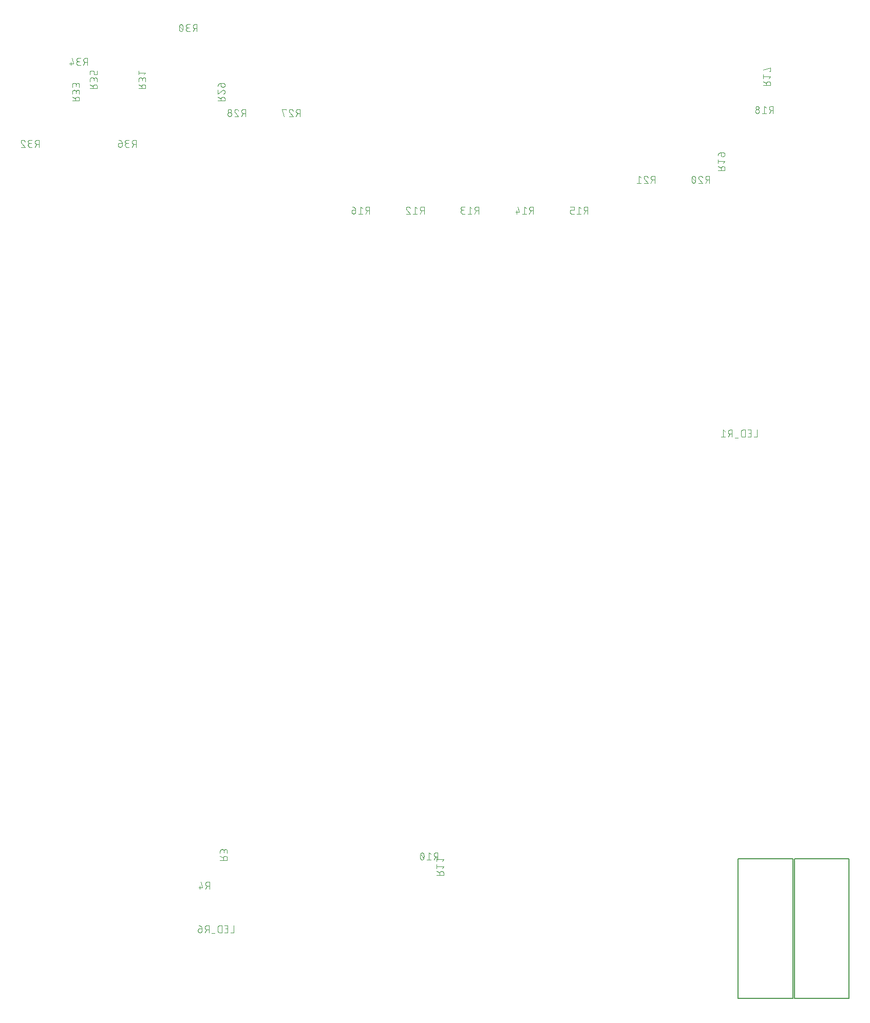
<source format=gbl>
G04 EAGLE Gerber RS-274X export*
G75*
%MOMM*%
%FSLAX34Y34*%
%LPD*%
%INSilkscreen Bottom*%
%IPPOS*%
%AMOC8*
5,1,8,0,0,1.08239X$1,22.5*%
G01*
%ADD10C,0.101600*%
%ADD11C,0.152400*%


D10*
X1708342Y1047392D02*
X1708342Y1035708D01*
X1703149Y1035708D01*
X1698436Y1035708D02*
X1693243Y1035708D01*
X1698436Y1035708D02*
X1698436Y1047392D01*
X1693243Y1047392D01*
X1694541Y1042199D02*
X1698436Y1042199D01*
X1688553Y1047392D02*
X1688553Y1035708D01*
X1688553Y1047392D02*
X1685307Y1047392D01*
X1685194Y1047390D01*
X1685081Y1047384D01*
X1684968Y1047374D01*
X1684855Y1047360D01*
X1684743Y1047343D01*
X1684632Y1047321D01*
X1684522Y1047296D01*
X1684412Y1047266D01*
X1684304Y1047233D01*
X1684197Y1047196D01*
X1684091Y1047156D01*
X1683987Y1047111D01*
X1683884Y1047063D01*
X1683783Y1047012D01*
X1683684Y1046957D01*
X1683587Y1046899D01*
X1683492Y1046837D01*
X1683399Y1046772D01*
X1683309Y1046704D01*
X1683221Y1046633D01*
X1683135Y1046558D01*
X1683052Y1046481D01*
X1682972Y1046401D01*
X1682895Y1046318D01*
X1682820Y1046232D01*
X1682749Y1046144D01*
X1682681Y1046054D01*
X1682616Y1045961D01*
X1682554Y1045866D01*
X1682496Y1045769D01*
X1682441Y1045670D01*
X1682390Y1045569D01*
X1682342Y1045466D01*
X1682297Y1045362D01*
X1682257Y1045256D01*
X1682220Y1045149D01*
X1682187Y1045041D01*
X1682157Y1044931D01*
X1682132Y1044821D01*
X1682110Y1044710D01*
X1682093Y1044598D01*
X1682079Y1044485D01*
X1682069Y1044372D01*
X1682063Y1044259D01*
X1682061Y1044146D01*
X1682062Y1044146D02*
X1682062Y1038954D01*
X1682061Y1038954D02*
X1682063Y1038841D01*
X1682069Y1038728D01*
X1682079Y1038615D01*
X1682093Y1038502D01*
X1682110Y1038390D01*
X1682132Y1038279D01*
X1682157Y1038169D01*
X1682187Y1038059D01*
X1682220Y1037951D01*
X1682257Y1037844D01*
X1682297Y1037738D01*
X1682342Y1037634D01*
X1682390Y1037531D01*
X1682441Y1037430D01*
X1682496Y1037331D01*
X1682554Y1037234D01*
X1682616Y1037139D01*
X1682681Y1037046D01*
X1682749Y1036956D01*
X1682820Y1036868D01*
X1682895Y1036782D01*
X1682972Y1036699D01*
X1683052Y1036619D01*
X1683135Y1036542D01*
X1683221Y1036467D01*
X1683309Y1036396D01*
X1683399Y1036328D01*
X1683492Y1036263D01*
X1683587Y1036201D01*
X1683684Y1036143D01*
X1683783Y1036088D01*
X1683884Y1036037D01*
X1683987Y1035989D01*
X1684091Y1035944D01*
X1684197Y1035904D01*
X1684304Y1035867D01*
X1684412Y1035834D01*
X1684522Y1035804D01*
X1684632Y1035779D01*
X1684743Y1035757D01*
X1684855Y1035740D01*
X1684968Y1035726D01*
X1685081Y1035716D01*
X1685194Y1035710D01*
X1685307Y1035708D01*
X1688553Y1035708D01*
X1677236Y1034410D02*
X1672043Y1034410D01*
X1667143Y1035708D02*
X1667143Y1047392D01*
X1663897Y1047392D01*
X1663784Y1047390D01*
X1663671Y1047384D01*
X1663558Y1047374D01*
X1663445Y1047360D01*
X1663333Y1047343D01*
X1663222Y1047321D01*
X1663112Y1047296D01*
X1663002Y1047266D01*
X1662894Y1047233D01*
X1662787Y1047196D01*
X1662681Y1047156D01*
X1662577Y1047111D01*
X1662474Y1047063D01*
X1662373Y1047012D01*
X1662274Y1046957D01*
X1662177Y1046899D01*
X1662082Y1046837D01*
X1661989Y1046772D01*
X1661899Y1046704D01*
X1661811Y1046633D01*
X1661725Y1046558D01*
X1661642Y1046481D01*
X1661562Y1046401D01*
X1661485Y1046318D01*
X1661410Y1046232D01*
X1661339Y1046144D01*
X1661271Y1046054D01*
X1661206Y1045961D01*
X1661144Y1045866D01*
X1661086Y1045769D01*
X1661031Y1045670D01*
X1660980Y1045569D01*
X1660932Y1045466D01*
X1660887Y1045362D01*
X1660847Y1045256D01*
X1660810Y1045149D01*
X1660777Y1045041D01*
X1660747Y1044931D01*
X1660722Y1044821D01*
X1660700Y1044710D01*
X1660683Y1044598D01*
X1660669Y1044485D01*
X1660659Y1044372D01*
X1660653Y1044259D01*
X1660651Y1044146D01*
X1660653Y1044033D01*
X1660659Y1043920D01*
X1660669Y1043807D01*
X1660683Y1043694D01*
X1660700Y1043582D01*
X1660722Y1043471D01*
X1660747Y1043361D01*
X1660777Y1043251D01*
X1660810Y1043143D01*
X1660847Y1043036D01*
X1660887Y1042930D01*
X1660932Y1042826D01*
X1660980Y1042723D01*
X1661031Y1042622D01*
X1661086Y1042523D01*
X1661144Y1042426D01*
X1661206Y1042331D01*
X1661271Y1042238D01*
X1661339Y1042148D01*
X1661410Y1042060D01*
X1661485Y1041974D01*
X1661562Y1041891D01*
X1661642Y1041811D01*
X1661725Y1041734D01*
X1661811Y1041659D01*
X1661899Y1041588D01*
X1661989Y1041520D01*
X1662082Y1041455D01*
X1662177Y1041393D01*
X1662274Y1041335D01*
X1662373Y1041280D01*
X1662474Y1041229D01*
X1662577Y1041181D01*
X1662681Y1041136D01*
X1662787Y1041096D01*
X1662894Y1041059D01*
X1663002Y1041026D01*
X1663112Y1040996D01*
X1663222Y1040971D01*
X1663333Y1040949D01*
X1663445Y1040932D01*
X1663558Y1040918D01*
X1663671Y1040908D01*
X1663784Y1040902D01*
X1663897Y1040900D01*
X1663897Y1040901D02*
X1667143Y1040901D01*
X1663248Y1040901D02*
X1660652Y1035708D01*
X1655787Y1044796D02*
X1652541Y1047392D01*
X1652541Y1035708D01*
X1649296Y1035708D02*
X1655787Y1035708D01*
D11*
X1677500Y110000D02*
X1767500Y110000D01*
X1677500Y110000D02*
X1677500Y340000D01*
X1767500Y340000D01*
X1767500Y110000D01*
D10*
X1182192Y338208D02*
X1182192Y349892D01*
X1178946Y349892D01*
X1178833Y349890D01*
X1178720Y349884D01*
X1178607Y349874D01*
X1178494Y349860D01*
X1178382Y349843D01*
X1178271Y349821D01*
X1178161Y349796D01*
X1178051Y349766D01*
X1177943Y349733D01*
X1177836Y349696D01*
X1177730Y349656D01*
X1177626Y349611D01*
X1177523Y349563D01*
X1177422Y349512D01*
X1177323Y349457D01*
X1177226Y349399D01*
X1177131Y349337D01*
X1177038Y349272D01*
X1176948Y349204D01*
X1176860Y349133D01*
X1176774Y349058D01*
X1176691Y348981D01*
X1176611Y348901D01*
X1176534Y348818D01*
X1176459Y348732D01*
X1176388Y348644D01*
X1176320Y348554D01*
X1176255Y348461D01*
X1176193Y348366D01*
X1176135Y348269D01*
X1176080Y348170D01*
X1176029Y348069D01*
X1175981Y347966D01*
X1175936Y347862D01*
X1175896Y347756D01*
X1175859Y347649D01*
X1175826Y347541D01*
X1175796Y347431D01*
X1175771Y347321D01*
X1175749Y347210D01*
X1175732Y347098D01*
X1175718Y346985D01*
X1175708Y346872D01*
X1175702Y346759D01*
X1175700Y346646D01*
X1175702Y346533D01*
X1175708Y346420D01*
X1175718Y346307D01*
X1175732Y346194D01*
X1175749Y346082D01*
X1175771Y345971D01*
X1175796Y345861D01*
X1175826Y345751D01*
X1175859Y345643D01*
X1175896Y345536D01*
X1175936Y345430D01*
X1175981Y345326D01*
X1176029Y345223D01*
X1176080Y345122D01*
X1176135Y345023D01*
X1176193Y344926D01*
X1176255Y344831D01*
X1176320Y344738D01*
X1176388Y344648D01*
X1176459Y344560D01*
X1176534Y344474D01*
X1176611Y344391D01*
X1176691Y344311D01*
X1176774Y344234D01*
X1176860Y344159D01*
X1176948Y344088D01*
X1177038Y344020D01*
X1177131Y343955D01*
X1177226Y343893D01*
X1177323Y343835D01*
X1177422Y343780D01*
X1177523Y343729D01*
X1177626Y343681D01*
X1177730Y343636D01*
X1177836Y343596D01*
X1177943Y343559D01*
X1178051Y343526D01*
X1178161Y343496D01*
X1178271Y343471D01*
X1178382Y343449D01*
X1178494Y343432D01*
X1178607Y343418D01*
X1178720Y343408D01*
X1178833Y343402D01*
X1178946Y343400D01*
X1178946Y343401D02*
X1182192Y343401D01*
X1178297Y343401D02*
X1175701Y338208D01*
X1170836Y347296D02*
X1167590Y349892D01*
X1167590Y338208D01*
X1164345Y338208D02*
X1170836Y338208D01*
X1159406Y344050D02*
X1159403Y344280D01*
X1159395Y344510D01*
X1159381Y344739D01*
X1159362Y344968D01*
X1159337Y345197D01*
X1159307Y345425D01*
X1159272Y345652D01*
X1159231Y345878D01*
X1159185Y346103D01*
X1159133Y346327D01*
X1159076Y346550D01*
X1159014Y346771D01*
X1158946Y346991D01*
X1158873Y347209D01*
X1158795Y347425D01*
X1158712Y347639D01*
X1158624Y347852D01*
X1158531Y348062D01*
X1158432Y348269D01*
X1158399Y348359D01*
X1158363Y348448D01*
X1158323Y348536D01*
X1158279Y348621D01*
X1158232Y348705D01*
X1158182Y348787D01*
X1158128Y348867D01*
X1158072Y348944D01*
X1158012Y349020D01*
X1157949Y349093D01*
X1157884Y349163D01*
X1157815Y349231D01*
X1157744Y349295D01*
X1157671Y349357D01*
X1157595Y349416D01*
X1157517Y349472D01*
X1157436Y349525D01*
X1157354Y349574D01*
X1157270Y349620D01*
X1157183Y349663D01*
X1157096Y349702D01*
X1157006Y349738D01*
X1156916Y349770D01*
X1156824Y349798D01*
X1156731Y349823D01*
X1156637Y349844D01*
X1156543Y349861D01*
X1156448Y349875D01*
X1156352Y349884D01*
X1156256Y349890D01*
X1156160Y349892D01*
X1156064Y349890D01*
X1155968Y349884D01*
X1155872Y349875D01*
X1155777Y349861D01*
X1155683Y349844D01*
X1155589Y349823D01*
X1155496Y349798D01*
X1155404Y349770D01*
X1155314Y349738D01*
X1155224Y349702D01*
X1155137Y349663D01*
X1155050Y349620D01*
X1154966Y349574D01*
X1154884Y349525D01*
X1154803Y349472D01*
X1154725Y349416D01*
X1154649Y349357D01*
X1154576Y349295D01*
X1154505Y349231D01*
X1154436Y349163D01*
X1154371Y349093D01*
X1154308Y349020D01*
X1154248Y348945D01*
X1154192Y348867D01*
X1154138Y348787D01*
X1154088Y348705D01*
X1154041Y348621D01*
X1153998Y348536D01*
X1153957Y348448D01*
X1153921Y348359D01*
X1153888Y348269D01*
X1153889Y348269D02*
X1153790Y348061D01*
X1153697Y347851D01*
X1153609Y347639D01*
X1153526Y347425D01*
X1153448Y347208D01*
X1153375Y346990D01*
X1153307Y346771D01*
X1153245Y346549D01*
X1153188Y346327D01*
X1153136Y346103D01*
X1153090Y345878D01*
X1153049Y345652D01*
X1153014Y345424D01*
X1152984Y345197D01*
X1152959Y344968D01*
X1152940Y344739D01*
X1152926Y344510D01*
X1152918Y344280D01*
X1152915Y344050D01*
X1159406Y344050D02*
X1159403Y343820D01*
X1159395Y343590D01*
X1159381Y343361D01*
X1159362Y343132D01*
X1159337Y342903D01*
X1159307Y342675D01*
X1159272Y342448D01*
X1159231Y342222D01*
X1159185Y341997D01*
X1159133Y341773D01*
X1159076Y341550D01*
X1159014Y341329D01*
X1158946Y341109D01*
X1158873Y340891D01*
X1158795Y340675D01*
X1158712Y340461D01*
X1158624Y340249D01*
X1158531Y340038D01*
X1158432Y339831D01*
X1158399Y339741D01*
X1158363Y339652D01*
X1158322Y339564D01*
X1158279Y339479D01*
X1158232Y339395D01*
X1158182Y339313D01*
X1158128Y339233D01*
X1158072Y339156D01*
X1158012Y339080D01*
X1157949Y339007D01*
X1157884Y338937D01*
X1157815Y338869D01*
X1157744Y338805D01*
X1157671Y338743D01*
X1157595Y338684D01*
X1157517Y338628D01*
X1157436Y338575D01*
X1157354Y338526D01*
X1157270Y338480D01*
X1157183Y338437D01*
X1157096Y338398D01*
X1157006Y338362D01*
X1156916Y338330D01*
X1156824Y338302D01*
X1156731Y338277D01*
X1156637Y338256D01*
X1156543Y338239D01*
X1156448Y338225D01*
X1156352Y338216D01*
X1156256Y338210D01*
X1156160Y338208D01*
X1153888Y339831D02*
X1153789Y340038D01*
X1153696Y340249D01*
X1153608Y340461D01*
X1153525Y340675D01*
X1153447Y340891D01*
X1153374Y341109D01*
X1153306Y341329D01*
X1153244Y341550D01*
X1153187Y341773D01*
X1153135Y341997D01*
X1153089Y342222D01*
X1153048Y342448D01*
X1153013Y342675D01*
X1152983Y342903D01*
X1152958Y343132D01*
X1152939Y343361D01*
X1152925Y343590D01*
X1152917Y343820D01*
X1152914Y344050D01*
X1153888Y339831D02*
X1153921Y339741D01*
X1153957Y339652D01*
X1153998Y339564D01*
X1154041Y339479D01*
X1154088Y339395D01*
X1154138Y339313D01*
X1154192Y339233D01*
X1154248Y339155D01*
X1154308Y339080D01*
X1154371Y339007D01*
X1154436Y338937D01*
X1154505Y338869D01*
X1154576Y338805D01*
X1154649Y338743D01*
X1154725Y338684D01*
X1154803Y338628D01*
X1154884Y338575D01*
X1154966Y338526D01*
X1155050Y338480D01*
X1155137Y338437D01*
X1155224Y338398D01*
X1155314Y338362D01*
X1155404Y338330D01*
X1155496Y338302D01*
X1155589Y338277D01*
X1155683Y338256D01*
X1155777Y338239D01*
X1155872Y338225D01*
X1155968Y338216D01*
X1156064Y338210D01*
X1156160Y338208D01*
X1158757Y340804D02*
X1153564Y347296D01*
X1180108Y312915D02*
X1191792Y312915D01*
X1191792Y316160D01*
X1191790Y316273D01*
X1191784Y316386D01*
X1191774Y316499D01*
X1191760Y316612D01*
X1191743Y316724D01*
X1191721Y316835D01*
X1191696Y316945D01*
X1191666Y317055D01*
X1191633Y317163D01*
X1191596Y317270D01*
X1191556Y317376D01*
X1191511Y317480D01*
X1191463Y317583D01*
X1191412Y317684D01*
X1191357Y317783D01*
X1191299Y317880D01*
X1191237Y317975D01*
X1191172Y318068D01*
X1191104Y318158D01*
X1191033Y318246D01*
X1190958Y318332D01*
X1190881Y318415D01*
X1190801Y318495D01*
X1190718Y318572D01*
X1190632Y318647D01*
X1190544Y318718D01*
X1190454Y318786D01*
X1190361Y318851D01*
X1190266Y318913D01*
X1190169Y318971D01*
X1190070Y319026D01*
X1189969Y319077D01*
X1189866Y319125D01*
X1189762Y319170D01*
X1189656Y319210D01*
X1189549Y319247D01*
X1189441Y319280D01*
X1189331Y319310D01*
X1189221Y319335D01*
X1189110Y319357D01*
X1188998Y319374D01*
X1188885Y319388D01*
X1188772Y319398D01*
X1188659Y319404D01*
X1188546Y319406D01*
X1188433Y319404D01*
X1188320Y319398D01*
X1188207Y319388D01*
X1188094Y319374D01*
X1187982Y319357D01*
X1187871Y319335D01*
X1187761Y319310D01*
X1187651Y319280D01*
X1187543Y319247D01*
X1187436Y319210D01*
X1187330Y319170D01*
X1187226Y319125D01*
X1187123Y319077D01*
X1187022Y319026D01*
X1186923Y318971D01*
X1186826Y318913D01*
X1186731Y318851D01*
X1186638Y318786D01*
X1186548Y318718D01*
X1186460Y318647D01*
X1186374Y318572D01*
X1186291Y318495D01*
X1186211Y318415D01*
X1186134Y318332D01*
X1186059Y318246D01*
X1185988Y318158D01*
X1185920Y318068D01*
X1185855Y317975D01*
X1185793Y317880D01*
X1185735Y317783D01*
X1185680Y317684D01*
X1185629Y317583D01*
X1185581Y317480D01*
X1185536Y317376D01*
X1185496Y317270D01*
X1185459Y317163D01*
X1185426Y317055D01*
X1185396Y316945D01*
X1185371Y316835D01*
X1185349Y316724D01*
X1185332Y316612D01*
X1185318Y316499D01*
X1185308Y316386D01*
X1185302Y316273D01*
X1185300Y316160D01*
X1185301Y316160D02*
X1185301Y312915D01*
X1185301Y316809D02*
X1180108Y319406D01*
X1189196Y324271D02*
X1191792Y327516D01*
X1180108Y327516D01*
X1180108Y324271D02*
X1180108Y330762D01*
X1189196Y335701D02*
X1191792Y338946D01*
X1180108Y338946D01*
X1180108Y335701D02*
X1180108Y342192D01*
D11*
X1770000Y110000D02*
X1860000Y110000D01*
X1770000Y110000D02*
X1770000Y340000D01*
X1860000Y340000D01*
X1860000Y110000D01*
D10*
X1069385Y1403758D02*
X1069385Y1415442D01*
X1066140Y1415442D01*
X1066027Y1415440D01*
X1065914Y1415434D01*
X1065801Y1415424D01*
X1065688Y1415410D01*
X1065576Y1415393D01*
X1065465Y1415371D01*
X1065355Y1415346D01*
X1065245Y1415316D01*
X1065137Y1415283D01*
X1065030Y1415246D01*
X1064924Y1415206D01*
X1064820Y1415161D01*
X1064717Y1415113D01*
X1064616Y1415062D01*
X1064517Y1415007D01*
X1064420Y1414949D01*
X1064325Y1414887D01*
X1064232Y1414822D01*
X1064142Y1414754D01*
X1064054Y1414683D01*
X1063968Y1414608D01*
X1063885Y1414531D01*
X1063805Y1414451D01*
X1063728Y1414368D01*
X1063653Y1414282D01*
X1063582Y1414194D01*
X1063514Y1414104D01*
X1063449Y1414011D01*
X1063387Y1413916D01*
X1063329Y1413819D01*
X1063274Y1413720D01*
X1063223Y1413619D01*
X1063175Y1413516D01*
X1063130Y1413412D01*
X1063090Y1413306D01*
X1063053Y1413199D01*
X1063020Y1413091D01*
X1062990Y1412981D01*
X1062965Y1412871D01*
X1062943Y1412760D01*
X1062926Y1412648D01*
X1062912Y1412535D01*
X1062902Y1412422D01*
X1062896Y1412309D01*
X1062894Y1412196D01*
X1062896Y1412083D01*
X1062902Y1411970D01*
X1062912Y1411857D01*
X1062926Y1411744D01*
X1062943Y1411632D01*
X1062965Y1411521D01*
X1062990Y1411411D01*
X1063020Y1411301D01*
X1063053Y1411193D01*
X1063090Y1411086D01*
X1063130Y1410980D01*
X1063175Y1410876D01*
X1063223Y1410773D01*
X1063274Y1410672D01*
X1063329Y1410573D01*
X1063387Y1410476D01*
X1063449Y1410381D01*
X1063514Y1410288D01*
X1063582Y1410198D01*
X1063653Y1410110D01*
X1063728Y1410024D01*
X1063805Y1409941D01*
X1063885Y1409861D01*
X1063968Y1409784D01*
X1064054Y1409709D01*
X1064142Y1409638D01*
X1064232Y1409570D01*
X1064325Y1409505D01*
X1064420Y1409443D01*
X1064517Y1409385D01*
X1064616Y1409330D01*
X1064717Y1409279D01*
X1064820Y1409231D01*
X1064924Y1409186D01*
X1065030Y1409146D01*
X1065137Y1409109D01*
X1065245Y1409076D01*
X1065355Y1409046D01*
X1065465Y1409021D01*
X1065576Y1408999D01*
X1065688Y1408982D01*
X1065801Y1408968D01*
X1065914Y1408958D01*
X1066027Y1408952D01*
X1066140Y1408950D01*
X1066140Y1408951D02*
X1069385Y1408951D01*
X1065491Y1408951D02*
X1062894Y1403758D01*
X1058029Y1412846D02*
X1054784Y1415442D01*
X1054784Y1403758D01*
X1058029Y1403758D02*
X1051538Y1403758D01*
X1046599Y1410249D02*
X1042704Y1410249D01*
X1042605Y1410247D01*
X1042505Y1410241D01*
X1042406Y1410232D01*
X1042308Y1410219D01*
X1042210Y1410202D01*
X1042112Y1410181D01*
X1042016Y1410156D01*
X1041921Y1410128D01*
X1041827Y1410096D01*
X1041734Y1410061D01*
X1041642Y1410022D01*
X1041552Y1409979D01*
X1041464Y1409934D01*
X1041377Y1409884D01*
X1041293Y1409832D01*
X1041210Y1409776D01*
X1041130Y1409718D01*
X1041052Y1409656D01*
X1040977Y1409591D01*
X1040904Y1409523D01*
X1040834Y1409453D01*
X1040766Y1409380D01*
X1040701Y1409305D01*
X1040639Y1409227D01*
X1040581Y1409147D01*
X1040525Y1409064D01*
X1040473Y1408980D01*
X1040423Y1408893D01*
X1040378Y1408805D01*
X1040335Y1408715D01*
X1040296Y1408623D01*
X1040261Y1408530D01*
X1040229Y1408436D01*
X1040201Y1408341D01*
X1040176Y1408245D01*
X1040155Y1408147D01*
X1040138Y1408049D01*
X1040125Y1407951D01*
X1040116Y1407852D01*
X1040110Y1407752D01*
X1040108Y1407653D01*
X1040108Y1407004D01*
X1040110Y1406891D01*
X1040116Y1406778D01*
X1040126Y1406665D01*
X1040140Y1406552D01*
X1040157Y1406440D01*
X1040179Y1406329D01*
X1040204Y1406219D01*
X1040234Y1406109D01*
X1040267Y1406001D01*
X1040304Y1405894D01*
X1040344Y1405788D01*
X1040389Y1405684D01*
X1040437Y1405581D01*
X1040488Y1405480D01*
X1040543Y1405381D01*
X1040601Y1405284D01*
X1040663Y1405189D01*
X1040728Y1405096D01*
X1040796Y1405006D01*
X1040867Y1404918D01*
X1040942Y1404832D01*
X1041019Y1404749D01*
X1041099Y1404669D01*
X1041182Y1404592D01*
X1041268Y1404517D01*
X1041356Y1404446D01*
X1041446Y1404378D01*
X1041539Y1404313D01*
X1041634Y1404251D01*
X1041731Y1404193D01*
X1041830Y1404138D01*
X1041931Y1404087D01*
X1042034Y1404039D01*
X1042138Y1403994D01*
X1042244Y1403954D01*
X1042351Y1403917D01*
X1042459Y1403884D01*
X1042569Y1403854D01*
X1042679Y1403829D01*
X1042790Y1403807D01*
X1042902Y1403790D01*
X1043015Y1403776D01*
X1043128Y1403766D01*
X1043241Y1403760D01*
X1043354Y1403758D01*
X1043467Y1403760D01*
X1043580Y1403766D01*
X1043693Y1403776D01*
X1043806Y1403790D01*
X1043918Y1403807D01*
X1044029Y1403829D01*
X1044139Y1403854D01*
X1044249Y1403884D01*
X1044357Y1403917D01*
X1044464Y1403954D01*
X1044570Y1403994D01*
X1044674Y1404039D01*
X1044777Y1404087D01*
X1044878Y1404138D01*
X1044977Y1404193D01*
X1045074Y1404251D01*
X1045169Y1404313D01*
X1045262Y1404378D01*
X1045352Y1404446D01*
X1045440Y1404517D01*
X1045526Y1404592D01*
X1045609Y1404669D01*
X1045689Y1404749D01*
X1045766Y1404832D01*
X1045841Y1404918D01*
X1045912Y1405006D01*
X1045980Y1405096D01*
X1046045Y1405189D01*
X1046107Y1405284D01*
X1046165Y1405381D01*
X1046220Y1405480D01*
X1046271Y1405581D01*
X1046319Y1405684D01*
X1046364Y1405788D01*
X1046404Y1405894D01*
X1046441Y1406001D01*
X1046474Y1406109D01*
X1046504Y1406219D01*
X1046529Y1406329D01*
X1046551Y1406440D01*
X1046568Y1406552D01*
X1046582Y1406665D01*
X1046592Y1406778D01*
X1046598Y1406891D01*
X1046600Y1407004D01*
X1046599Y1407004D02*
X1046599Y1410249D01*
X1046597Y1410392D01*
X1046591Y1410535D01*
X1046581Y1410678D01*
X1046567Y1410820D01*
X1046550Y1410962D01*
X1046528Y1411104D01*
X1046503Y1411245D01*
X1046473Y1411385D01*
X1046440Y1411524D01*
X1046403Y1411662D01*
X1046362Y1411799D01*
X1046318Y1411935D01*
X1046269Y1412070D01*
X1046217Y1412203D01*
X1046162Y1412335D01*
X1046102Y1412465D01*
X1046039Y1412594D01*
X1045973Y1412721D01*
X1045903Y1412846D01*
X1045830Y1412968D01*
X1045753Y1413089D01*
X1045673Y1413208D01*
X1045590Y1413324D01*
X1045504Y1413439D01*
X1045415Y1413550D01*
X1045322Y1413660D01*
X1045227Y1413766D01*
X1045128Y1413870D01*
X1045027Y1413971D01*
X1044923Y1414070D01*
X1044817Y1414165D01*
X1044707Y1414258D01*
X1044596Y1414347D01*
X1044481Y1414433D01*
X1044365Y1414516D01*
X1044246Y1414596D01*
X1044125Y1414673D01*
X1044003Y1414746D01*
X1043878Y1414816D01*
X1043751Y1414882D01*
X1043622Y1414945D01*
X1043492Y1415005D01*
X1043360Y1415060D01*
X1043227Y1415112D01*
X1043092Y1415161D01*
X1042956Y1415205D01*
X1042819Y1415246D01*
X1042681Y1415283D01*
X1042542Y1415316D01*
X1042402Y1415346D01*
X1042261Y1415371D01*
X1042119Y1415393D01*
X1041977Y1415410D01*
X1041835Y1415424D01*
X1041692Y1415434D01*
X1041549Y1415440D01*
X1041406Y1415442D01*
X1159385Y1415442D02*
X1159385Y1403758D01*
X1159385Y1415442D02*
X1156140Y1415442D01*
X1156027Y1415440D01*
X1155914Y1415434D01*
X1155801Y1415424D01*
X1155688Y1415410D01*
X1155576Y1415393D01*
X1155465Y1415371D01*
X1155355Y1415346D01*
X1155245Y1415316D01*
X1155137Y1415283D01*
X1155030Y1415246D01*
X1154924Y1415206D01*
X1154820Y1415161D01*
X1154717Y1415113D01*
X1154616Y1415062D01*
X1154517Y1415007D01*
X1154420Y1414949D01*
X1154325Y1414887D01*
X1154232Y1414822D01*
X1154142Y1414754D01*
X1154054Y1414683D01*
X1153968Y1414608D01*
X1153885Y1414531D01*
X1153805Y1414451D01*
X1153728Y1414368D01*
X1153653Y1414282D01*
X1153582Y1414194D01*
X1153514Y1414104D01*
X1153449Y1414011D01*
X1153387Y1413916D01*
X1153329Y1413819D01*
X1153274Y1413720D01*
X1153223Y1413619D01*
X1153175Y1413516D01*
X1153130Y1413412D01*
X1153090Y1413306D01*
X1153053Y1413199D01*
X1153020Y1413091D01*
X1152990Y1412981D01*
X1152965Y1412871D01*
X1152943Y1412760D01*
X1152926Y1412648D01*
X1152912Y1412535D01*
X1152902Y1412422D01*
X1152896Y1412309D01*
X1152894Y1412196D01*
X1152896Y1412083D01*
X1152902Y1411970D01*
X1152912Y1411857D01*
X1152926Y1411744D01*
X1152943Y1411632D01*
X1152965Y1411521D01*
X1152990Y1411411D01*
X1153020Y1411301D01*
X1153053Y1411193D01*
X1153090Y1411086D01*
X1153130Y1410980D01*
X1153175Y1410876D01*
X1153223Y1410773D01*
X1153274Y1410672D01*
X1153329Y1410573D01*
X1153387Y1410476D01*
X1153449Y1410381D01*
X1153514Y1410288D01*
X1153582Y1410198D01*
X1153653Y1410110D01*
X1153728Y1410024D01*
X1153805Y1409941D01*
X1153885Y1409861D01*
X1153968Y1409784D01*
X1154054Y1409709D01*
X1154142Y1409638D01*
X1154232Y1409570D01*
X1154325Y1409505D01*
X1154420Y1409443D01*
X1154517Y1409385D01*
X1154616Y1409330D01*
X1154717Y1409279D01*
X1154820Y1409231D01*
X1154924Y1409186D01*
X1155030Y1409146D01*
X1155137Y1409109D01*
X1155245Y1409076D01*
X1155355Y1409046D01*
X1155465Y1409021D01*
X1155576Y1408999D01*
X1155688Y1408982D01*
X1155801Y1408968D01*
X1155914Y1408958D01*
X1156027Y1408952D01*
X1156140Y1408950D01*
X1156140Y1408951D02*
X1159385Y1408951D01*
X1155491Y1408951D02*
X1152894Y1403758D01*
X1148029Y1412846D02*
X1144784Y1415442D01*
X1144784Y1403758D01*
X1148029Y1403758D02*
X1141538Y1403758D01*
X1130108Y1412521D02*
X1130110Y1412628D01*
X1130116Y1412734D01*
X1130126Y1412840D01*
X1130139Y1412946D01*
X1130157Y1413052D01*
X1130178Y1413156D01*
X1130203Y1413260D01*
X1130232Y1413363D01*
X1130264Y1413464D01*
X1130301Y1413564D01*
X1130341Y1413663D01*
X1130384Y1413761D01*
X1130431Y1413857D01*
X1130482Y1413951D01*
X1130536Y1414043D01*
X1130593Y1414133D01*
X1130653Y1414221D01*
X1130717Y1414306D01*
X1130784Y1414389D01*
X1130854Y1414470D01*
X1130926Y1414548D01*
X1131002Y1414624D01*
X1131080Y1414696D01*
X1131161Y1414766D01*
X1131244Y1414833D01*
X1131329Y1414897D01*
X1131417Y1414957D01*
X1131507Y1415014D01*
X1131599Y1415068D01*
X1131693Y1415119D01*
X1131789Y1415166D01*
X1131887Y1415209D01*
X1131986Y1415249D01*
X1132086Y1415286D01*
X1132187Y1415318D01*
X1132290Y1415347D01*
X1132394Y1415372D01*
X1132498Y1415393D01*
X1132604Y1415411D01*
X1132710Y1415424D01*
X1132816Y1415434D01*
X1132922Y1415440D01*
X1133029Y1415442D01*
X1133150Y1415440D01*
X1133271Y1415434D01*
X1133391Y1415424D01*
X1133512Y1415411D01*
X1133631Y1415393D01*
X1133751Y1415372D01*
X1133869Y1415347D01*
X1133986Y1415318D01*
X1134103Y1415285D01*
X1134218Y1415249D01*
X1134332Y1415208D01*
X1134445Y1415165D01*
X1134557Y1415117D01*
X1134666Y1415066D01*
X1134774Y1415011D01*
X1134881Y1414953D01*
X1134985Y1414892D01*
X1135087Y1414827D01*
X1135187Y1414759D01*
X1135285Y1414688D01*
X1135381Y1414614D01*
X1135474Y1414537D01*
X1135564Y1414456D01*
X1135652Y1414373D01*
X1135737Y1414287D01*
X1135820Y1414198D01*
X1135899Y1414107D01*
X1135976Y1414013D01*
X1136049Y1413917D01*
X1136119Y1413819D01*
X1136186Y1413718D01*
X1136250Y1413615D01*
X1136311Y1413510D01*
X1136368Y1413403D01*
X1136421Y1413295D01*
X1136471Y1413185D01*
X1136517Y1413073D01*
X1136560Y1412960D01*
X1136599Y1412845D01*
X1131082Y1410249D02*
X1131003Y1410327D01*
X1130927Y1410407D01*
X1130854Y1410490D01*
X1130784Y1410576D01*
X1130717Y1410663D01*
X1130653Y1410754D01*
X1130593Y1410846D01*
X1130535Y1410940D01*
X1130481Y1411037D01*
X1130431Y1411135D01*
X1130384Y1411235D01*
X1130340Y1411336D01*
X1130300Y1411439D01*
X1130264Y1411544D01*
X1130232Y1411649D01*
X1130203Y1411756D01*
X1130178Y1411863D01*
X1130156Y1411972D01*
X1130139Y1412081D01*
X1130125Y1412190D01*
X1130116Y1412300D01*
X1130110Y1412411D01*
X1130108Y1412521D01*
X1131082Y1410249D02*
X1136599Y1403758D01*
X1130108Y1403758D01*
X1249385Y1403758D02*
X1249385Y1415442D01*
X1246140Y1415442D01*
X1246027Y1415440D01*
X1245914Y1415434D01*
X1245801Y1415424D01*
X1245688Y1415410D01*
X1245576Y1415393D01*
X1245465Y1415371D01*
X1245355Y1415346D01*
X1245245Y1415316D01*
X1245137Y1415283D01*
X1245030Y1415246D01*
X1244924Y1415206D01*
X1244820Y1415161D01*
X1244717Y1415113D01*
X1244616Y1415062D01*
X1244517Y1415007D01*
X1244420Y1414949D01*
X1244325Y1414887D01*
X1244232Y1414822D01*
X1244142Y1414754D01*
X1244054Y1414683D01*
X1243968Y1414608D01*
X1243885Y1414531D01*
X1243805Y1414451D01*
X1243728Y1414368D01*
X1243653Y1414282D01*
X1243582Y1414194D01*
X1243514Y1414104D01*
X1243449Y1414011D01*
X1243387Y1413916D01*
X1243329Y1413819D01*
X1243274Y1413720D01*
X1243223Y1413619D01*
X1243175Y1413516D01*
X1243130Y1413412D01*
X1243090Y1413306D01*
X1243053Y1413199D01*
X1243020Y1413091D01*
X1242990Y1412981D01*
X1242965Y1412871D01*
X1242943Y1412760D01*
X1242926Y1412648D01*
X1242912Y1412535D01*
X1242902Y1412422D01*
X1242896Y1412309D01*
X1242894Y1412196D01*
X1242896Y1412083D01*
X1242902Y1411970D01*
X1242912Y1411857D01*
X1242926Y1411744D01*
X1242943Y1411632D01*
X1242965Y1411521D01*
X1242990Y1411411D01*
X1243020Y1411301D01*
X1243053Y1411193D01*
X1243090Y1411086D01*
X1243130Y1410980D01*
X1243175Y1410876D01*
X1243223Y1410773D01*
X1243274Y1410672D01*
X1243329Y1410573D01*
X1243387Y1410476D01*
X1243449Y1410381D01*
X1243514Y1410288D01*
X1243582Y1410198D01*
X1243653Y1410110D01*
X1243728Y1410024D01*
X1243805Y1409941D01*
X1243885Y1409861D01*
X1243968Y1409784D01*
X1244054Y1409709D01*
X1244142Y1409638D01*
X1244232Y1409570D01*
X1244325Y1409505D01*
X1244420Y1409443D01*
X1244517Y1409385D01*
X1244616Y1409330D01*
X1244717Y1409279D01*
X1244820Y1409231D01*
X1244924Y1409186D01*
X1245030Y1409146D01*
X1245137Y1409109D01*
X1245245Y1409076D01*
X1245355Y1409046D01*
X1245465Y1409021D01*
X1245576Y1408999D01*
X1245688Y1408982D01*
X1245801Y1408968D01*
X1245914Y1408958D01*
X1246027Y1408952D01*
X1246140Y1408950D01*
X1246140Y1408951D02*
X1249385Y1408951D01*
X1245491Y1408951D02*
X1242894Y1403758D01*
X1238029Y1412846D02*
X1234784Y1415442D01*
X1234784Y1403758D01*
X1238029Y1403758D02*
X1231538Y1403758D01*
X1226599Y1403758D02*
X1223354Y1403758D01*
X1223241Y1403760D01*
X1223128Y1403766D01*
X1223015Y1403776D01*
X1222902Y1403790D01*
X1222790Y1403807D01*
X1222679Y1403829D01*
X1222569Y1403854D01*
X1222459Y1403884D01*
X1222351Y1403917D01*
X1222244Y1403954D01*
X1222138Y1403994D01*
X1222034Y1404039D01*
X1221931Y1404087D01*
X1221830Y1404138D01*
X1221731Y1404193D01*
X1221634Y1404251D01*
X1221539Y1404313D01*
X1221446Y1404378D01*
X1221356Y1404446D01*
X1221268Y1404517D01*
X1221182Y1404592D01*
X1221099Y1404669D01*
X1221019Y1404749D01*
X1220942Y1404832D01*
X1220867Y1404918D01*
X1220796Y1405006D01*
X1220728Y1405096D01*
X1220663Y1405189D01*
X1220601Y1405284D01*
X1220543Y1405381D01*
X1220488Y1405480D01*
X1220437Y1405581D01*
X1220389Y1405684D01*
X1220344Y1405788D01*
X1220304Y1405894D01*
X1220267Y1406001D01*
X1220234Y1406109D01*
X1220204Y1406219D01*
X1220179Y1406329D01*
X1220157Y1406440D01*
X1220140Y1406552D01*
X1220126Y1406665D01*
X1220116Y1406778D01*
X1220110Y1406891D01*
X1220108Y1407004D01*
X1220110Y1407117D01*
X1220116Y1407230D01*
X1220126Y1407343D01*
X1220140Y1407456D01*
X1220157Y1407568D01*
X1220179Y1407679D01*
X1220204Y1407789D01*
X1220234Y1407899D01*
X1220267Y1408007D01*
X1220304Y1408114D01*
X1220344Y1408220D01*
X1220389Y1408324D01*
X1220437Y1408427D01*
X1220488Y1408528D01*
X1220543Y1408627D01*
X1220601Y1408724D01*
X1220663Y1408819D01*
X1220728Y1408912D01*
X1220796Y1409002D01*
X1220867Y1409090D01*
X1220942Y1409176D01*
X1221019Y1409259D01*
X1221099Y1409339D01*
X1221182Y1409416D01*
X1221268Y1409491D01*
X1221356Y1409562D01*
X1221446Y1409630D01*
X1221539Y1409695D01*
X1221634Y1409757D01*
X1221731Y1409815D01*
X1221830Y1409870D01*
X1221931Y1409921D01*
X1222034Y1409969D01*
X1222138Y1410014D01*
X1222244Y1410054D01*
X1222351Y1410091D01*
X1222459Y1410124D01*
X1222569Y1410154D01*
X1222679Y1410179D01*
X1222790Y1410201D01*
X1222902Y1410218D01*
X1223015Y1410232D01*
X1223128Y1410242D01*
X1223241Y1410248D01*
X1223354Y1410250D01*
X1222704Y1415442D02*
X1226599Y1415442D01*
X1222704Y1415442D02*
X1222603Y1415440D01*
X1222503Y1415434D01*
X1222403Y1415424D01*
X1222303Y1415411D01*
X1222204Y1415393D01*
X1222105Y1415372D01*
X1222008Y1415347D01*
X1221911Y1415318D01*
X1221816Y1415285D01*
X1221722Y1415249D01*
X1221630Y1415209D01*
X1221539Y1415166D01*
X1221450Y1415119D01*
X1221363Y1415069D01*
X1221277Y1415015D01*
X1221194Y1414958D01*
X1221114Y1414898D01*
X1221035Y1414835D01*
X1220959Y1414768D01*
X1220886Y1414699D01*
X1220816Y1414627D01*
X1220748Y1414553D01*
X1220683Y1414476D01*
X1220622Y1414396D01*
X1220563Y1414314D01*
X1220508Y1414230D01*
X1220456Y1414144D01*
X1220407Y1414056D01*
X1220362Y1413966D01*
X1220320Y1413874D01*
X1220282Y1413781D01*
X1220248Y1413686D01*
X1220217Y1413591D01*
X1220190Y1413494D01*
X1220167Y1413396D01*
X1220147Y1413297D01*
X1220132Y1413197D01*
X1220120Y1413097D01*
X1220112Y1412997D01*
X1220108Y1412896D01*
X1220108Y1412796D01*
X1220112Y1412695D01*
X1220120Y1412595D01*
X1220132Y1412495D01*
X1220147Y1412395D01*
X1220167Y1412296D01*
X1220190Y1412198D01*
X1220217Y1412101D01*
X1220248Y1412006D01*
X1220282Y1411911D01*
X1220320Y1411818D01*
X1220362Y1411726D01*
X1220407Y1411636D01*
X1220456Y1411548D01*
X1220508Y1411462D01*
X1220563Y1411378D01*
X1220622Y1411296D01*
X1220683Y1411216D01*
X1220748Y1411139D01*
X1220816Y1411065D01*
X1220886Y1410993D01*
X1220959Y1410924D01*
X1221035Y1410857D01*
X1221114Y1410794D01*
X1221194Y1410734D01*
X1221277Y1410677D01*
X1221363Y1410623D01*
X1221450Y1410573D01*
X1221539Y1410526D01*
X1221630Y1410483D01*
X1221722Y1410443D01*
X1221816Y1410407D01*
X1221911Y1410374D01*
X1222008Y1410345D01*
X1222105Y1410320D01*
X1222204Y1410299D01*
X1222303Y1410281D01*
X1222403Y1410268D01*
X1222503Y1410258D01*
X1222603Y1410252D01*
X1222704Y1410250D01*
X1222704Y1410249D02*
X1225301Y1410249D01*
X1339385Y1415442D02*
X1339385Y1403758D01*
X1339385Y1415442D02*
X1336140Y1415442D01*
X1336027Y1415440D01*
X1335914Y1415434D01*
X1335801Y1415424D01*
X1335688Y1415410D01*
X1335576Y1415393D01*
X1335465Y1415371D01*
X1335355Y1415346D01*
X1335245Y1415316D01*
X1335137Y1415283D01*
X1335030Y1415246D01*
X1334924Y1415206D01*
X1334820Y1415161D01*
X1334717Y1415113D01*
X1334616Y1415062D01*
X1334517Y1415007D01*
X1334420Y1414949D01*
X1334325Y1414887D01*
X1334232Y1414822D01*
X1334142Y1414754D01*
X1334054Y1414683D01*
X1333968Y1414608D01*
X1333885Y1414531D01*
X1333805Y1414451D01*
X1333728Y1414368D01*
X1333653Y1414282D01*
X1333582Y1414194D01*
X1333514Y1414104D01*
X1333449Y1414011D01*
X1333387Y1413916D01*
X1333329Y1413819D01*
X1333274Y1413720D01*
X1333223Y1413619D01*
X1333175Y1413516D01*
X1333130Y1413412D01*
X1333090Y1413306D01*
X1333053Y1413199D01*
X1333020Y1413091D01*
X1332990Y1412981D01*
X1332965Y1412871D01*
X1332943Y1412760D01*
X1332926Y1412648D01*
X1332912Y1412535D01*
X1332902Y1412422D01*
X1332896Y1412309D01*
X1332894Y1412196D01*
X1332896Y1412083D01*
X1332902Y1411970D01*
X1332912Y1411857D01*
X1332926Y1411744D01*
X1332943Y1411632D01*
X1332965Y1411521D01*
X1332990Y1411411D01*
X1333020Y1411301D01*
X1333053Y1411193D01*
X1333090Y1411086D01*
X1333130Y1410980D01*
X1333175Y1410876D01*
X1333223Y1410773D01*
X1333274Y1410672D01*
X1333329Y1410573D01*
X1333387Y1410476D01*
X1333449Y1410381D01*
X1333514Y1410288D01*
X1333582Y1410198D01*
X1333653Y1410110D01*
X1333728Y1410024D01*
X1333805Y1409941D01*
X1333885Y1409861D01*
X1333968Y1409784D01*
X1334054Y1409709D01*
X1334142Y1409638D01*
X1334232Y1409570D01*
X1334325Y1409505D01*
X1334420Y1409443D01*
X1334517Y1409385D01*
X1334616Y1409330D01*
X1334717Y1409279D01*
X1334820Y1409231D01*
X1334924Y1409186D01*
X1335030Y1409146D01*
X1335137Y1409109D01*
X1335245Y1409076D01*
X1335355Y1409046D01*
X1335465Y1409021D01*
X1335576Y1408999D01*
X1335688Y1408982D01*
X1335801Y1408968D01*
X1335914Y1408958D01*
X1336027Y1408952D01*
X1336140Y1408950D01*
X1336140Y1408951D02*
X1339385Y1408951D01*
X1335491Y1408951D02*
X1332894Y1403758D01*
X1328029Y1412846D02*
X1324784Y1415442D01*
X1324784Y1403758D01*
X1328029Y1403758D02*
X1321538Y1403758D01*
X1316599Y1406354D02*
X1314003Y1415442D01*
X1316599Y1406354D02*
X1310108Y1406354D01*
X1312055Y1408951D02*
X1312055Y1403758D01*
X1429385Y1403758D02*
X1429385Y1415442D01*
X1426140Y1415442D01*
X1426027Y1415440D01*
X1425914Y1415434D01*
X1425801Y1415424D01*
X1425688Y1415410D01*
X1425576Y1415393D01*
X1425465Y1415371D01*
X1425355Y1415346D01*
X1425245Y1415316D01*
X1425137Y1415283D01*
X1425030Y1415246D01*
X1424924Y1415206D01*
X1424820Y1415161D01*
X1424717Y1415113D01*
X1424616Y1415062D01*
X1424517Y1415007D01*
X1424420Y1414949D01*
X1424325Y1414887D01*
X1424232Y1414822D01*
X1424142Y1414754D01*
X1424054Y1414683D01*
X1423968Y1414608D01*
X1423885Y1414531D01*
X1423805Y1414451D01*
X1423728Y1414368D01*
X1423653Y1414282D01*
X1423582Y1414194D01*
X1423514Y1414104D01*
X1423449Y1414011D01*
X1423387Y1413916D01*
X1423329Y1413819D01*
X1423274Y1413720D01*
X1423223Y1413619D01*
X1423175Y1413516D01*
X1423130Y1413412D01*
X1423090Y1413306D01*
X1423053Y1413199D01*
X1423020Y1413091D01*
X1422990Y1412981D01*
X1422965Y1412871D01*
X1422943Y1412760D01*
X1422926Y1412648D01*
X1422912Y1412535D01*
X1422902Y1412422D01*
X1422896Y1412309D01*
X1422894Y1412196D01*
X1422896Y1412083D01*
X1422902Y1411970D01*
X1422912Y1411857D01*
X1422926Y1411744D01*
X1422943Y1411632D01*
X1422965Y1411521D01*
X1422990Y1411411D01*
X1423020Y1411301D01*
X1423053Y1411193D01*
X1423090Y1411086D01*
X1423130Y1410980D01*
X1423175Y1410876D01*
X1423223Y1410773D01*
X1423274Y1410672D01*
X1423329Y1410573D01*
X1423387Y1410476D01*
X1423449Y1410381D01*
X1423514Y1410288D01*
X1423582Y1410198D01*
X1423653Y1410110D01*
X1423728Y1410024D01*
X1423805Y1409941D01*
X1423885Y1409861D01*
X1423968Y1409784D01*
X1424054Y1409709D01*
X1424142Y1409638D01*
X1424232Y1409570D01*
X1424325Y1409505D01*
X1424420Y1409443D01*
X1424517Y1409385D01*
X1424616Y1409330D01*
X1424717Y1409279D01*
X1424820Y1409231D01*
X1424924Y1409186D01*
X1425030Y1409146D01*
X1425137Y1409109D01*
X1425245Y1409076D01*
X1425355Y1409046D01*
X1425465Y1409021D01*
X1425576Y1408999D01*
X1425688Y1408982D01*
X1425801Y1408968D01*
X1425914Y1408958D01*
X1426027Y1408952D01*
X1426140Y1408950D01*
X1426140Y1408951D02*
X1429385Y1408951D01*
X1425491Y1408951D02*
X1422894Y1403758D01*
X1418029Y1412846D02*
X1414784Y1415442D01*
X1414784Y1403758D01*
X1418029Y1403758D02*
X1411538Y1403758D01*
X1406599Y1403758D02*
X1402704Y1403758D01*
X1402605Y1403760D01*
X1402505Y1403766D01*
X1402406Y1403775D01*
X1402308Y1403788D01*
X1402210Y1403805D01*
X1402112Y1403826D01*
X1402016Y1403851D01*
X1401921Y1403879D01*
X1401827Y1403911D01*
X1401734Y1403946D01*
X1401642Y1403985D01*
X1401552Y1404028D01*
X1401464Y1404073D01*
X1401377Y1404123D01*
X1401293Y1404175D01*
X1401210Y1404231D01*
X1401130Y1404289D01*
X1401052Y1404351D01*
X1400977Y1404416D01*
X1400904Y1404484D01*
X1400834Y1404554D01*
X1400766Y1404627D01*
X1400701Y1404702D01*
X1400639Y1404780D01*
X1400581Y1404860D01*
X1400525Y1404943D01*
X1400473Y1405027D01*
X1400423Y1405114D01*
X1400378Y1405202D01*
X1400335Y1405292D01*
X1400296Y1405384D01*
X1400261Y1405477D01*
X1400229Y1405571D01*
X1400201Y1405666D01*
X1400176Y1405762D01*
X1400155Y1405860D01*
X1400138Y1405958D01*
X1400125Y1406056D01*
X1400116Y1406155D01*
X1400110Y1406255D01*
X1400108Y1406354D01*
X1400108Y1407653D01*
X1400110Y1407752D01*
X1400116Y1407852D01*
X1400125Y1407951D01*
X1400138Y1408049D01*
X1400155Y1408147D01*
X1400176Y1408245D01*
X1400201Y1408341D01*
X1400229Y1408436D01*
X1400261Y1408530D01*
X1400296Y1408623D01*
X1400335Y1408715D01*
X1400378Y1408805D01*
X1400423Y1408893D01*
X1400473Y1408980D01*
X1400525Y1409064D01*
X1400581Y1409147D01*
X1400639Y1409227D01*
X1400701Y1409305D01*
X1400766Y1409380D01*
X1400834Y1409453D01*
X1400904Y1409523D01*
X1400977Y1409591D01*
X1401052Y1409656D01*
X1401130Y1409718D01*
X1401210Y1409776D01*
X1401293Y1409832D01*
X1401377Y1409884D01*
X1401464Y1409934D01*
X1401552Y1409979D01*
X1401642Y1410022D01*
X1401734Y1410061D01*
X1401827Y1410096D01*
X1401921Y1410128D01*
X1402016Y1410156D01*
X1402112Y1410181D01*
X1402210Y1410202D01*
X1402308Y1410219D01*
X1402406Y1410232D01*
X1402505Y1410241D01*
X1402605Y1410247D01*
X1402704Y1410249D01*
X1406599Y1410249D01*
X1406599Y1415442D01*
X1400108Y1415442D01*
X1718758Y1615615D02*
X1730442Y1615615D01*
X1730442Y1618860D01*
X1730440Y1618973D01*
X1730434Y1619086D01*
X1730424Y1619199D01*
X1730410Y1619312D01*
X1730393Y1619424D01*
X1730371Y1619535D01*
X1730346Y1619645D01*
X1730316Y1619755D01*
X1730283Y1619863D01*
X1730246Y1619970D01*
X1730206Y1620076D01*
X1730161Y1620180D01*
X1730113Y1620283D01*
X1730062Y1620384D01*
X1730007Y1620483D01*
X1729949Y1620580D01*
X1729887Y1620675D01*
X1729822Y1620768D01*
X1729754Y1620858D01*
X1729683Y1620946D01*
X1729608Y1621032D01*
X1729531Y1621115D01*
X1729451Y1621195D01*
X1729368Y1621272D01*
X1729282Y1621347D01*
X1729194Y1621418D01*
X1729104Y1621486D01*
X1729011Y1621551D01*
X1728916Y1621613D01*
X1728819Y1621671D01*
X1728720Y1621726D01*
X1728619Y1621777D01*
X1728516Y1621825D01*
X1728412Y1621870D01*
X1728306Y1621910D01*
X1728199Y1621947D01*
X1728091Y1621980D01*
X1727981Y1622010D01*
X1727871Y1622035D01*
X1727760Y1622057D01*
X1727648Y1622074D01*
X1727535Y1622088D01*
X1727422Y1622098D01*
X1727309Y1622104D01*
X1727196Y1622106D01*
X1727083Y1622104D01*
X1726970Y1622098D01*
X1726857Y1622088D01*
X1726744Y1622074D01*
X1726632Y1622057D01*
X1726521Y1622035D01*
X1726411Y1622010D01*
X1726301Y1621980D01*
X1726193Y1621947D01*
X1726086Y1621910D01*
X1725980Y1621870D01*
X1725876Y1621825D01*
X1725773Y1621777D01*
X1725672Y1621726D01*
X1725573Y1621671D01*
X1725476Y1621613D01*
X1725381Y1621551D01*
X1725288Y1621486D01*
X1725198Y1621418D01*
X1725110Y1621347D01*
X1725024Y1621272D01*
X1724941Y1621195D01*
X1724861Y1621115D01*
X1724784Y1621032D01*
X1724709Y1620946D01*
X1724638Y1620858D01*
X1724570Y1620768D01*
X1724505Y1620675D01*
X1724443Y1620580D01*
X1724385Y1620483D01*
X1724330Y1620384D01*
X1724279Y1620283D01*
X1724231Y1620180D01*
X1724186Y1620076D01*
X1724146Y1619970D01*
X1724109Y1619863D01*
X1724076Y1619755D01*
X1724046Y1619645D01*
X1724021Y1619535D01*
X1723999Y1619424D01*
X1723982Y1619312D01*
X1723968Y1619199D01*
X1723958Y1619086D01*
X1723952Y1618973D01*
X1723950Y1618860D01*
X1723951Y1618860D02*
X1723951Y1615615D01*
X1723951Y1619509D02*
X1718758Y1622106D01*
X1727846Y1626971D02*
X1730442Y1630216D01*
X1718758Y1630216D01*
X1718758Y1626971D02*
X1718758Y1633462D01*
X1729144Y1638401D02*
X1730442Y1638401D01*
X1730442Y1644892D01*
X1718758Y1641646D01*
X1734892Y1581242D02*
X1734892Y1569558D01*
X1734892Y1581242D02*
X1731646Y1581242D01*
X1731533Y1581240D01*
X1731420Y1581234D01*
X1731307Y1581224D01*
X1731194Y1581210D01*
X1731082Y1581193D01*
X1730971Y1581171D01*
X1730861Y1581146D01*
X1730751Y1581116D01*
X1730643Y1581083D01*
X1730536Y1581046D01*
X1730430Y1581006D01*
X1730326Y1580961D01*
X1730223Y1580913D01*
X1730122Y1580862D01*
X1730023Y1580807D01*
X1729926Y1580749D01*
X1729831Y1580687D01*
X1729738Y1580622D01*
X1729648Y1580554D01*
X1729560Y1580483D01*
X1729474Y1580408D01*
X1729391Y1580331D01*
X1729311Y1580251D01*
X1729234Y1580168D01*
X1729159Y1580082D01*
X1729088Y1579994D01*
X1729020Y1579904D01*
X1728955Y1579811D01*
X1728893Y1579716D01*
X1728835Y1579619D01*
X1728780Y1579520D01*
X1728729Y1579419D01*
X1728681Y1579316D01*
X1728636Y1579212D01*
X1728596Y1579106D01*
X1728559Y1578999D01*
X1728526Y1578891D01*
X1728496Y1578781D01*
X1728471Y1578671D01*
X1728449Y1578560D01*
X1728432Y1578448D01*
X1728418Y1578335D01*
X1728408Y1578222D01*
X1728402Y1578109D01*
X1728400Y1577996D01*
X1728402Y1577883D01*
X1728408Y1577770D01*
X1728418Y1577657D01*
X1728432Y1577544D01*
X1728449Y1577432D01*
X1728471Y1577321D01*
X1728496Y1577211D01*
X1728526Y1577101D01*
X1728559Y1576993D01*
X1728596Y1576886D01*
X1728636Y1576780D01*
X1728681Y1576676D01*
X1728729Y1576573D01*
X1728780Y1576472D01*
X1728835Y1576373D01*
X1728893Y1576276D01*
X1728955Y1576181D01*
X1729020Y1576088D01*
X1729088Y1575998D01*
X1729159Y1575910D01*
X1729234Y1575824D01*
X1729311Y1575741D01*
X1729391Y1575661D01*
X1729474Y1575584D01*
X1729560Y1575509D01*
X1729648Y1575438D01*
X1729738Y1575370D01*
X1729831Y1575305D01*
X1729926Y1575243D01*
X1730023Y1575185D01*
X1730122Y1575130D01*
X1730223Y1575079D01*
X1730326Y1575031D01*
X1730430Y1574986D01*
X1730536Y1574946D01*
X1730643Y1574909D01*
X1730751Y1574876D01*
X1730861Y1574846D01*
X1730971Y1574821D01*
X1731082Y1574799D01*
X1731194Y1574782D01*
X1731307Y1574768D01*
X1731420Y1574758D01*
X1731533Y1574752D01*
X1731646Y1574750D01*
X1731646Y1574751D02*
X1734892Y1574751D01*
X1730997Y1574751D02*
X1728401Y1569558D01*
X1723536Y1578646D02*
X1720290Y1581242D01*
X1720290Y1569558D01*
X1717045Y1569558D02*
X1723536Y1569558D01*
X1712106Y1572804D02*
X1712104Y1572917D01*
X1712098Y1573030D01*
X1712088Y1573143D01*
X1712074Y1573256D01*
X1712057Y1573368D01*
X1712035Y1573479D01*
X1712010Y1573589D01*
X1711980Y1573699D01*
X1711947Y1573807D01*
X1711910Y1573914D01*
X1711870Y1574020D01*
X1711825Y1574124D01*
X1711777Y1574227D01*
X1711726Y1574328D01*
X1711671Y1574427D01*
X1711613Y1574524D01*
X1711551Y1574619D01*
X1711486Y1574712D01*
X1711418Y1574802D01*
X1711347Y1574890D01*
X1711272Y1574976D01*
X1711195Y1575059D01*
X1711115Y1575139D01*
X1711032Y1575216D01*
X1710946Y1575291D01*
X1710858Y1575362D01*
X1710768Y1575430D01*
X1710675Y1575495D01*
X1710580Y1575557D01*
X1710483Y1575615D01*
X1710384Y1575670D01*
X1710283Y1575721D01*
X1710180Y1575769D01*
X1710076Y1575814D01*
X1709970Y1575854D01*
X1709863Y1575891D01*
X1709755Y1575924D01*
X1709645Y1575954D01*
X1709535Y1575979D01*
X1709424Y1576001D01*
X1709312Y1576018D01*
X1709199Y1576032D01*
X1709086Y1576042D01*
X1708973Y1576048D01*
X1708860Y1576050D01*
X1708747Y1576048D01*
X1708634Y1576042D01*
X1708521Y1576032D01*
X1708408Y1576018D01*
X1708296Y1576001D01*
X1708185Y1575979D01*
X1708075Y1575954D01*
X1707965Y1575924D01*
X1707857Y1575891D01*
X1707750Y1575854D01*
X1707644Y1575814D01*
X1707540Y1575769D01*
X1707437Y1575721D01*
X1707336Y1575670D01*
X1707237Y1575615D01*
X1707140Y1575557D01*
X1707045Y1575495D01*
X1706952Y1575430D01*
X1706862Y1575362D01*
X1706774Y1575291D01*
X1706688Y1575216D01*
X1706605Y1575139D01*
X1706525Y1575059D01*
X1706448Y1574976D01*
X1706373Y1574890D01*
X1706302Y1574802D01*
X1706234Y1574712D01*
X1706169Y1574619D01*
X1706107Y1574524D01*
X1706049Y1574427D01*
X1705994Y1574328D01*
X1705943Y1574227D01*
X1705895Y1574124D01*
X1705850Y1574020D01*
X1705810Y1573914D01*
X1705773Y1573807D01*
X1705740Y1573699D01*
X1705710Y1573589D01*
X1705685Y1573479D01*
X1705663Y1573368D01*
X1705646Y1573256D01*
X1705632Y1573143D01*
X1705622Y1573030D01*
X1705616Y1572917D01*
X1705614Y1572804D01*
X1705616Y1572691D01*
X1705622Y1572578D01*
X1705632Y1572465D01*
X1705646Y1572352D01*
X1705663Y1572240D01*
X1705685Y1572129D01*
X1705710Y1572019D01*
X1705740Y1571909D01*
X1705773Y1571801D01*
X1705810Y1571694D01*
X1705850Y1571588D01*
X1705895Y1571484D01*
X1705943Y1571381D01*
X1705994Y1571280D01*
X1706049Y1571181D01*
X1706107Y1571084D01*
X1706169Y1570989D01*
X1706234Y1570896D01*
X1706302Y1570806D01*
X1706373Y1570718D01*
X1706448Y1570632D01*
X1706525Y1570549D01*
X1706605Y1570469D01*
X1706688Y1570392D01*
X1706774Y1570317D01*
X1706862Y1570246D01*
X1706952Y1570178D01*
X1707045Y1570113D01*
X1707140Y1570051D01*
X1707237Y1569993D01*
X1707336Y1569938D01*
X1707437Y1569887D01*
X1707540Y1569839D01*
X1707644Y1569794D01*
X1707750Y1569754D01*
X1707857Y1569717D01*
X1707965Y1569684D01*
X1708075Y1569654D01*
X1708185Y1569629D01*
X1708296Y1569607D01*
X1708408Y1569590D01*
X1708521Y1569576D01*
X1708634Y1569566D01*
X1708747Y1569560D01*
X1708860Y1569558D01*
X1708973Y1569560D01*
X1709086Y1569566D01*
X1709199Y1569576D01*
X1709312Y1569590D01*
X1709424Y1569607D01*
X1709535Y1569629D01*
X1709645Y1569654D01*
X1709755Y1569684D01*
X1709863Y1569717D01*
X1709970Y1569754D01*
X1710076Y1569794D01*
X1710180Y1569839D01*
X1710283Y1569887D01*
X1710384Y1569938D01*
X1710483Y1569993D01*
X1710580Y1570051D01*
X1710675Y1570113D01*
X1710768Y1570178D01*
X1710858Y1570246D01*
X1710946Y1570317D01*
X1711032Y1570392D01*
X1711115Y1570469D01*
X1711195Y1570549D01*
X1711272Y1570632D01*
X1711347Y1570718D01*
X1711418Y1570806D01*
X1711486Y1570896D01*
X1711551Y1570989D01*
X1711613Y1571084D01*
X1711671Y1571181D01*
X1711726Y1571280D01*
X1711777Y1571381D01*
X1711825Y1571484D01*
X1711870Y1571588D01*
X1711910Y1571694D01*
X1711947Y1571801D01*
X1711980Y1571909D01*
X1712010Y1572019D01*
X1712035Y1572129D01*
X1712057Y1572240D01*
X1712074Y1572352D01*
X1712088Y1572465D01*
X1712098Y1572578D01*
X1712104Y1572691D01*
X1712106Y1572804D01*
X1711456Y1578646D02*
X1711454Y1578747D01*
X1711448Y1578847D01*
X1711438Y1578947D01*
X1711425Y1579047D01*
X1711407Y1579146D01*
X1711386Y1579245D01*
X1711361Y1579342D01*
X1711332Y1579439D01*
X1711299Y1579534D01*
X1711263Y1579628D01*
X1711223Y1579720D01*
X1711180Y1579811D01*
X1711133Y1579900D01*
X1711083Y1579987D01*
X1711029Y1580073D01*
X1710972Y1580156D01*
X1710912Y1580236D01*
X1710849Y1580315D01*
X1710782Y1580391D01*
X1710713Y1580464D01*
X1710641Y1580534D01*
X1710567Y1580602D01*
X1710490Y1580667D01*
X1710410Y1580728D01*
X1710328Y1580787D01*
X1710244Y1580842D01*
X1710158Y1580894D01*
X1710070Y1580943D01*
X1709980Y1580988D01*
X1709888Y1581030D01*
X1709795Y1581068D01*
X1709700Y1581102D01*
X1709605Y1581133D01*
X1709508Y1581160D01*
X1709410Y1581183D01*
X1709311Y1581203D01*
X1709211Y1581218D01*
X1709111Y1581230D01*
X1709011Y1581238D01*
X1708910Y1581242D01*
X1708810Y1581242D01*
X1708709Y1581238D01*
X1708609Y1581230D01*
X1708509Y1581218D01*
X1708409Y1581203D01*
X1708310Y1581183D01*
X1708212Y1581160D01*
X1708115Y1581133D01*
X1708020Y1581102D01*
X1707925Y1581068D01*
X1707832Y1581030D01*
X1707740Y1580988D01*
X1707650Y1580943D01*
X1707562Y1580894D01*
X1707476Y1580842D01*
X1707392Y1580787D01*
X1707310Y1580728D01*
X1707230Y1580667D01*
X1707153Y1580602D01*
X1707079Y1580534D01*
X1707007Y1580464D01*
X1706938Y1580391D01*
X1706871Y1580315D01*
X1706808Y1580236D01*
X1706748Y1580156D01*
X1706691Y1580073D01*
X1706637Y1579987D01*
X1706587Y1579900D01*
X1706540Y1579811D01*
X1706497Y1579720D01*
X1706457Y1579628D01*
X1706421Y1579534D01*
X1706388Y1579439D01*
X1706359Y1579342D01*
X1706334Y1579245D01*
X1706313Y1579146D01*
X1706295Y1579047D01*
X1706282Y1578947D01*
X1706272Y1578847D01*
X1706266Y1578747D01*
X1706264Y1578646D01*
X1706266Y1578545D01*
X1706272Y1578445D01*
X1706282Y1578345D01*
X1706295Y1578245D01*
X1706313Y1578146D01*
X1706334Y1578047D01*
X1706359Y1577950D01*
X1706388Y1577853D01*
X1706421Y1577758D01*
X1706457Y1577664D01*
X1706497Y1577572D01*
X1706540Y1577481D01*
X1706587Y1577392D01*
X1706637Y1577305D01*
X1706691Y1577219D01*
X1706748Y1577136D01*
X1706808Y1577056D01*
X1706871Y1576977D01*
X1706938Y1576901D01*
X1707007Y1576828D01*
X1707079Y1576758D01*
X1707153Y1576690D01*
X1707230Y1576625D01*
X1707310Y1576564D01*
X1707392Y1576505D01*
X1707476Y1576450D01*
X1707562Y1576398D01*
X1707650Y1576349D01*
X1707740Y1576304D01*
X1707832Y1576262D01*
X1707925Y1576224D01*
X1708020Y1576190D01*
X1708115Y1576159D01*
X1708212Y1576132D01*
X1708310Y1576109D01*
X1708409Y1576089D01*
X1708509Y1576074D01*
X1708609Y1576062D01*
X1708709Y1576054D01*
X1708810Y1576050D01*
X1708910Y1576050D01*
X1709011Y1576054D01*
X1709111Y1576062D01*
X1709211Y1576074D01*
X1709311Y1576089D01*
X1709410Y1576109D01*
X1709508Y1576132D01*
X1709605Y1576159D01*
X1709700Y1576190D01*
X1709795Y1576224D01*
X1709888Y1576262D01*
X1709980Y1576304D01*
X1710070Y1576349D01*
X1710158Y1576398D01*
X1710244Y1576450D01*
X1710328Y1576505D01*
X1710410Y1576564D01*
X1710490Y1576625D01*
X1710567Y1576690D01*
X1710641Y1576758D01*
X1710713Y1576828D01*
X1710782Y1576901D01*
X1710849Y1576977D01*
X1710912Y1577056D01*
X1710972Y1577136D01*
X1711029Y1577219D01*
X1711083Y1577305D01*
X1711133Y1577392D01*
X1711180Y1577481D01*
X1711223Y1577572D01*
X1711263Y1577664D01*
X1711299Y1577758D01*
X1711332Y1577853D01*
X1711361Y1577950D01*
X1711386Y1578047D01*
X1711407Y1578146D01*
X1711425Y1578245D01*
X1711438Y1578345D01*
X1711448Y1578445D01*
X1711454Y1578545D01*
X1711456Y1578646D01*
X1655442Y1475615D02*
X1643758Y1475615D01*
X1655442Y1475615D02*
X1655442Y1478860D01*
X1655440Y1478973D01*
X1655434Y1479086D01*
X1655424Y1479199D01*
X1655410Y1479312D01*
X1655393Y1479424D01*
X1655371Y1479535D01*
X1655346Y1479645D01*
X1655316Y1479755D01*
X1655283Y1479863D01*
X1655246Y1479970D01*
X1655206Y1480076D01*
X1655161Y1480180D01*
X1655113Y1480283D01*
X1655062Y1480384D01*
X1655007Y1480483D01*
X1654949Y1480580D01*
X1654887Y1480675D01*
X1654822Y1480768D01*
X1654754Y1480858D01*
X1654683Y1480946D01*
X1654608Y1481032D01*
X1654531Y1481115D01*
X1654451Y1481195D01*
X1654368Y1481272D01*
X1654282Y1481347D01*
X1654194Y1481418D01*
X1654104Y1481486D01*
X1654011Y1481551D01*
X1653916Y1481613D01*
X1653819Y1481671D01*
X1653720Y1481726D01*
X1653619Y1481777D01*
X1653516Y1481825D01*
X1653412Y1481870D01*
X1653306Y1481910D01*
X1653199Y1481947D01*
X1653091Y1481980D01*
X1652981Y1482010D01*
X1652871Y1482035D01*
X1652760Y1482057D01*
X1652648Y1482074D01*
X1652535Y1482088D01*
X1652422Y1482098D01*
X1652309Y1482104D01*
X1652196Y1482106D01*
X1652083Y1482104D01*
X1651970Y1482098D01*
X1651857Y1482088D01*
X1651744Y1482074D01*
X1651632Y1482057D01*
X1651521Y1482035D01*
X1651411Y1482010D01*
X1651301Y1481980D01*
X1651193Y1481947D01*
X1651086Y1481910D01*
X1650980Y1481870D01*
X1650876Y1481825D01*
X1650773Y1481777D01*
X1650672Y1481726D01*
X1650573Y1481671D01*
X1650476Y1481613D01*
X1650381Y1481551D01*
X1650288Y1481486D01*
X1650198Y1481418D01*
X1650110Y1481347D01*
X1650024Y1481272D01*
X1649941Y1481195D01*
X1649861Y1481115D01*
X1649784Y1481032D01*
X1649709Y1480946D01*
X1649638Y1480858D01*
X1649570Y1480768D01*
X1649505Y1480675D01*
X1649443Y1480580D01*
X1649385Y1480483D01*
X1649330Y1480384D01*
X1649279Y1480283D01*
X1649231Y1480180D01*
X1649186Y1480076D01*
X1649146Y1479970D01*
X1649109Y1479863D01*
X1649076Y1479755D01*
X1649046Y1479645D01*
X1649021Y1479535D01*
X1648999Y1479424D01*
X1648982Y1479312D01*
X1648968Y1479199D01*
X1648958Y1479086D01*
X1648952Y1478973D01*
X1648950Y1478860D01*
X1648951Y1478860D02*
X1648951Y1475615D01*
X1648951Y1479509D02*
X1643758Y1482106D01*
X1652846Y1486971D02*
X1655442Y1490216D01*
X1643758Y1490216D01*
X1643758Y1486971D02*
X1643758Y1493462D01*
X1648951Y1500997D02*
X1648951Y1504892D01*
X1648951Y1500997D02*
X1648953Y1500898D01*
X1648959Y1500798D01*
X1648968Y1500699D01*
X1648981Y1500601D01*
X1648998Y1500503D01*
X1649019Y1500405D01*
X1649044Y1500309D01*
X1649072Y1500214D01*
X1649104Y1500120D01*
X1649139Y1500027D01*
X1649178Y1499935D01*
X1649221Y1499845D01*
X1649266Y1499757D01*
X1649316Y1499670D01*
X1649368Y1499586D01*
X1649424Y1499503D01*
X1649482Y1499423D01*
X1649544Y1499345D01*
X1649609Y1499270D01*
X1649677Y1499197D01*
X1649747Y1499127D01*
X1649820Y1499059D01*
X1649895Y1498994D01*
X1649973Y1498932D01*
X1650053Y1498874D01*
X1650136Y1498818D01*
X1650220Y1498766D01*
X1650307Y1498716D01*
X1650395Y1498671D01*
X1650485Y1498628D01*
X1650577Y1498589D01*
X1650670Y1498554D01*
X1650764Y1498522D01*
X1650859Y1498494D01*
X1650955Y1498469D01*
X1651053Y1498448D01*
X1651151Y1498431D01*
X1651249Y1498418D01*
X1651348Y1498409D01*
X1651448Y1498403D01*
X1651547Y1498401D01*
X1652196Y1498401D01*
X1652196Y1498400D02*
X1652309Y1498402D01*
X1652422Y1498408D01*
X1652535Y1498418D01*
X1652648Y1498432D01*
X1652760Y1498449D01*
X1652871Y1498471D01*
X1652981Y1498496D01*
X1653091Y1498526D01*
X1653199Y1498559D01*
X1653306Y1498596D01*
X1653412Y1498636D01*
X1653516Y1498681D01*
X1653619Y1498729D01*
X1653720Y1498780D01*
X1653819Y1498835D01*
X1653916Y1498893D01*
X1654011Y1498955D01*
X1654104Y1499020D01*
X1654194Y1499088D01*
X1654282Y1499159D01*
X1654368Y1499234D01*
X1654451Y1499311D01*
X1654531Y1499391D01*
X1654608Y1499474D01*
X1654683Y1499560D01*
X1654754Y1499648D01*
X1654822Y1499738D01*
X1654887Y1499831D01*
X1654949Y1499926D01*
X1655007Y1500023D01*
X1655062Y1500122D01*
X1655113Y1500223D01*
X1655161Y1500326D01*
X1655206Y1500430D01*
X1655246Y1500536D01*
X1655283Y1500643D01*
X1655316Y1500751D01*
X1655346Y1500861D01*
X1655371Y1500971D01*
X1655393Y1501082D01*
X1655410Y1501194D01*
X1655424Y1501307D01*
X1655434Y1501420D01*
X1655440Y1501533D01*
X1655442Y1501646D01*
X1655440Y1501759D01*
X1655434Y1501872D01*
X1655424Y1501985D01*
X1655410Y1502098D01*
X1655393Y1502210D01*
X1655371Y1502321D01*
X1655346Y1502431D01*
X1655316Y1502541D01*
X1655283Y1502649D01*
X1655246Y1502756D01*
X1655206Y1502862D01*
X1655161Y1502966D01*
X1655113Y1503069D01*
X1655062Y1503170D01*
X1655007Y1503269D01*
X1654949Y1503366D01*
X1654887Y1503461D01*
X1654822Y1503554D01*
X1654754Y1503644D01*
X1654683Y1503732D01*
X1654608Y1503818D01*
X1654531Y1503901D01*
X1654451Y1503981D01*
X1654368Y1504058D01*
X1654282Y1504133D01*
X1654194Y1504204D01*
X1654104Y1504272D01*
X1654011Y1504337D01*
X1653916Y1504399D01*
X1653819Y1504457D01*
X1653720Y1504512D01*
X1653619Y1504563D01*
X1653516Y1504611D01*
X1653412Y1504656D01*
X1653306Y1504696D01*
X1653199Y1504733D01*
X1653091Y1504766D01*
X1652981Y1504796D01*
X1652871Y1504821D01*
X1652760Y1504843D01*
X1652648Y1504860D01*
X1652535Y1504874D01*
X1652422Y1504884D01*
X1652309Y1504890D01*
X1652196Y1504892D01*
X1648951Y1504892D01*
X1648808Y1504890D01*
X1648665Y1504884D01*
X1648522Y1504874D01*
X1648380Y1504860D01*
X1648238Y1504843D01*
X1648096Y1504821D01*
X1647955Y1504796D01*
X1647815Y1504766D01*
X1647676Y1504733D01*
X1647538Y1504696D01*
X1647401Y1504655D01*
X1647265Y1504611D01*
X1647130Y1504562D01*
X1646997Y1504510D01*
X1646865Y1504455D01*
X1646735Y1504395D01*
X1646606Y1504332D01*
X1646479Y1504266D01*
X1646355Y1504196D01*
X1646232Y1504123D01*
X1646111Y1504046D01*
X1645992Y1503966D01*
X1645876Y1503883D01*
X1645761Y1503797D01*
X1645650Y1503708D01*
X1645540Y1503615D01*
X1645434Y1503520D01*
X1645330Y1503421D01*
X1645229Y1503320D01*
X1645130Y1503216D01*
X1645035Y1503110D01*
X1644942Y1503000D01*
X1644853Y1502889D01*
X1644767Y1502774D01*
X1644684Y1502658D01*
X1644604Y1502539D01*
X1644527Y1502418D01*
X1644454Y1502296D01*
X1644384Y1502171D01*
X1644318Y1502044D01*
X1644255Y1501915D01*
X1644195Y1501785D01*
X1644140Y1501653D01*
X1644088Y1501520D01*
X1644039Y1501385D01*
X1643995Y1501249D01*
X1643954Y1501112D01*
X1643917Y1500974D01*
X1643884Y1500835D01*
X1643854Y1500695D01*
X1643829Y1500554D01*
X1643807Y1500412D01*
X1643790Y1500270D01*
X1643776Y1500128D01*
X1643766Y1499985D01*
X1643760Y1499842D01*
X1643758Y1499699D01*
X1629892Y1466242D02*
X1629892Y1454558D01*
X1629892Y1466242D02*
X1626646Y1466242D01*
X1626533Y1466240D01*
X1626420Y1466234D01*
X1626307Y1466224D01*
X1626194Y1466210D01*
X1626082Y1466193D01*
X1625971Y1466171D01*
X1625861Y1466146D01*
X1625751Y1466116D01*
X1625643Y1466083D01*
X1625536Y1466046D01*
X1625430Y1466006D01*
X1625326Y1465961D01*
X1625223Y1465913D01*
X1625122Y1465862D01*
X1625023Y1465807D01*
X1624926Y1465749D01*
X1624831Y1465687D01*
X1624738Y1465622D01*
X1624648Y1465554D01*
X1624560Y1465483D01*
X1624474Y1465408D01*
X1624391Y1465331D01*
X1624311Y1465251D01*
X1624234Y1465168D01*
X1624159Y1465082D01*
X1624088Y1464994D01*
X1624020Y1464904D01*
X1623955Y1464811D01*
X1623893Y1464716D01*
X1623835Y1464619D01*
X1623780Y1464520D01*
X1623729Y1464419D01*
X1623681Y1464316D01*
X1623636Y1464212D01*
X1623596Y1464106D01*
X1623559Y1463999D01*
X1623526Y1463891D01*
X1623496Y1463781D01*
X1623471Y1463671D01*
X1623449Y1463560D01*
X1623432Y1463448D01*
X1623418Y1463335D01*
X1623408Y1463222D01*
X1623402Y1463109D01*
X1623400Y1462996D01*
X1623402Y1462883D01*
X1623408Y1462770D01*
X1623418Y1462657D01*
X1623432Y1462544D01*
X1623449Y1462432D01*
X1623471Y1462321D01*
X1623496Y1462211D01*
X1623526Y1462101D01*
X1623559Y1461993D01*
X1623596Y1461886D01*
X1623636Y1461780D01*
X1623681Y1461676D01*
X1623729Y1461573D01*
X1623780Y1461472D01*
X1623835Y1461373D01*
X1623893Y1461276D01*
X1623955Y1461181D01*
X1624020Y1461088D01*
X1624088Y1460998D01*
X1624159Y1460910D01*
X1624234Y1460824D01*
X1624311Y1460741D01*
X1624391Y1460661D01*
X1624474Y1460584D01*
X1624560Y1460509D01*
X1624648Y1460438D01*
X1624738Y1460370D01*
X1624831Y1460305D01*
X1624926Y1460243D01*
X1625023Y1460185D01*
X1625122Y1460130D01*
X1625223Y1460079D01*
X1625326Y1460031D01*
X1625430Y1459986D01*
X1625536Y1459946D01*
X1625643Y1459909D01*
X1625751Y1459876D01*
X1625861Y1459846D01*
X1625971Y1459821D01*
X1626082Y1459799D01*
X1626194Y1459782D01*
X1626307Y1459768D01*
X1626420Y1459758D01*
X1626533Y1459752D01*
X1626646Y1459750D01*
X1626646Y1459751D02*
X1629892Y1459751D01*
X1625997Y1459751D02*
X1623401Y1454558D01*
X1612045Y1463321D02*
X1612047Y1463428D01*
X1612053Y1463534D01*
X1612063Y1463640D01*
X1612076Y1463746D01*
X1612094Y1463852D01*
X1612115Y1463956D01*
X1612140Y1464060D01*
X1612169Y1464163D01*
X1612201Y1464264D01*
X1612238Y1464364D01*
X1612278Y1464463D01*
X1612321Y1464561D01*
X1612368Y1464657D01*
X1612419Y1464751D01*
X1612473Y1464843D01*
X1612530Y1464933D01*
X1612590Y1465021D01*
X1612654Y1465106D01*
X1612721Y1465189D01*
X1612791Y1465270D01*
X1612863Y1465348D01*
X1612939Y1465424D01*
X1613017Y1465496D01*
X1613098Y1465566D01*
X1613181Y1465633D01*
X1613266Y1465697D01*
X1613354Y1465757D01*
X1613444Y1465814D01*
X1613536Y1465868D01*
X1613630Y1465919D01*
X1613726Y1465966D01*
X1613824Y1466009D01*
X1613923Y1466049D01*
X1614023Y1466086D01*
X1614124Y1466118D01*
X1614227Y1466147D01*
X1614331Y1466172D01*
X1614435Y1466193D01*
X1614541Y1466211D01*
X1614647Y1466224D01*
X1614753Y1466234D01*
X1614859Y1466240D01*
X1614966Y1466242D01*
X1615087Y1466240D01*
X1615208Y1466234D01*
X1615328Y1466224D01*
X1615449Y1466211D01*
X1615568Y1466193D01*
X1615688Y1466172D01*
X1615806Y1466147D01*
X1615923Y1466118D01*
X1616040Y1466085D01*
X1616155Y1466049D01*
X1616269Y1466008D01*
X1616382Y1465965D01*
X1616494Y1465917D01*
X1616603Y1465866D01*
X1616711Y1465811D01*
X1616818Y1465753D01*
X1616922Y1465692D01*
X1617024Y1465627D01*
X1617124Y1465559D01*
X1617222Y1465488D01*
X1617318Y1465414D01*
X1617411Y1465337D01*
X1617501Y1465256D01*
X1617589Y1465173D01*
X1617674Y1465087D01*
X1617757Y1464998D01*
X1617836Y1464907D01*
X1617913Y1464813D01*
X1617986Y1464717D01*
X1618056Y1464619D01*
X1618123Y1464518D01*
X1618187Y1464415D01*
X1618248Y1464310D01*
X1618305Y1464203D01*
X1618358Y1464095D01*
X1618408Y1463985D01*
X1618454Y1463873D01*
X1618497Y1463760D01*
X1618536Y1463645D01*
X1613019Y1461049D02*
X1612940Y1461127D01*
X1612864Y1461207D01*
X1612791Y1461290D01*
X1612721Y1461376D01*
X1612654Y1461463D01*
X1612590Y1461554D01*
X1612530Y1461646D01*
X1612472Y1461740D01*
X1612418Y1461837D01*
X1612368Y1461935D01*
X1612321Y1462035D01*
X1612277Y1462136D01*
X1612237Y1462239D01*
X1612201Y1462344D01*
X1612169Y1462449D01*
X1612140Y1462556D01*
X1612115Y1462663D01*
X1612093Y1462772D01*
X1612076Y1462881D01*
X1612062Y1462990D01*
X1612053Y1463100D01*
X1612047Y1463211D01*
X1612045Y1463321D01*
X1613018Y1461049D02*
X1618536Y1454558D01*
X1612045Y1454558D01*
X1607106Y1460400D02*
X1607103Y1460630D01*
X1607095Y1460860D01*
X1607081Y1461089D01*
X1607062Y1461318D01*
X1607037Y1461547D01*
X1607007Y1461775D01*
X1606972Y1462002D01*
X1606931Y1462228D01*
X1606885Y1462453D01*
X1606833Y1462677D01*
X1606776Y1462900D01*
X1606714Y1463121D01*
X1606646Y1463341D01*
X1606573Y1463559D01*
X1606495Y1463775D01*
X1606412Y1463989D01*
X1606324Y1464202D01*
X1606231Y1464412D01*
X1606132Y1464619D01*
X1606099Y1464709D01*
X1606063Y1464798D01*
X1606023Y1464886D01*
X1605979Y1464971D01*
X1605932Y1465055D01*
X1605882Y1465137D01*
X1605828Y1465217D01*
X1605772Y1465294D01*
X1605712Y1465370D01*
X1605649Y1465443D01*
X1605584Y1465513D01*
X1605515Y1465581D01*
X1605444Y1465645D01*
X1605371Y1465707D01*
X1605295Y1465766D01*
X1605217Y1465822D01*
X1605136Y1465875D01*
X1605054Y1465924D01*
X1604970Y1465970D01*
X1604883Y1466013D01*
X1604796Y1466052D01*
X1604706Y1466088D01*
X1604616Y1466120D01*
X1604524Y1466148D01*
X1604431Y1466173D01*
X1604337Y1466194D01*
X1604243Y1466211D01*
X1604148Y1466225D01*
X1604052Y1466234D01*
X1603956Y1466240D01*
X1603860Y1466242D01*
X1603764Y1466240D01*
X1603668Y1466234D01*
X1603572Y1466225D01*
X1603477Y1466211D01*
X1603383Y1466194D01*
X1603289Y1466173D01*
X1603196Y1466148D01*
X1603104Y1466120D01*
X1603014Y1466088D01*
X1602924Y1466052D01*
X1602837Y1466013D01*
X1602750Y1465970D01*
X1602666Y1465924D01*
X1602584Y1465875D01*
X1602503Y1465822D01*
X1602425Y1465766D01*
X1602349Y1465707D01*
X1602276Y1465645D01*
X1602205Y1465581D01*
X1602136Y1465513D01*
X1602071Y1465443D01*
X1602008Y1465370D01*
X1601948Y1465295D01*
X1601892Y1465217D01*
X1601838Y1465137D01*
X1601788Y1465055D01*
X1601741Y1464971D01*
X1601698Y1464886D01*
X1601657Y1464798D01*
X1601621Y1464709D01*
X1601588Y1464619D01*
X1601589Y1464619D02*
X1601490Y1464411D01*
X1601397Y1464201D01*
X1601309Y1463989D01*
X1601226Y1463775D01*
X1601148Y1463558D01*
X1601075Y1463340D01*
X1601007Y1463121D01*
X1600945Y1462899D01*
X1600888Y1462677D01*
X1600836Y1462453D01*
X1600790Y1462228D01*
X1600749Y1462002D01*
X1600714Y1461774D01*
X1600684Y1461547D01*
X1600659Y1461318D01*
X1600640Y1461089D01*
X1600626Y1460860D01*
X1600618Y1460630D01*
X1600615Y1460400D01*
X1607106Y1460400D02*
X1607103Y1460170D01*
X1607095Y1459940D01*
X1607081Y1459711D01*
X1607062Y1459482D01*
X1607037Y1459253D01*
X1607007Y1459025D01*
X1606972Y1458798D01*
X1606931Y1458572D01*
X1606885Y1458347D01*
X1606833Y1458123D01*
X1606776Y1457900D01*
X1606714Y1457679D01*
X1606646Y1457459D01*
X1606573Y1457241D01*
X1606495Y1457025D01*
X1606412Y1456811D01*
X1606324Y1456599D01*
X1606231Y1456388D01*
X1606132Y1456181D01*
X1606099Y1456091D01*
X1606063Y1456002D01*
X1606022Y1455914D01*
X1605979Y1455829D01*
X1605932Y1455745D01*
X1605882Y1455663D01*
X1605828Y1455583D01*
X1605772Y1455506D01*
X1605712Y1455430D01*
X1605649Y1455357D01*
X1605584Y1455287D01*
X1605515Y1455219D01*
X1605444Y1455155D01*
X1605371Y1455093D01*
X1605295Y1455034D01*
X1605217Y1454978D01*
X1605136Y1454925D01*
X1605054Y1454876D01*
X1604970Y1454830D01*
X1604883Y1454787D01*
X1604796Y1454748D01*
X1604706Y1454712D01*
X1604616Y1454680D01*
X1604524Y1454652D01*
X1604431Y1454627D01*
X1604337Y1454606D01*
X1604243Y1454589D01*
X1604148Y1454575D01*
X1604052Y1454566D01*
X1603956Y1454560D01*
X1603860Y1454558D01*
X1601588Y1456181D02*
X1601489Y1456388D01*
X1601396Y1456599D01*
X1601308Y1456811D01*
X1601225Y1457025D01*
X1601147Y1457241D01*
X1601074Y1457459D01*
X1601006Y1457679D01*
X1600944Y1457900D01*
X1600887Y1458123D01*
X1600835Y1458347D01*
X1600789Y1458572D01*
X1600748Y1458798D01*
X1600713Y1459025D01*
X1600683Y1459253D01*
X1600658Y1459482D01*
X1600639Y1459711D01*
X1600625Y1459940D01*
X1600617Y1460170D01*
X1600614Y1460400D01*
X1601588Y1456181D02*
X1601621Y1456091D01*
X1601657Y1456002D01*
X1601698Y1455914D01*
X1601741Y1455829D01*
X1601788Y1455745D01*
X1601838Y1455663D01*
X1601892Y1455583D01*
X1601948Y1455505D01*
X1602008Y1455430D01*
X1602071Y1455357D01*
X1602136Y1455287D01*
X1602205Y1455219D01*
X1602276Y1455155D01*
X1602349Y1455093D01*
X1602425Y1455034D01*
X1602503Y1454978D01*
X1602584Y1454925D01*
X1602666Y1454876D01*
X1602750Y1454830D01*
X1602837Y1454787D01*
X1602924Y1454748D01*
X1603014Y1454712D01*
X1603104Y1454680D01*
X1603196Y1454652D01*
X1603289Y1454627D01*
X1603383Y1454606D01*
X1603477Y1454589D01*
X1603572Y1454575D01*
X1603668Y1454566D01*
X1603764Y1454560D01*
X1603860Y1454558D01*
X1606457Y1457154D02*
X1601264Y1463646D01*
X1539892Y1466242D02*
X1539892Y1454558D01*
X1539892Y1466242D02*
X1536646Y1466242D01*
X1536533Y1466240D01*
X1536420Y1466234D01*
X1536307Y1466224D01*
X1536194Y1466210D01*
X1536082Y1466193D01*
X1535971Y1466171D01*
X1535861Y1466146D01*
X1535751Y1466116D01*
X1535643Y1466083D01*
X1535536Y1466046D01*
X1535430Y1466006D01*
X1535326Y1465961D01*
X1535223Y1465913D01*
X1535122Y1465862D01*
X1535023Y1465807D01*
X1534926Y1465749D01*
X1534831Y1465687D01*
X1534738Y1465622D01*
X1534648Y1465554D01*
X1534560Y1465483D01*
X1534474Y1465408D01*
X1534391Y1465331D01*
X1534311Y1465251D01*
X1534234Y1465168D01*
X1534159Y1465082D01*
X1534088Y1464994D01*
X1534020Y1464904D01*
X1533955Y1464811D01*
X1533893Y1464716D01*
X1533835Y1464619D01*
X1533780Y1464520D01*
X1533729Y1464419D01*
X1533681Y1464316D01*
X1533636Y1464212D01*
X1533596Y1464106D01*
X1533559Y1463999D01*
X1533526Y1463891D01*
X1533496Y1463781D01*
X1533471Y1463671D01*
X1533449Y1463560D01*
X1533432Y1463448D01*
X1533418Y1463335D01*
X1533408Y1463222D01*
X1533402Y1463109D01*
X1533400Y1462996D01*
X1533402Y1462883D01*
X1533408Y1462770D01*
X1533418Y1462657D01*
X1533432Y1462544D01*
X1533449Y1462432D01*
X1533471Y1462321D01*
X1533496Y1462211D01*
X1533526Y1462101D01*
X1533559Y1461993D01*
X1533596Y1461886D01*
X1533636Y1461780D01*
X1533681Y1461676D01*
X1533729Y1461573D01*
X1533780Y1461472D01*
X1533835Y1461373D01*
X1533893Y1461276D01*
X1533955Y1461181D01*
X1534020Y1461088D01*
X1534088Y1460998D01*
X1534159Y1460910D01*
X1534234Y1460824D01*
X1534311Y1460741D01*
X1534391Y1460661D01*
X1534474Y1460584D01*
X1534560Y1460509D01*
X1534648Y1460438D01*
X1534738Y1460370D01*
X1534831Y1460305D01*
X1534926Y1460243D01*
X1535023Y1460185D01*
X1535122Y1460130D01*
X1535223Y1460079D01*
X1535326Y1460031D01*
X1535430Y1459986D01*
X1535536Y1459946D01*
X1535643Y1459909D01*
X1535751Y1459876D01*
X1535861Y1459846D01*
X1535971Y1459821D01*
X1536082Y1459799D01*
X1536194Y1459782D01*
X1536307Y1459768D01*
X1536420Y1459758D01*
X1536533Y1459752D01*
X1536646Y1459750D01*
X1536646Y1459751D02*
X1539892Y1459751D01*
X1535997Y1459751D02*
X1533401Y1454558D01*
X1522045Y1463321D02*
X1522047Y1463428D01*
X1522053Y1463534D01*
X1522063Y1463640D01*
X1522076Y1463746D01*
X1522094Y1463852D01*
X1522115Y1463956D01*
X1522140Y1464060D01*
X1522169Y1464163D01*
X1522201Y1464264D01*
X1522238Y1464364D01*
X1522278Y1464463D01*
X1522321Y1464561D01*
X1522368Y1464657D01*
X1522419Y1464751D01*
X1522473Y1464843D01*
X1522530Y1464933D01*
X1522590Y1465021D01*
X1522654Y1465106D01*
X1522721Y1465189D01*
X1522791Y1465270D01*
X1522863Y1465348D01*
X1522939Y1465424D01*
X1523017Y1465496D01*
X1523098Y1465566D01*
X1523181Y1465633D01*
X1523266Y1465697D01*
X1523354Y1465757D01*
X1523444Y1465814D01*
X1523536Y1465868D01*
X1523630Y1465919D01*
X1523726Y1465966D01*
X1523824Y1466009D01*
X1523923Y1466049D01*
X1524023Y1466086D01*
X1524124Y1466118D01*
X1524227Y1466147D01*
X1524331Y1466172D01*
X1524435Y1466193D01*
X1524541Y1466211D01*
X1524647Y1466224D01*
X1524753Y1466234D01*
X1524859Y1466240D01*
X1524966Y1466242D01*
X1525087Y1466240D01*
X1525208Y1466234D01*
X1525328Y1466224D01*
X1525449Y1466211D01*
X1525568Y1466193D01*
X1525688Y1466172D01*
X1525806Y1466147D01*
X1525923Y1466118D01*
X1526040Y1466085D01*
X1526155Y1466049D01*
X1526269Y1466008D01*
X1526382Y1465965D01*
X1526494Y1465917D01*
X1526603Y1465866D01*
X1526711Y1465811D01*
X1526818Y1465753D01*
X1526922Y1465692D01*
X1527024Y1465627D01*
X1527124Y1465559D01*
X1527222Y1465488D01*
X1527318Y1465414D01*
X1527411Y1465337D01*
X1527501Y1465256D01*
X1527589Y1465173D01*
X1527674Y1465087D01*
X1527757Y1464998D01*
X1527836Y1464907D01*
X1527913Y1464813D01*
X1527986Y1464717D01*
X1528056Y1464619D01*
X1528123Y1464518D01*
X1528187Y1464415D01*
X1528248Y1464310D01*
X1528305Y1464203D01*
X1528358Y1464095D01*
X1528408Y1463985D01*
X1528454Y1463873D01*
X1528497Y1463760D01*
X1528536Y1463645D01*
X1523019Y1461049D02*
X1522940Y1461127D01*
X1522864Y1461207D01*
X1522791Y1461290D01*
X1522721Y1461376D01*
X1522654Y1461463D01*
X1522590Y1461554D01*
X1522530Y1461646D01*
X1522472Y1461740D01*
X1522418Y1461837D01*
X1522368Y1461935D01*
X1522321Y1462035D01*
X1522277Y1462136D01*
X1522237Y1462239D01*
X1522201Y1462344D01*
X1522169Y1462449D01*
X1522140Y1462556D01*
X1522115Y1462663D01*
X1522093Y1462772D01*
X1522076Y1462881D01*
X1522062Y1462990D01*
X1522053Y1463100D01*
X1522047Y1463211D01*
X1522045Y1463321D01*
X1523018Y1461049D02*
X1528536Y1454558D01*
X1522045Y1454558D01*
X1517106Y1463646D02*
X1513860Y1466242D01*
X1513860Y1454558D01*
X1510615Y1454558D02*
X1517106Y1454558D01*
X954892Y1564558D02*
X954892Y1576242D01*
X951646Y1576242D01*
X951533Y1576240D01*
X951420Y1576234D01*
X951307Y1576224D01*
X951194Y1576210D01*
X951082Y1576193D01*
X950971Y1576171D01*
X950861Y1576146D01*
X950751Y1576116D01*
X950643Y1576083D01*
X950536Y1576046D01*
X950430Y1576006D01*
X950326Y1575961D01*
X950223Y1575913D01*
X950122Y1575862D01*
X950023Y1575807D01*
X949926Y1575749D01*
X949831Y1575687D01*
X949738Y1575622D01*
X949648Y1575554D01*
X949560Y1575483D01*
X949474Y1575408D01*
X949391Y1575331D01*
X949311Y1575251D01*
X949234Y1575168D01*
X949159Y1575082D01*
X949088Y1574994D01*
X949020Y1574904D01*
X948955Y1574811D01*
X948893Y1574716D01*
X948835Y1574619D01*
X948780Y1574520D01*
X948729Y1574419D01*
X948681Y1574316D01*
X948636Y1574212D01*
X948596Y1574106D01*
X948559Y1573999D01*
X948526Y1573891D01*
X948496Y1573781D01*
X948471Y1573671D01*
X948449Y1573560D01*
X948432Y1573448D01*
X948418Y1573335D01*
X948408Y1573222D01*
X948402Y1573109D01*
X948400Y1572996D01*
X948402Y1572883D01*
X948408Y1572770D01*
X948418Y1572657D01*
X948432Y1572544D01*
X948449Y1572432D01*
X948471Y1572321D01*
X948496Y1572211D01*
X948526Y1572101D01*
X948559Y1571993D01*
X948596Y1571886D01*
X948636Y1571780D01*
X948681Y1571676D01*
X948729Y1571573D01*
X948780Y1571472D01*
X948835Y1571373D01*
X948893Y1571276D01*
X948955Y1571181D01*
X949020Y1571088D01*
X949088Y1570998D01*
X949159Y1570910D01*
X949234Y1570824D01*
X949311Y1570741D01*
X949391Y1570661D01*
X949474Y1570584D01*
X949560Y1570509D01*
X949648Y1570438D01*
X949738Y1570370D01*
X949831Y1570305D01*
X949926Y1570243D01*
X950023Y1570185D01*
X950122Y1570130D01*
X950223Y1570079D01*
X950326Y1570031D01*
X950430Y1569986D01*
X950536Y1569946D01*
X950643Y1569909D01*
X950751Y1569876D01*
X950861Y1569846D01*
X950971Y1569821D01*
X951082Y1569799D01*
X951194Y1569782D01*
X951307Y1569768D01*
X951420Y1569758D01*
X951533Y1569752D01*
X951646Y1569750D01*
X951646Y1569751D02*
X954892Y1569751D01*
X950997Y1569751D02*
X948401Y1564558D01*
X937045Y1573321D02*
X937047Y1573428D01*
X937053Y1573534D01*
X937063Y1573640D01*
X937076Y1573746D01*
X937094Y1573852D01*
X937115Y1573956D01*
X937140Y1574060D01*
X937169Y1574163D01*
X937201Y1574264D01*
X937238Y1574364D01*
X937278Y1574463D01*
X937321Y1574561D01*
X937368Y1574657D01*
X937419Y1574751D01*
X937473Y1574843D01*
X937530Y1574933D01*
X937590Y1575021D01*
X937654Y1575106D01*
X937721Y1575189D01*
X937791Y1575270D01*
X937863Y1575348D01*
X937939Y1575424D01*
X938017Y1575496D01*
X938098Y1575566D01*
X938181Y1575633D01*
X938266Y1575697D01*
X938354Y1575757D01*
X938444Y1575814D01*
X938536Y1575868D01*
X938630Y1575919D01*
X938726Y1575966D01*
X938824Y1576009D01*
X938923Y1576049D01*
X939023Y1576086D01*
X939124Y1576118D01*
X939227Y1576147D01*
X939331Y1576172D01*
X939435Y1576193D01*
X939541Y1576211D01*
X939647Y1576224D01*
X939753Y1576234D01*
X939859Y1576240D01*
X939966Y1576242D01*
X940087Y1576240D01*
X940208Y1576234D01*
X940328Y1576224D01*
X940449Y1576211D01*
X940568Y1576193D01*
X940688Y1576172D01*
X940806Y1576147D01*
X940923Y1576118D01*
X941040Y1576085D01*
X941155Y1576049D01*
X941269Y1576008D01*
X941382Y1575965D01*
X941494Y1575917D01*
X941603Y1575866D01*
X941711Y1575811D01*
X941818Y1575753D01*
X941922Y1575692D01*
X942024Y1575627D01*
X942124Y1575559D01*
X942222Y1575488D01*
X942318Y1575414D01*
X942411Y1575337D01*
X942501Y1575256D01*
X942589Y1575173D01*
X942674Y1575087D01*
X942757Y1574998D01*
X942836Y1574907D01*
X942913Y1574813D01*
X942986Y1574717D01*
X943056Y1574619D01*
X943123Y1574518D01*
X943187Y1574415D01*
X943248Y1574310D01*
X943305Y1574203D01*
X943358Y1574095D01*
X943408Y1573985D01*
X943454Y1573873D01*
X943497Y1573760D01*
X943536Y1573645D01*
X938019Y1571049D02*
X937940Y1571127D01*
X937864Y1571207D01*
X937791Y1571290D01*
X937721Y1571376D01*
X937654Y1571463D01*
X937590Y1571554D01*
X937530Y1571646D01*
X937472Y1571740D01*
X937418Y1571837D01*
X937368Y1571935D01*
X937321Y1572035D01*
X937277Y1572136D01*
X937237Y1572239D01*
X937201Y1572344D01*
X937169Y1572449D01*
X937140Y1572556D01*
X937115Y1572663D01*
X937093Y1572772D01*
X937076Y1572881D01*
X937062Y1572990D01*
X937053Y1573100D01*
X937047Y1573211D01*
X937045Y1573321D01*
X938018Y1571049D02*
X943536Y1564558D01*
X937045Y1564558D01*
X932106Y1574944D02*
X932106Y1576242D01*
X925615Y1576242D01*
X928860Y1564558D01*
X864892Y1564558D02*
X864892Y1576242D01*
X861646Y1576242D01*
X861533Y1576240D01*
X861420Y1576234D01*
X861307Y1576224D01*
X861194Y1576210D01*
X861082Y1576193D01*
X860971Y1576171D01*
X860861Y1576146D01*
X860751Y1576116D01*
X860643Y1576083D01*
X860536Y1576046D01*
X860430Y1576006D01*
X860326Y1575961D01*
X860223Y1575913D01*
X860122Y1575862D01*
X860023Y1575807D01*
X859926Y1575749D01*
X859831Y1575687D01*
X859738Y1575622D01*
X859648Y1575554D01*
X859560Y1575483D01*
X859474Y1575408D01*
X859391Y1575331D01*
X859311Y1575251D01*
X859234Y1575168D01*
X859159Y1575082D01*
X859088Y1574994D01*
X859020Y1574904D01*
X858955Y1574811D01*
X858893Y1574716D01*
X858835Y1574619D01*
X858780Y1574520D01*
X858729Y1574419D01*
X858681Y1574316D01*
X858636Y1574212D01*
X858596Y1574106D01*
X858559Y1573999D01*
X858526Y1573891D01*
X858496Y1573781D01*
X858471Y1573671D01*
X858449Y1573560D01*
X858432Y1573448D01*
X858418Y1573335D01*
X858408Y1573222D01*
X858402Y1573109D01*
X858400Y1572996D01*
X858402Y1572883D01*
X858408Y1572770D01*
X858418Y1572657D01*
X858432Y1572544D01*
X858449Y1572432D01*
X858471Y1572321D01*
X858496Y1572211D01*
X858526Y1572101D01*
X858559Y1571993D01*
X858596Y1571886D01*
X858636Y1571780D01*
X858681Y1571676D01*
X858729Y1571573D01*
X858780Y1571472D01*
X858835Y1571373D01*
X858893Y1571276D01*
X858955Y1571181D01*
X859020Y1571088D01*
X859088Y1570998D01*
X859159Y1570910D01*
X859234Y1570824D01*
X859311Y1570741D01*
X859391Y1570661D01*
X859474Y1570584D01*
X859560Y1570509D01*
X859648Y1570438D01*
X859738Y1570370D01*
X859831Y1570305D01*
X859926Y1570243D01*
X860023Y1570185D01*
X860122Y1570130D01*
X860223Y1570079D01*
X860326Y1570031D01*
X860430Y1569986D01*
X860536Y1569946D01*
X860643Y1569909D01*
X860751Y1569876D01*
X860861Y1569846D01*
X860971Y1569821D01*
X861082Y1569799D01*
X861194Y1569782D01*
X861307Y1569768D01*
X861420Y1569758D01*
X861533Y1569752D01*
X861646Y1569750D01*
X861646Y1569751D02*
X864892Y1569751D01*
X860997Y1569751D02*
X858401Y1564558D01*
X847045Y1573321D02*
X847047Y1573428D01*
X847053Y1573534D01*
X847063Y1573640D01*
X847076Y1573746D01*
X847094Y1573852D01*
X847115Y1573956D01*
X847140Y1574060D01*
X847169Y1574163D01*
X847201Y1574264D01*
X847238Y1574364D01*
X847278Y1574463D01*
X847321Y1574561D01*
X847368Y1574657D01*
X847419Y1574751D01*
X847473Y1574843D01*
X847530Y1574933D01*
X847590Y1575021D01*
X847654Y1575106D01*
X847721Y1575189D01*
X847791Y1575270D01*
X847863Y1575348D01*
X847939Y1575424D01*
X848017Y1575496D01*
X848098Y1575566D01*
X848181Y1575633D01*
X848266Y1575697D01*
X848354Y1575757D01*
X848444Y1575814D01*
X848536Y1575868D01*
X848630Y1575919D01*
X848726Y1575966D01*
X848824Y1576009D01*
X848923Y1576049D01*
X849023Y1576086D01*
X849124Y1576118D01*
X849227Y1576147D01*
X849331Y1576172D01*
X849435Y1576193D01*
X849541Y1576211D01*
X849647Y1576224D01*
X849753Y1576234D01*
X849859Y1576240D01*
X849966Y1576242D01*
X850087Y1576240D01*
X850208Y1576234D01*
X850328Y1576224D01*
X850449Y1576211D01*
X850568Y1576193D01*
X850688Y1576172D01*
X850806Y1576147D01*
X850923Y1576118D01*
X851040Y1576085D01*
X851155Y1576049D01*
X851269Y1576008D01*
X851382Y1575965D01*
X851494Y1575917D01*
X851603Y1575866D01*
X851711Y1575811D01*
X851818Y1575753D01*
X851922Y1575692D01*
X852024Y1575627D01*
X852124Y1575559D01*
X852222Y1575488D01*
X852318Y1575414D01*
X852411Y1575337D01*
X852501Y1575256D01*
X852589Y1575173D01*
X852674Y1575087D01*
X852757Y1574998D01*
X852836Y1574907D01*
X852913Y1574813D01*
X852986Y1574717D01*
X853056Y1574619D01*
X853123Y1574518D01*
X853187Y1574415D01*
X853248Y1574310D01*
X853305Y1574203D01*
X853358Y1574095D01*
X853408Y1573985D01*
X853454Y1573873D01*
X853497Y1573760D01*
X853536Y1573645D01*
X848019Y1571049D02*
X847940Y1571127D01*
X847864Y1571207D01*
X847791Y1571290D01*
X847721Y1571376D01*
X847654Y1571463D01*
X847590Y1571554D01*
X847530Y1571646D01*
X847472Y1571740D01*
X847418Y1571837D01*
X847368Y1571935D01*
X847321Y1572035D01*
X847277Y1572136D01*
X847237Y1572239D01*
X847201Y1572344D01*
X847169Y1572449D01*
X847140Y1572556D01*
X847115Y1572663D01*
X847093Y1572772D01*
X847076Y1572881D01*
X847062Y1572990D01*
X847053Y1573100D01*
X847047Y1573211D01*
X847045Y1573321D01*
X848018Y1571049D02*
X853536Y1564558D01*
X847045Y1564558D01*
X842106Y1567804D02*
X842104Y1567917D01*
X842098Y1568030D01*
X842088Y1568143D01*
X842074Y1568256D01*
X842057Y1568368D01*
X842035Y1568479D01*
X842010Y1568589D01*
X841980Y1568699D01*
X841947Y1568807D01*
X841910Y1568914D01*
X841870Y1569020D01*
X841825Y1569124D01*
X841777Y1569227D01*
X841726Y1569328D01*
X841671Y1569427D01*
X841613Y1569524D01*
X841551Y1569619D01*
X841486Y1569712D01*
X841418Y1569802D01*
X841347Y1569890D01*
X841272Y1569976D01*
X841195Y1570059D01*
X841115Y1570139D01*
X841032Y1570216D01*
X840946Y1570291D01*
X840858Y1570362D01*
X840768Y1570430D01*
X840675Y1570495D01*
X840580Y1570557D01*
X840483Y1570615D01*
X840384Y1570670D01*
X840283Y1570721D01*
X840180Y1570769D01*
X840076Y1570814D01*
X839970Y1570854D01*
X839863Y1570891D01*
X839755Y1570924D01*
X839645Y1570954D01*
X839535Y1570979D01*
X839424Y1571001D01*
X839312Y1571018D01*
X839199Y1571032D01*
X839086Y1571042D01*
X838973Y1571048D01*
X838860Y1571050D01*
X838747Y1571048D01*
X838634Y1571042D01*
X838521Y1571032D01*
X838408Y1571018D01*
X838296Y1571001D01*
X838185Y1570979D01*
X838075Y1570954D01*
X837965Y1570924D01*
X837857Y1570891D01*
X837750Y1570854D01*
X837644Y1570814D01*
X837540Y1570769D01*
X837437Y1570721D01*
X837336Y1570670D01*
X837237Y1570615D01*
X837140Y1570557D01*
X837045Y1570495D01*
X836952Y1570430D01*
X836862Y1570362D01*
X836774Y1570291D01*
X836688Y1570216D01*
X836605Y1570139D01*
X836525Y1570059D01*
X836448Y1569976D01*
X836373Y1569890D01*
X836302Y1569802D01*
X836234Y1569712D01*
X836169Y1569619D01*
X836107Y1569524D01*
X836049Y1569427D01*
X835994Y1569328D01*
X835943Y1569227D01*
X835895Y1569124D01*
X835850Y1569020D01*
X835810Y1568914D01*
X835773Y1568807D01*
X835740Y1568699D01*
X835710Y1568589D01*
X835685Y1568479D01*
X835663Y1568368D01*
X835646Y1568256D01*
X835632Y1568143D01*
X835622Y1568030D01*
X835616Y1567917D01*
X835614Y1567804D01*
X835616Y1567691D01*
X835622Y1567578D01*
X835632Y1567465D01*
X835646Y1567352D01*
X835663Y1567240D01*
X835685Y1567129D01*
X835710Y1567019D01*
X835740Y1566909D01*
X835773Y1566801D01*
X835810Y1566694D01*
X835850Y1566588D01*
X835895Y1566484D01*
X835943Y1566381D01*
X835994Y1566280D01*
X836049Y1566181D01*
X836107Y1566084D01*
X836169Y1565989D01*
X836234Y1565896D01*
X836302Y1565806D01*
X836373Y1565718D01*
X836448Y1565632D01*
X836525Y1565549D01*
X836605Y1565469D01*
X836688Y1565392D01*
X836774Y1565317D01*
X836862Y1565246D01*
X836952Y1565178D01*
X837045Y1565113D01*
X837140Y1565051D01*
X837237Y1564993D01*
X837336Y1564938D01*
X837437Y1564887D01*
X837540Y1564839D01*
X837644Y1564794D01*
X837750Y1564754D01*
X837857Y1564717D01*
X837965Y1564684D01*
X838075Y1564654D01*
X838185Y1564629D01*
X838296Y1564607D01*
X838408Y1564590D01*
X838521Y1564576D01*
X838634Y1564566D01*
X838747Y1564560D01*
X838860Y1564558D01*
X838973Y1564560D01*
X839086Y1564566D01*
X839199Y1564576D01*
X839312Y1564590D01*
X839424Y1564607D01*
X839535Y1564629D01*
X839645Y1564654D01*
X839755Y1564684D01*
X839863Y1564717D01*
X839970Y1564754D01*
X840076Y1564794D01*
X840180Y1564839D01*
X840283Y1564887D01*
X840384Y1564938D01*
X840483Y1564993D01*
X840580Y1565051D01*
X840675Y1565113D01*
X840768Y1565178D01*
X840858Y1565246D01*
X840946Y1565317D01*
X841032Y1565392D01*
X841115Y1565469D01*
X841195Y1565549D01*
X841272Y1565632D01*
X841347Y1565718D01*
X841418Y1565806D01*
X841486Y1565896D01*
X841551Y1565989D01*
X841613Y1566084D01*
X841671Y1566181D01*
X841726Y1566280D01*
X841777Y1566381D01*
X841825Y1566484D01*
X841870Y1566588D01*
X841910Y1566694D01*
X841947Y1566801D01*
X841980Y1566909D01*
X842010Y1567019D01*
X842035Y1567129D01*
X842057Y1567240D01*
X842074Y1567352D01*
X842088Y1567465D01*
X842098Y1567578D01*
X842104Y1567691D01*
X842106Y1567804D01*
X841456Y1573646D02*
X841454Y1573747D01*
X841448Y1573847D01*
X841438Y1573947D01*
X841425Y1574047D01*
X841407Y1574146D01*
X841386Y1574245D01*
X841361Y1574342D01*
X841332Y1574439D01*
X841299Y1574534D01*
X841263Y1574628D01*
X841223Y1574720D01*
X841180Y1574811D01*
X841133Y1574900D01*
X841083Y1574987D01*
X841029Y1575073D01*
X840972Y1575156D01*
X840912Y1575236D01*
X840849Y1575315D01*
X840782Y1575391D01*
X840713Y1575464D01*
X840641Y1575534D01*
X840567Y1575602D01*
X840490Y1575667D01*
X840410Y1575728D01*
X840328Y1575787D01*
X840244Y1575842D01*
X840158Y1575894D01*
X840070Y1575943D01*
X839980Y1575988D01*
X839888Y1576030D01*
X839795Y1576068D01*
X839700Y1576102D01*
X839605Y1576133D01*
X839508Y1576160D01*
X839410Y1576183D01*
X839311Y1576203D01*
X839211Y1576218D01*
X839111Y1576230D01*
X839011Y1576238D01*
X838910Y1576242D01*
X838810Y1576242D01*
X838709Y1576238D01*
X838609Y1576230D01*
X838509Y1576218D01*
X838409Y1576203D01*
X838310Y1576183D01*
X838212Y1576160D01*
X838115Y1576133D01*
X838020Y1576102D01*
X837925Y1576068D01*
X837832Y1576030D01*
X837740Y1575988D01*
X837650Y1575943D01*
X837562Y1575894D01*
X837476Y1575842D01*
X837392Y1575787D01*
X837310Y1575728D01*
X837230Y1575667D01*
X837153Y1575602D01*
X837079Y1575534D01*
X837007Y1575464D01*
X836938Y1575391D01*
X836871Y1575315D01*
X836808Y1575236D01*
X836748Y1575156D01*
X836691Y1575073D01*
X836637Y1574987D01*
X836587Y1574900D01*
X836540Y1574811D01*
X836497Y1574720D01*
X836457Y1574628D01*
X836421Y1574534D01*
X836388Y1574439D01*
X836359Y1574342D01*
X836334Y1574245D01*
X836313Y1574146D01*
X836295Y1574047D01*
X836282Y1573947D01*
X836272Y1573847D01*
X836266Y1573747D01*
X836264Y1573646D01*
X836266Y1573545D01*
X836272Y1573445D01*
X836282Y1573345D01*
X836295Y1573245D01*
X836313Y1573146D01*
X836334Y1573047D01*
X836359Y1572950D01*
X836388Y1572853D01*
X836421Y1572758D01*
X836457Y1572664D01*
X836497Y1572572D01*
X836540Y1572481D01*
X836587Y1572392D01*
X836637Y1572305D01*
X836691Y1572219D01*
X836748Y1572136D01*
X836808Y1572056D01*
X836871Y1571977D01*
X836938Y1571901D01*
X837007Y1571828D01*
X837079Y1571758D01*
X837153Y1571690D01*
X837230Y1571625D01*
X837310Y1571564D01*
X837392Y1571505D01*
X837476Y1571450D01*
X837562Y1571398D01*
X837650Y1571349D01*
X837740Y1571304D01*
X837832Y1571262D01*
X837925Y1571224D01*
X838020Y1571190D01*
X838115Y1571159D01*
X838212Y1571132D01*
X838310Y1571109D01*
X838409Y1571089D01*
X838509Y1571074D01*
X838609Y1571062D01*
X838709Y1571054D01*
X838810Y1571050D01*
X838910Y1571050D01*
X839011Y1571054D01*
X839111Y1571062D01*
X839211Y1571074D01*
X839311Y1571089D01*
X839410Y1571109D01*
X839508Y1571132D01*
X839605Y1571159D01*
X839700Y1571190D01*
X839795Y1571224D01*
X839888Y1571262D01*
X839980Y1571304D01*
X840070Y1571349D01*
X840158Y1571398D01*
X840244Y1571450D01*
X840328Y1571505D01*
X840410Y1571564D01*
X840490Y1571625D01*
X840567Y1571690D01*
X840641Y1571758D01*
X840713Y1571828D01*
X840782Y1571901D01*
X840849Y1571977D01*
X840912Y1572056D01*
X840972Y1572136D01*
X841029Y1572219D01*
X841083Y1572305D01*
X841133Y1572392D01*
X841180Y1572481D01*
X841223Y1572572D01*
X841263Y1572664D01*
X841299Y1572758D01*
X841332Y1572853D01*
X841361Y1572950D01*
X841386Y1573047D01*
X841407Y1573146D01*
X841425Y1573245D01*
X841438Y1573345D01*
X841448Y1573445D01*
X841454Y1573545D01*
X841456Y1573646D01*
X831242Y1590108D02*
X819558Y1590108D01*
X831242Y1590108D02*
X831242Y1593354D01*
X831240Y1593467D01*
X831234Y1593580D01*
X831224Y1593693D01*
X831210Y1593806D01*
X831193Y1593918D01*
X831171Y1594029D01*
X831146Y1594139D01*
X831116Y1594249D01*
X831083Y1594357D01*
X831046Y1594464D01*
X831006Y1594570D01*
X830961Y1594674D01*
X830913Y1594777D01*
X830862Y1594878D01*
X830807Y1594977D01*
X830749Y1595074D01*
X830687Y1595169D01*
X830622Y1595262D01*
X830554Y1595352D01*
X830483Y1595440D01*
X830408Y1595526D01*
X830331Y1595609D01*
X830251Y1595689D01*
X830168Y1595766D01*
X830082Y1595841D01*
X829994Y1595912D01*
X829904Y1595980D01*
X829811Y1596045D01*
X829716Y1596107D01*
X829619Y1596165D01*
X829520Y1596220D01*
X829419Y1596271D01*
X829316Y1596319D01*
X829212Y1596364D01*
X829106Y1596404D01*
X828999Y1596441D01*
X828891Y1596474D01*
X828781Y1596504D01*
X828671Y1596529D01*
X828560Y1596551D01*
X828448Y1596568D01*
X828335Y1596582D01*
X828222Y1596592D01*
X828109Y1596598D01*
X827996Y1596600D01*
X827883Y1596598D01*
X827770Y1596592D01*
X827657Y1596582D01*
X827544Y1596568D01*
X827432Y1596551D01*
X827321Y1596529D01*
X827211Y1596504D01*
X827101Y1596474D01*
X826993Y1596441D01*
X826886Y1596404D01*
X826780Y1596364D01*
X826676Y1596319D01*
X826573Y1596271D01*
X826472Y1596220D01*
X826373Y1596165D01*
X826276Y1596107D01*
X826181Y1596045D01*
X826088Y1595980D01*
X825998Y1595912D01*
X825910Y1595841D01*
X825824Y1595766D01*
X825741Y1595689D01*
X825661Y1595609D01*
X825584Y1595526D01*
X825509Y1595440D01*
X825438Y1595352D01*
X825370Y1595262D01*
X825305Y1595169D01*
X825243Y1595074D01*
X825185Y1594977D01*
X825130Y1594878D01*
X825079Y1594777D01*
X825031Y1594674D01*
X824986Y1594570D01*
X824946Y1594464D01*
X824909Y1594357D01*
X824876Y1594249D01*
X824846Y1594139D01*
X824821Y1594029D01*
X824799Y1593918D01*
X824782Y1593806D01*
X824768Y1593693D01*
X824758Y1593580D01*
X824752Y1593467D01*
X824750Y1593354D01*
X824751Y1593354D02*
X824751Y1590108D01*
X824751Y1594003D02*
X819558Y1596599D01*
X828321Y1607955D02*
X828428Y1607953D01*
X828534Y1607947D01*
X828640Y1607937D01*
X828746Y1607924D01*
X828852Y1607906D01*
X828956Y1607885D01*
X829060Y1607860D01*
X829163Y1607831D01*
X829264Y1607799D01*
X829364Y1607762D01*
X829463Y1607722D01*
X829561Y1607679D01*
X829657Y1607632D01*
X829751Y1607581D01*
X829843Y1607527D01*
X829933Y1607470D01*
X830021Y1607410D01*
X830106Y1607346D01*
X830189Y1607279D01*
X830270Y1607209D01*
X830348Y1607137D01*
X830424Y1607061D01*
X830496Y1606983D01*
X830566Y1606902D01*
X830633Y1606819D01*
X830697Y1606734D01*
X830757Y1606646D01*
X830814Y1606556D01*
X830868Y1606464D01*
X830919Y1606370D01*
X830966Y1606274D01*
X831009Y1606176D01*
X831049Y1606077D01*
X831086Y1605977D01*
X831118Y1605876D01*
X831147Y1605773D01*
X831172Y1605669D01*
X831193Y1605565D01*
X831211Y1605459D01*
X831224Y1605353D01*
X831234Y1605247D01*
X831240Y1605141D01*
X831242Y1605034D01*
X831240Y1604913D01*
X831234Y1604792D01*
X831224Y1604672D01*
X831211Y1604551D01*
X831193Y1604432D01*
X831172Y1604312D01*
X831147Y1604194D01*
X831118Y1604077D01*
X831085Y1603960D01*
X831049Y1603845D01*
X831008Y1603731D01*
X830965Y1603618D01*
X830917Y1603506D01*
X830866Y1603397D01*
X830811Y1603289D01*
X830753Y1603182D01*
X830692Y1603078D01*
X830627Y1602976D01*
X830559Y1602876D01*
X830488Y1602778D01*
X830414Y1602682D01*
X830337Y1602589D01*
X830256Y1602499D01*
X830173Y1602411D01*
X830087Y1602326D01*
X829998Y1602243D01*
X829907Y1602164D01*
X829813Y1602087D01*
X829717Y1602014D01*
X829619Y1601944D01*
X829518Y1601877D01*
X829415Y1601813D01*
X829310Y1601753D01*
X829203Y1601696D01*
X829095Y1601642D01*
X828985Y1601592D01*
X828873Y1601546D01*
X828760Y1601503D01*
X828645Y1601464D01*
X826049Y1606982D02*
X826126Y1607061D01*
X826207Y1607137D01*
X826290Y1607210D01*
X826375Y1607280D01*
X826463Y1607347D01*
X826553Y1607411D01*
X826645Y1607471D01*
X826740Y1607528D01*
X826836Y1607582D01*
X826934Y1607633D01*
X827034Y1607680D01*
X827136Y1607724D01*
X827239Y1607764D01*
X827343Y1607800D01*
X827449Y1607832D01*
X827555Y1607861D01*
X827663Y1607886D01*
X827771Y1607908D01*
X827881Y1607925D01*
X827990Y1607939D01*
X828100Y1607948D01*
X828211Y1607954D01*
X828321Y1607956D01*
X826049Y1606982D02*
X819558Y1601464D01*
X819558Y1607955D01*
X824751Y1615491D02*
X824751Y1619385D01*
X824751Y1615491D02*
X824753Y1615392D01*
X824759Y1615292D01*
X824768Y1615193D01*
X824781Y1615095D01*
X824798Y1614997D01*
X824819Y1614899D01*
X824844Y1614803D01*
X824872Y1614708D01*
X824904Y1614614D01*
X824939Y1614521D01*
X824978Y1614429D01*
X825021Y1614339D01*
X825066Y1614251D01*
X825116Y1614164D01*
X825168Y1614080D01*
X825224Y1613997D01*
X825282Y1613917D01*
X825344Y1613839D01*
X825409Y1613764D01*
X825477Y1613691D01*
X825547Y1613621D01*
X825620Y1613553D01*
X825695Y1613488D01*
X825773Y1613426D01*
X825853Y1613368D01*
X825936Y1613312D01*
X826020Y1613260D01*
X826107Y1613210D01*
X826195Y1613165D01*
X826285Y1613122D01*
X826377Y1613083D01*
X826470Y1613048D01*
X826564Y1613016D01*
X826659Y1612988D01*
X826755Y1612963D01*
X826853Y1612942D01*
X826951Y1612925D01*
X827049Y1612912D01*
X827148Y1612903D01*
X827248Y1612897D01*
X827347Y1612895D01*
X827347Y1612894D02*
X827996Y1612894D01*
X828109Y1612896D01*
X828222Y1612902D01*
X828335Y1612912D01*
X828448Y1612926D01*
X828560Y1612943D01*
X828671Y1612965D01*
X828781Y1612990D01*
X828891Y1613020D01*
X828999Y1613053D01*
X829106Y1613090D01*
X829212Y1613130D01*
X829316Y1613175D01*
X829419Y1613223D01*
X829520Y1613274D01*
X829619Y1613329D01*
X829716Y1613387D01*
X829811Y1613449D01*
X829904Y1613514D01*
X829994Y1613582D01*
X830082Y1613653D01*
X830168Y1613728D01*
X830251Y1613805D01*
X830331Y1613885D01*
X830408Y1613968D01*
X830483Y1614054D01*
X830554Y1614142D01*
X830622Y1614232D01*
X830687Y1614325D01*
X830749Y1614420D01*
X830807Y1614517D01*
X830862Y1614616D01*
X830913Y1614717D01*
X830961Y1614820D01*
X831006Y1614924D01*
X831046Y1615030D01*
X831083Y1615137D01*
X831116Y1615245D01*
X831146Y1615355D01*
X831171Y1615465D01*
X831193Y1615576D01*
X831210Y1615688D01*
X831224Y1615801D01*
X831234Y1615914D01*
X831240Y1616027D01*
X831242Y1616140D01*
X831240Y1616253D01*
X831234Y1616366D01*
X831224Y1616479D01*
X831210Y1616592D01*
X831193Y1616704D01*
X831171Y1616815D01*
X831146Y1616925D01*
X831116Y1617035D01*
X831083Y1617143D01*
X831046Y1617250D01*
X831006Y1617356D01*
X830961Y1617460D01*
X830913Y1617563D01*
X830862Y1617664D01*
X830807Y1617763D01*
X830749Y1617860D01*
X830687Y1617955D01*
X830622Y1618048D01*
X830554Y1618138D01*
X830483Y1618226D01*
X830408Y1618312D01*
X830331Y1618395D01*
X830251Y1618475D01*
X830168Y1618552D01*
X830082Y1618627D01*
X829994Y1618698D01*
X829904Y1618766D01*
X829811Y1618831D01*
X829716Y1618893D01*
X829619Y1618951D01*
X829520Y1619006D01*
X829419Y1619057D01*
X829316Y1619105D01*
X829212Y1619150D01*
X829106Y1619190D01*
X828999Y1619227D01*
X828891Y1619260D01*
X828781Y1619290D01*
X828671Y1619315D01*
X828560Y1619337D01*
X828448Y1619354D01*
X828335Y1619368D01*
X828222Y1619378D01*
X828109Y1619384D01*
X827996Y1619386D01*
X827996Y1619385D02*
X824751Y1619385D01*
X824751Y1619386D02*
X824608Y1619384D01*
X824465Y1619378D01*
X824322Y1619368D01*
X824180Y1619354D01*
X824038Y1619337D01*
X823896Y1619315D01*
X823755Y1619290D01*
X823615Y1619260D01*
X823476Y1619227D01*
X823338Y1619190D01*
X823201Y1619149D01*
X823065Y1619105D01*
X822930Y1619056D01*
X822797Y1619004D01*
X822665Y1618949D01*
X822535Y1618889D01*
X822406Y1618826D01*
X822279Y1618760D01*
X822155Y1618690D01*
X822032Y1618617D01*
X821911Y1618540D01*
X821792Y1618460D01*
X821676Y1618377D01*
X821561Y1618291D01*
X821450Y1618202D01*
X821340Y1618109D01*
X821234Y1618014D01*
X821130Y1617915D01*
X821029Y1617814D01*
X820930Y1617710D01*
X820835Y1617604D01*
X820742Y1617494D01*
X820653Y1617383D01*
X820567Y1617268D01*
X820484Y1617152D01*
X820404Y1617033D01*
X820327Y1616912D01*
X820254Y1616790D01*
X820184Y1616665D01*
X820118Y1616538D01*
X820055Y1616409D01*
X819995Y1616279D01*
X819940Y1616147D01*
X819888Y1616014D01*
X819839Y1615879D01*
X819795Y1615743D01*
X819754Y1615606D01*
X819717Y1615468D01*
X819684Y1615329D01*
X819654Y1615189D01*
X819629Y1615048D01*
X819607Y1614906D01*
X819590Y1614764D01*
X819576Y1614622D01*
X819566Y1614479D01*
X819560Y1614336D01*
X819558Y1614193D01*
X784892Y1704558D02*
X784892Y1716242D01*
X781646Y1716242D01*
X781533Y1716240D01*
X781420Y1716234D01*
X781307Y1716224D01*
X781194Y1716210D01*
X781082Y1716193D01*
X780971Y1716171D01*
X780861Y1716146D01*
X780751Y1716116D01*
X780643Y1716083D01*
X780536Y1716046D01*
X780430Y1716006D01*
X780326Y1715961D01*
X780223Y1715913D01*
X780122Y1715862D01*
X780023Y1715807D01*
X779926Y1715749D01*
X779831Y1715687D01*
X779738Y1715622D01*
X779648Y1715554D01*
X779560Y1715483D01*
X779474Y1715408D01*
X779391Y1715331D01*
X779311Y1715251D01*
X779234Y1715168D01*
X779159Y1715082D01*
X779088Y1714994D01*
X779020Y1714904D01*
X778955Y1714811D01*
X778893Y1714716D01*
X778835Y1714619D01*
X778780Y1714520D01*
X778729Y1714419D01*
X778681Y1714316D01*
X778636Y1714212D01*
X778596Y1714106D01*
X778559Y1713999D01*
X778526Y1713891D01*
X778496Y1713781D01*
X778471Y1713671D01*
X778449Y1713560D01*
X778432Y1713448D01*
X778418Y1713335D01*
X778408Y1713222D01*
X778402Y1713109D01*
X778400Y1712996D01*
X778402Y1712883D01*
X778408Y1712770D01*
X778418Y1712657D01*
X778432Y1712544D01*
X778449Y1712432D01*
X778471Y1712321D01*
X778496Y1712211D01*
X778526Y1712101D01*
X778559Y1711993D01*
X778596Y1711886D01*
X778636Y1711780D01*
X778681Y1711676D01*
X778729Y1711573D01*
X778780Y1711472D01*
X778835Y1711373D01*
X778893Y1711276D01*
X778955Y1711181D01*
X779020Y1711088D01*
X779088Y1710998D01*
X779159Y1710910D01*
X779234Y1710824D01*
X779311Y1710741D01*
X779391Y1710661D01*
X779474Y1710584D01*
X779560Y1710509D01*
X779648Y1710438D01*
X779738Y1710370D01*
X779831Y1710305D01*
X779926Y1710243D01*
X780023Y1710185D01*
X780122Y1710130D01*
X780223Y1710079D01*
X780326Y1710031D01*
X780430Y1709986D01*
X780536Y1709946D01*
X780643Y1709909D01*
X780751Y1709876D01*
X780861Y1709846D01*
X780971Y1709821D01*
X781082Y1709799D01*
X781194Y1709782D01*
X781307Y1709768D01*
X781420Y1709758D01*
X781533Y1709752D01*
X781646Y1709750D01*
X781646Y1709751D02*
X784892Y1709751D01*
X780997Y1709751D02*
X778401Y1704558D01*
X773536Y1704558D02*
X770290Y1704558D01*
X770177Y1704560D01*
X770064Y1704566D01*
X769951Y1704576D01*
X769838Y1704590D01*
X769726Y1704607D01*
X769615Y1704629D01*
X769505Y1704654D01*
X769395Y1704684D01*
X769287Y1704717D01*
X769180Y1704754D01*
X769074Y1704794D01*
X768970Y1704839D01*
X768867Y1704887D01*
X768766Y1704938D01*
X768667Y1704993D01*
X768570Y1705051D01*
X768475Y1705113D01*
X768382Y1705178D01*
X768292Y1705246D01*
X768204Y1705317D01*
X768118Y1705392D01*
X768035Y1705469D01*
X767955Y1705549D01*
X767878Y1705632D01*
X767803Y1705718D01*
X767732Y1705806D01*
X767664Y1705896D01*
X767599Y1705989D01*
X767537Y1706084D01*
X767479Y1706181D01*
X767424Y1706280D01*
X767373Y1706381D01*
X767325Y1706484D01*
X767280Y1706588D01*
X767240Y1706694D01*
X767203Y1706801D01*
X767170Y1706909D01*
X767140Y1707019D01*
X767115Y1707129D01*
X767093Y1707240D01*
X767076Y1707352D01*
X767062Y1707465D01*
X767052Y1707578D01*
X767046Y1707691D01*
X767044Y1707804D01*
X767046Y1707917D01*
X767052Y1708030D01*
X767062Y1708143D01*
X767076Y1708256D01*
X767093Y1708368D01*
X767115Y1708479D01*
X767140Y1708589D01*
X767170Y1708699D01*
X767203Y1708807D01*
X767240Y1708914D01*
X767280Y1709020D01*
X767325Y1709124D01*
X767373Y1709227D01*
X767424Y1709328D01*
X767479Y1709427D01*
X767537Y1709524D01*
X767599Y1709619D01*
X767664Y1709712D01*
X767732Y1709802D01*
X767803Y1709890D01*
X767878Y1709976D01*
X767955Y1710059D01*
X768035Y1710139D01*
X768118Y1710216D01*
X768204Y1710291D01*
X768292Y1710362D01*
X768382Y1710430D01*
X768475Y1710495D01*
X768570Y1710557D01*
X768667Y1710615D01*
X768766Y1710670D01*
X768867Y1710721D01*
X768970Y1710769D01*
X769074Y1710814D01*
X769180Y1710854D01*
X769287Y1710891D01*
X769395Y1710924D01*
X769505Y1710954D01*
X769615Y1710979D01*
X769726Y1711001D01*
X769838Y1711018D01*
X769951Y1711032D01*
X770064Y1711042D01*
X770177Y1711048D01*
X770290Y1711050D01*
X769641Y1716242D02*
X773536Y1716242D01*
X769641Y1716242D02*
X769540Y1716240D01*
X769440Y1716234D01*
X769340Y1716224D01*
X769240Y1716211D01*
X769141Y1716193D01*
X769042Y1716172D01*
X768945Y1716147D01*
X768848Y1716118D01*
X768753Y1716085D01*
X768659Y1716049D01*
X768567Y1716009D01*
X768476Y1715966D01*
X768387Y1715919D01*
X768300Y1715869D01*
X768214Y1715815D01*
X768131Y1715758D01*
X768051Y1715698D01*
X767972Y1715635D01*
X767896Y1715568D01*
X767823Y1715499D01*
X767753Y1715427D01*
X767685Y1715353D01*
X767620Y1715276D01*
X767559Y1715196D01*
X767500Y1715114D01*
X767445Y1715030D01*
X767393Y1714944D01*
X767344Y1714856D01*
X767299Y1714766D01*
X767257Y1714674D01*
X767219Y1714581D01*
X767185Y1714486D01*
X767154Y1714391D01*
X767127Y1714294D01*
X767104Y1714196D01*
X767084Y1714097D01*
X767069Y1713997D01*
X767057Y1713897D01*
X767049Y1713797D01*
X767045Y1713696D01*
X767045Y1713596D01*
X767049Y1713495D01*
X767057Y1713395D01*
X767069Y1713295D01*
X767084Y1713195D01*
X767104Y1713096D01*
X767127Y1712998D01*
X767154Y1712901D01*
X767185Y1712806D01*
X767219Y1712711D01*
X767257Y1712618D01*
X767299Y1712526D01*
X767344Y1712436D01*
X767393Y1712348D01*
X767445Y1712262D01*
X767500Y1712178D01*
X767559Y1712096D01*
X767620Y1712016D01*
X767685Y1711939D01*
X767753Y1711865D01*
X767823Y1711793D01*
X767896Y1711724D01*
X767972Y1711657D01*
X768051Y1711594D01*
X768131Y1711534D01*
X768214Y1711477D01*
X768300Y1711423D01*
X768387Y1711373D01*
X768476Y1711326D01*
X768567Y1711283D01*
X768659Y1711243D01*
X768753Y1711207D01*
X768848Y1711174D01*
X768945Y1711145D01*
X769042Y1711120D01*
X769141Y1711099D01*
X769240Y1711081D01*
X769340Y1711068D01*
X769440Y1711058D01*
X769540Y1711052D01*
X769641Y1711050D01*
X769641Y1711049D02*
X772237Y1711049D01*
X762106Y1710400D02*
X762103Y1710630D01*
X762095Y1710860D01*
X762081Y1711089D01*
X762062Y1711318D01*
X762037Y1711547D01*
X762007Y1711775D01*
X761972Y1712002D01*
X761931Y1712228D01*
X761885Y1712453D01*
X761833Y1712677D01*
X761776Y1712900D01*
X761714Y1713121D01*
X761646Y1713341D01*
X761573Y1713559D01*
X761495Y1713775D01*
X761412Y1713989D01*
X761324Y1714202D01*
X761231Y1714412D01*
X761132Y1714619D01*
X761099Y1714709D01*
X761063Y1714798D01*
X761023Y1714886D01*
X760979Y1714971D01*
X760932Y1715055D01*
X760882Y1715137D01*
X760828Y1715217D01*
X760772Y1715294D01*
X760712Y1715370D01*
X760649Y1715443D01*
X760584Y1715513D01*
X760515Y1715581D01*
X760444Y1715645D01*
X760371Y1715707D01*
X760295Y1715766D01*
X760217Y1715822D01*
X760136Y1715875D01*
X760054Y1715924D01*
X759970Y1715970D01*
X759883Y1716013D01*
X759796Y1716052D01*
X759706Y1716088D01*
X759616Y1716120D01*
X759524Y1716148D01*
X759431Y1716173D01*
X759337Y1716194D01*
X759243Y1716211D01*
X759148Y1716225D01*
X759052Y1716234D01*
X758956Y1716240D01*
X758860Y1716242D01*
X758764Y1716240D01*
X758668Y1716234D01*
X758572Y1716225D01*
X758477Y1716211D01*
X758383Y1716194D01*
X758289Y1716173D01*
X758196Y1716148D01*
X758104Y1716120D01*
X758014Y1716088D01*
X757924Y1716052D01*
X757837Y1716013D01*
X757750Y1715970D01*
X757666Y1715924D01*
X757584Y1715875D01*
X757503Y1715822D01*
X757425Y1715766D01*
X757349Y1715707D01*
X757276Y1715645D01*
X757205Y1715581D01*
X757136Y1715513D01*
X757071Y1715443D01*
X757008Y1715370D01*
X756948Y1715295D01*
X756892Y1715217D01*
X756838Y1715137D01*
X756788Y1715055D01*
X756741Y1714971D01*
X756698Y1714886D01*
X756657Y1714798D01*
X756621Y1714709D01*
X756588Y1714619D01*
X756589Y1714619D02*
X756490Y1714411D01*
X756397Y1714201D01*
X756309Y1713989D01*
X756226Y1713775D01*
X756148Y1713558D01*
X756075Y1713340D01*
X756007Y1713121D01*
X755945Y1712899D01*
X755888Y1712677D01*
X755836Y1712453D01*
X755790Y1712228D01*
X755749Y1712002D01*
X755714Y1711774D01*
X755684Y1711547D01*
X755659Y1711318D01*
X755640Y1711089D01*
X755626Y1710860D01*
X755618Y1710630D01*
X755615Y1710400D01*
X762106Y1710400D02*
X762103Y1710170D01*
X762095Y1709940D01*
X762081Y1709711D01*
X762062Y1709482D01*
X762037Y1709253D01*
X762007Y1709025D01*
X761972Y1708798D01*
X761931Y1708572D01*
X761885Y1708347D01*
X761833Y1708123D01*
X761776Y1707900D01*
X761714Y1707679D01*
X761646Y1707459D01*
X761573Y1707241D01*
X761495Y1707025D01*
X761412Y1706811D01*
X761324Y1706599D01*
X761231Y1706388D01*
X761132Y1706181D01*
X761099Y1706091D01*
X761063Y1706002D01*
X761022Y1705914D01*
X760979Y1705829D01*
X760932Y1705745D01*
X760882Y1705663D01*
X760828Y1705583D01*
X760772Y1705506D01*
X760712Y1705430D01*
X760649Y1705357D01*
X760584Y1705287D01*
X760515Y1705219D01*
X760444Y1705155D01*
X760371Y1705093D01*
X760295Y1705034D01*
X760217Y1704978D01*
X760136Y1704925D01*
X760054Y1704876D01*
X759970Y1704830D01*
X759883Y1704787D01*
X759796Y1704748D01*
X759706Y1704712D01*
X759616Y1704680D01*
X759524Y1704652D01*
X759431Y1704627D01*
X759337Y1704606D01*
X759243Y1704589D01*
X759148Y1704575D01*
X759052Y1704566D01*
X758956Y1704560D01*
X758860Y1704558D01*
X756588Y1706181D02*
X756489Y1706388D01*
X756396Y1706599D01*
X756308Y1706811D01*
X756225Y1707025D01*
X756147Y1707241D01*
X756074Y1707459D01*
X756006Y1707679D01*
X755944Y1707900D01*
X755887Y1708123D01*
X755835Y1708347D01*
X755789Y1708572D01*
X755748Y1708798D01*
X755713Y1709025D01*
X755683Y1709253D01*
X755658Y1709482D01*
X755639Y1709711D01*
X755625Y1709940D01*
X755617Y1710170D01*
X755614Y1710400D01*
X756588Y1706181D02*
X756621Y1706091D01*
X756657Y1706002D01*
X756698Y1705914D01*
X756741Y1705829D01*
X756788Y1705745D01*
X756838Y1705663D01*
X756892Y1705583D01*
X756948Y1705505D01*
X757008Y1705430D01*
X757071Y1705357D01*
X757136Y1705287D01*
X757205Y1705219D01*
X757276Y1705155D01*
X757349Y1705093D01*
X757425Y1705034D01*
X757503Y1704978D01*
X757584Y1704925D01*
X757666Y1704876D01*
X757750Y1704830D01*
X757837Y1704787D01*
X757924Y1704748D01*
X758014Y1704712D01*
X758104Y1704680D01*
X758196Y1704652D01*
X758289Y1704627D01*
X758383Y1704606D01*
X758477Y1704589D01*
X758572Y1704575D01*
X758668Y1704566D01*
X758764Y1704560D01*
X758860Y1704558D01*
X761457Y1707154D02*
X756264Y1713646D01*
X700442Y1610615D02*
X688758Y1610615D01*
X700442Y1610615D02*
X700442Y1613860D01*
X700440Y1613973D01*
X700434Y1614086D01*
X700424Y1614199D01*
X700410Y1614312D01*
X700393Y1614424D01*
X700371Y1614535D01*
X700346Y1614645D01*
X700316Y1614755D01*
X700283Y1614863D01*
X700246Y1614970D01*
X700206Y1615076D01*
X700161Y1615180D01*
X700113Y1615283D01*
X700062Y1615384D01*
X700007Y1615483D01*
X699949Y1615580D01*
X699887Y1615675D01*
X699822Y1615768D01*
X699754Y1615858D01*
X699683Y1615946D01*
X699608Y1616032D01*
X699531Y1616115D01*
X699451Y1616195D01*
X699368Y1616272D01*
X699282Y1616347D01*
X699194Y1616418D01*
X699104Y1616486D01*
X699011Y1616551D01*
X698916Y1616613D01*
X698819Y1616671D01*
X698720Y1616726D01*
X698619Y1616777D01*
X698516Y1616825D01*
X698412Y1616870D01*
X698306Y1616910D01*
X698199Y1616947D01*
X698091Y1616980D01*
X697981Y1617010D01*
X697871Y1617035D01*
X697760Y1617057D01*
X697648Y1617074D01*
X697535Y1617088D01*
X697422Y1617098D01*
X697309Y1617104D01*
X697196Y1617106D01*
X697083Y1617104D01*
X696970Y1617098D01*
X696857Y1617088D01*
X696744Y1617074D01*
X696632Y1617057D01*
X696521Y1617035D01*
X696411Y1617010D01*
X696301Y1616980D01*
X696193Y1616947D01*
X696086Y1616910D01*
X695980Y1616870D01*
X695876Y1616825D01*
X695773Y1616777D01*
X695672Y1616726D01*
X695573Y1616671D01*
X695476Y1616613D01*
X695381Y1616551D01*
X695288Y1616486D01*
X695198Y1616418D01*
X695110Y1616347D01*
X695024Y1616272D01*
X694941Y1616195D01*
X694861Y1616115D01*
X694784Y1616032D01*
X694709Y1615946D01*
X694638Y1615858D01*
X694570Y1615768D01*
X694505Y1615675D01*
X694443Y1615580D01*
X694385Y1615483D01*
X694330Y1615384D01*
X694279Y1615283D01*
X694231Y1615180D01*
X694186Y1615076D01*
X694146Y1614970D01*
X694109Y1614863D01*
X694076Y1614755D01*
X694046Y1614645D01*
X694021Y1614535D01*
X693999Y1614424D01*
X693982Y1614312D01*
X693968Y1614199D01*
X693958Y1614086D01*
X693952Y1613973D01*
X693950Y1613860D01*
X693951Y1613860D02*
X693951Y1610615D01*
X693951Y1614509D02*
X688758Y1617106D01*
X688758Y1621971D02*
X688758Y1625216D01*
X688760Y1625329D01*
X688766Y1625442D01*
X688776Y1625555D01*
X688790Y1625668D01*
X688807Y1625780D01*
X688829Y1625891D01*
X688854Y1626001D01*
X688884Y1626111D01*
X688917Y1626219D01*
X688954Y1626326D01*
X688994Y1626432D01*
X689039Y1626536D01*
X689087Y1626639D01*
X689138Y1626740D01*
X689193Y1626839D01*
X689251Y1626936D01*
X689313Y1627031D01*
X689378Y1627124D01*
X689446Y1627214D01*
X689517Y1627302D01*
X689592Y1627388D01*
X689669Y1627471D01*
X689749Y1627551D01*
X689832Y1627628D01*
X689918Y1627703D01*
X690006Y1627774D01*
X690096Y1627842D01*
X690189Y1627907D01*
X690284Y1627969D01*
X690381Y1628027D01*
X690480Y1628082D01*
X690581Y1628133D01*
X690684Y1628181D01*
X690788Y1628226D01*
X690894Y1628266D01*
X691001Y1628303D01*
X691109Y1628336D01*
X691219Y1628366D01*
X691329Y1628391D01*
X691440Y1628413D01*
X691552Y1628430D01*
X691665Y1628444D01*
X691778Y1628454D01*
X691891Y1628460D01*
X692004Y1628462D01*
X692117Y1628460D01*
X692230Y1628454D01*
X692343Y1628444D01*
X692456Y1628430D01*
X692568Y1628413D01*
X692679Y1628391D01*
X692789Y1628366D01*
X692899Y1628336D01*
X693007Y1628303D01*
X693114Y1628266D01*
X693220Y1628226D01*
X693324Y1628181D01*
X693427Y1628133D01*
X693528Y1628082D01*
X693627Y1628027D01*
X693724Y1627969D01*
X693819Y1627907D01*
X693912Y1627842D01*
X694002Y1627774D01*
X694090Y1627703D01*
X694176Y1627628D01*
X694259Y1627551D01*
X694339Y1627471D01*
X694416Y1627388D01*
X694491Y1627302D01*
X694562Y1627214D01*
X694630Y1627124D01*
X694695Y1627031D01*
X694757Y1626936D01*
X694815Y1626839D01*
X694870Y1626740D01*
X694921Y1626639D01*
X694969Y1626536D01*
X695014Y1626432D01*
X695054Y1626326D01*
X695091Y1626219D01*
X695124Y1626111D01*
X695154Y1626001D01*
X695179Y1625891D01*
X695201Y1625780D01*
X695218Y1625668D01*
X695232Y1625555D01*
X695242Y1625442D01*
X695248Y1625329D01*
X695250Y1625216D01*
X700442Y1625866D02*
X700442Y1621971D01*
X700442Y1625866D02*
X700440Y1625967D01*
X700434Y1626067D01*
X700424Y1626167D01*
X700411Y1626267D01*
X700393Y1626366D01*
X700372Y1626465D01*
X700347Y1626562D01*
X700318Y1626659D01*
X700285Y1626754D01*
X700249Y1626848D01*
X700209Y1626940D01*
X700166Y1627031D01*
X700119Y1627120D01*
X700069Y1627207D01*
X700015Y1627293D01*
X699958Y1627376D01*
X699898Y1627456D01*
X699835Y1627535D01*
X699768Y1627611D01*
X699699Y1627684D01*
X699627Y1627754D01*
X699553Y1627822D01*
X699476Y1627887D01*
X699396Y1627948D01*
X699314Y1628007D01*
X699230Y1628062D01*
X699144Y1628114D01*
X699056Y1628163D01*
X698966Y1628208D01*
X698874Y1628250D01*
X698781Y1628288D01*
X698686Y1628322D01*
X698591Y1628353D01*
X698494Y1628380D01*
X698396Y1628403D01*
X698297Y1628423D01*
X698197Y1628438D01*
X698097Y1628450D01*
X697997Y1628458D01*
X697896Y1628462D01*
X697796Y1628462D01*
X697695Y1628458D01*
X697595Y1628450D01*
X697495Y1628438D01*
X697395Y1628423D01*
X697296Y1628403D01*
X697198Y1628380D01*
X697101Y1628353D01*
X697006Y1628322D01*
X696911Y1628288D01*
X696818Y1628250D01*
X696726Y1628208D01*
X696636Y1628163D01*
X696548Y1628114D01*
X696462Y1628062D01*
X696378Y1628007D01*
X696296Y1627948D01*
X696216Y1627887D01*
X696139Y1627822D01*
X696065Y1627754D01*
X695993Y1627684D01*
X695924Y1627611D01*
X695857Y1627535D01*
X695794Y1627456D01*
X695734Y1627376D01*
X695677Y1627293D01*
X695623Y1627207D01*
X695573Y1627120D01*
X695526Y1627031D01*
X695483Y1626940D01*
X695443Y1626848D01*
X695407Y1626754D01*
X695374Y1626659D01*
X695345Y1626562D01*
X695320Y1626465D01*
X695299Y1626366D01*
X695281Y1626267D01*
X695268Y1626167D01*
X695258Y1626067D01*
X695252Y1625967D01*
X695250Y1625866D01*
X695249Y1625866D02*
X695249Y1623269D01*
X697846Y1633401D02*
X700442Y1636646D01*
X688758Y1636646D01*
X688758Y1633401D02*
X688758Y1639892D01*
X524385Y1525442D02*
X524385Y1513758D01*
X524385Y1525442D02*
X521140Y1525442D01*
X521027Y1525440D01*
X520914Y1525434D01*
X520801Y1525424D01*
X520688Y1525410D01*
X520576Y1525393D01*
X520465Y1525371D01*
X520355Y1525346D01*
X520245Y1525316D01*
X520137Y1525283D01*
X520030Y1525246D01*
X519924Y1525206D01*
X519820Y1525161D01*
X519717Y1525113D01*
X519616Y1525062D01*
X519517Y1525007D01*
X519420Y1524949D01*
X519325Y1524887D01*
X519232Y1524822D01*
X519142Y1524754D01*
X519054Y1524683D01*
X518968Y1524608D01*
X518885Y1524531D01*
X518805Y1524451D01*
X518728Y1524368D01*
X518653Y1524282D01*
X518582Y1524194D01*
X518514Y1524104D01*
X518449Y1524011D01*
X518387Y1523916D01*
X518329Y1523819D01*
X518274Y1523720D01*
X518223Y1523619D01*
X518175Y1523516D01*
X518130Y1523412D01*
X518090Y1523306D01*
X518053Y1523199D01*
X518020Y1523091D01*
X517990Y1522981D01*
X517965Y1522871D01*
X517943Y1522760D01*
X517926Y1522648D01*
X517912Y1522535D01*
X517902Y1522422D01*
X517896Y1522309D01*
X517894Y1522196D01*
X517896Y1522083D01*
X517902Y1521970D01*
X517912Y1521857D01*
X517926Y1521744D01*
X517943Y1521632D01*
X517965Y1521521D01*
X517990Y1521411D01*
X518020Y1521301D01*
X518053Y1521193D01*
X518090Y1521086D01*
X518130Y1520980D01*
X518175Y1520876D01*
X518223Y1520773D01*
X518274Y1520672D01*
X518329Y1520573D01*
X518387Y1520476D01*
X518449Y1520381D01*
X518514Y1520288D01*
X518582Y1520198D01*
X518653Y1520110D01*
X518728Y1520024D01*
X518805Y1519941D01*
X518885Y1519861D01*
X518968Y1519784D01*
X519054Y1519709D01*
X519142Y1519638D01*
X519232Y1519570D01*
X519325Y1519505D01*
X519420Y1519443D01*
X519517Y1519385D01*
X519616Y1519330D01*
X519717Y1519279D01*
X519820Y1519231D01*
X519924Y1519186D01*
X520030Y1519146D01*
X520137Y1519109D01*
X520245Y1519076D01*
X520355Y1519046D01*
X520465Y1519021D01*
X520576Y1518999D01*
X520688Y1518982D01*
X520801Y1518968D01*
X520914Y1518958D01*
X521027Y1518952D01*
X521140Y1518950D01*
X521140Y1518951D02*
X524385Y1518951D01*
X520491Y1518951D02*
X517894Y1513758D01*
X513029Y1513758D02*
X509784Y1513758D01*
X509671Y1513760D01*
X509558Y1513766D01*
X509445Y1513776D01*
X509332Y1513790D01*
X509220Y1513807D01*
X509109Y1513829D01*
X508999Y1513854D01*
X508889Y1513884D01*
X508781Y1513917D01*
X508674Y1513954D01*
X508568Y1513994D01*
X508464Y1514039D01*
X508361Y1514087D01*
X508260Y1514138D01*
X508161Y1514193D01*
X508064Y1514251D01*
X507969Y1514313D01*
X507876Y1514378D01*
X507786Y1514446D01*
X507698Y1514517D01*
X507612Y1514592D01*
X507529Y1514669D01*
X507449Y1514749D01*
X507372Y1514832D01*
X507297Y1514918D01*
X507226Y1515006D01*
X507158Y1515096D01*
X507093Y1515189D01*
X507031Y1515284D01*
X506973Y1515381D01*
X506918Y1515480D01*
X506867Y1515581D01*
X506819Y1515684D01*
X506774Y1515788D01*
X506734Y1515894D01*
X506697Y1516001D01*
X506664Y1516109D01*
X506634Y1516219D01*
X506609Y1516329D01*
X506587Y1516440D01*
X506570Y1516552D01*
X506556Y1516665D01*
X506546Y1516778D01*
X506540Y1516891D01*
X506538Y1517004D01*
X506540Y1517117D01*
X506546Y1517230D01*
X506556Y1517343D01*
X506570Y1517456D01*
X506587Y1517568D01*
X506609Y1517679D01*
X506634Y1517789D01*
X506664Y1517899D01*
X506697Y1518007D01*
X506734Y1518114D01*
X506774Y1518220D01*
X506819Y1518324D01*
X506867Y1518427D01*
X506918Y1518528D01*
X506973Y1518627D01*
X507031Y1518724D01*
X507093Y1518819D01*
X507158Y1518912D01*
X507226Y1519002D01*
X507297Y1519090D01*
X507372Y1519176D01*
X507449Y1519259D01*
X507529Y1519339D01*
X507612Y1519416D01*
X507698Y1519491D01*
X507786Y1519562D01*
X507876Y1519630D01*
X507969Y1519695D01*
X508064Y1519757D01*
X508161Y1519815D01*
X508260Y1519870D01*
X508361Y1519921D01*
X508464Y1519969D01*
X508568Y1520014D01*
X508674Y1520054D01*
X508781Y1520091D01*
X508889Y1520124D01*
X508999Y1520154D01*
X509109Y1520179D01*
X509220Y1520201D01*
X509332Y1520218D01*
X509445Y1520232D01*
X509558Y1520242D01*
X509671Y1520248D01*
X509784Y1520250D01*
X509134Y1525442D02*
X513029Y1525442D01*
X509134Y1525442D02*
X509033Y1525440D01*
X508933Y1525434D01*
X508833Y1525424D01*
X508733Y1525411D01*
X508634Y1525393D01*
X508535Y1525372D01*
X508438Y1525347D01*
X508341Y1525318D01*
X508246Y1525285D01*
X508152Y1525249D01*
X508060Y1525209D01*
X507969Y1525166D01*
X507880Y1525119D01*
X507793Y1525069D01*
X507707Y1525015D01*
X507624Y1524958D01*
X507544Y1524898D01*
X507465Y1524835D01*
X507389Y1524768D01*
X507316Y1524699D01*
X507246Y1524627D01*
X507178Y1524553D01*
X507113Y1524476D01*
X507052Y1524396D01*
X506993Y1524314D01*
X506938Y1524230D01*
X506886Y1524144D01*
X506837Y1524056D01*
X506792Y1523966D01*
X506750Y1523874D01*
X506712Y1523781D01*
X506678Y1523686D01*
X506647Y1523591D01*
X506620Y1523494D01*
X506597Y1523396D01*
X506577Y1523297D01*
X506562Y1523197D01*
X506550Y1523097D01*
X506542Y1522997D01*
X506538Y1522896D01*
X506538Y1522796D01*
X506542Y1522695D01*
X506550Y1522595D01*
X506562Y1522495D01*
X506577Y1522395D01*
X506597Y1522296D01*
X506620Y1522198D01*
X506647Y1522101D01*
X506678Y1522006D01*
X506712Y1521911D01*
X506750Y1521818D01*
X506792Y1521726D01*
X506837Y1521636D01*
X506886Y1521548D01*
X506938Y1521462D01*
X506993Y1521378D01*
X507052Y1521296D01*
X507113Y1521216D01*
X507178Y1521139D01*
X507246Y1521065D01*
X507316Y1520993D01*
X507389Y1520924D01*
X507465Y1520857D01*
X507544Y1520794D01*
X507624Y1520734D01*
X507707Y1520677D01*
X507793Y1520623D01*
X507880Y1520573D01*
X507969Y1520526D01*
X508060Y1520483D01*
X508152Y1520443D01*
X508246Y1520407D01*
X508341Y1520374D01*
X508438Y1520345D01*
X508535Y1520320D01*
X508634Y1520299D01*
X508733Y1520281D01*
X508833Y1520268D01*
X508933Y1520258D01*
X509033Y1520252D01*
X509134Y1520250D01*
X509134Y1520249D02*
X511731Y1520249D01*
X498029Y1525442D02*
X497922Y1525440D01*
X497816Y1525434D01*
X497710Y1525424D01*
X497604Y1525411D01*
X497498Y1525393D01*
X497394Y1525372D01*
X497290Y1525347D01*
X497187Y1525318D01*
X497086Y1525286D01*
X496986Y1525249D01*
X496887Y1525209D01*
X496789Y1525166D01*
X496693Y1525119D01*
X496599Y1525068D01*
X496507Y1525014D01*
X496417Y1524957D01*
X496329Y1524897D01*
X496244Y1524833D01*
X496161Y1524766D01*
X496080Y1524696D01*
X496002Y1524624D01*
X495926Y1524548D01*
X495854Y1524470D01*
X495784Y1524389D01*
X495717Y1524306D01*
X495653Y1524221D01*
X495593Y1524133D01*
X495536Y1524043D01*
X495482Y1523951D01*
X495431Y1523857D01*
X495384Y1523761D01*
X495341Y1523663D01*
X495301Y1523564D01*
X495264Y1523464D01*
X495232Y1523363D01*
X495203Y1523260D01*
X495178Y1523156D01*
X495157Y1523052D01*
X495139Y1522946D01*
X495126Y1522840D01*
X495116Y1522734D01*
X495110Y1522628D01*
X495108Y1522521D01*
X498029Y1525442D02*
X498150Y1525440D01*
X498271Y1525434D01*
X498391Y1525424D01*
X498512Y1525411D01*
X498631Y1525393D01*
X498751Y1525372D01*
X498869Y1525347D01*
X498986Y1525318D01*
X499103Y1525285D01*
X499218Y1525249D01*
X499332Y1525208D01*
X499445Y1525165D01*
X499557Y1525117D01*
X499666Y1525066D01*
X499774Y1525011D01*
X499881Y1524953D01*
X499985Y1524892D01*
X500087Y1524827D01*
X500187Y1524759D01*
X500285Y1524688D01*
X500381Y1524614D01*
X500474Y1524537D01*
X500564Y1524456D01*
X500652Y1524373D01*
X500737Y1524287D01*
X500820Y1524198D01*
X500899Y1524107D01*
X500976Y1524013D01*
X501049Y1523917D01*
X501119Y1523819D01*
X501186Y1523718D01*
X501250Y1523615D01*
X501311Y1523510D01*
X501368Y1523403D01*
X501421Y1523295D01*
X501471Y1523185D01*
X501517Y1523073D01*
X501560Y1522960D01*
X501599Y1522845D01*
X496082Y1520249D02*
X496003Y1520327D01*
X495927Y1520407D01*
X495854Y1520490D01*
X495784Y1520576D01*
X495717Y1520663D01*
X495653Y1520754D01*
X495593Y1520846D01*
X495535Y1520940D01*
X495481Y1521037D01*
X495431Y1521135D01*
X495384Y1521235D01*
X495340Y1521336D01*
X495300Y1521439D01*
X495264Y1521544D01*
X495232Y1521649D01*
X495203Y1521756D01*
X495178Y1521863D01*
X495156Y1521972D01*
X495139Y1522081D01*
X495125Y1522190D01*
X495116Y1522300D01*
X495110Y1522411D01*
X495108Y1522521D01*
X496082Y1520249D02*
X501599Y1513758D01*
X495108Y1513758D01*
X579558Y1590108D02*
X591242Y1590108D01*
X591242Y1593354D01*
X591240Y1593467D01*
X591234Y1593580D01*
X591224Y1593693D01*
X591210Y1593806D01*
X591193Y1593918D01*
X591171Y1594029D01*
X591146Y1594139D01*
X591116Y1594249D01*
X591083Y1594357D01*
X591046Y1594464D01*
X591006Y1594570D01*
X590961Y1594674D01*
X590913Y1594777D01*
X590862Y1594878D01*
X590807Y1594977D01*
X590749Y1595074D01*
X590687Y1595169D01*
X590622Y1595262D01*
X590554Y1595352D01*
X590483Y1595440D01*
X590408Y1595526D01*
X590331Y1595609D01*
X590251Y1595689D01*
X590168Y1595766D01*
X590082Y1595841D01*
X589994Y1595912D01*
X589904Y1595980D01*
X589811Y1596045D01*
X589716Y1596107D01*
X589619Y1596165D01*
X589520Y1596220D01*
X589419Y1596271D01*
X589316Y1596319D01*
X589212Y1596364D01*
X589106Y1596404D01*
X588999Y1596441D01*
X588891Y1596474D01*
X588781Y1596504D01*
X588671Y1596529D01*
X588560Y1596551D01*
X588448Y1596568D01*
X588335Y1596582D01*
X588222Y1596592D01*
X588109Y1596598D01*
X587996Y1596600D01*
X587883Y1596598D01*
X587770Y1596592D01*
X587657Y1596582D01*
X587544Y1596568D01*
X587432Y1596551D01*
X587321Y1596529D01*
X587211Y1596504D01*
X587101Y1596474D01*
X586993Y1596441D01*
X586886Y1596404D01*
X586780Y1596364D01*
X586676Y1596319D01*
X586573Y1596271D01*
X586472Y1596220D01*
X586373Y1596165D01*
X586276Y1596107D01*
X586181Y1596045D01*
X586088Y1595980D01*
X585998Y1595912D01*
X585910Y1595841D01*
X585824Y1595766D01*
X585741Y1595689D01*
X585661Y1595609D01*
X585584Y1595526D01*
X585509Y1595440D01*
X585438Y1595352D01*
X585370Y1595262D01*
X585305Y1595169D01*
X585243Y1595074D01*
X585185Y1594977D01*
X585130Y1594878D01*
X585079Y1594777D01*
X585031Y1594674D01*
X584986Y1594570D01*
X584946Y1594464D01*
X584909Y1594357D01*
X584876Y1594249D01*
X584846Y1594139D01*
X584821Y1594029D01*
X584799Y1593918D01*
X584782Y1593806D01*
X584768Y1593693D01*
X584758Y1593580D01*
X584752Y1593467D01*
X584750Y1593354D01*
X584751Y1593354D02*
X584751Y1590108D01*
X584751Y1594003D02*
X579558Y1596599D01*
X579558Y1601464D02*
X579558Y1604710D01*
X579560Y1604823D01*
X579566Y1604936D01*
X579576Y1605049D01*
X579590Y1605162D01*
X579607Y1605274D01*
X579629Y1605385D01*
X579654Y1605495D01*
X579684Y1605605D01*
X579717Y1605713D01*
X579754Y1605820D01*
X579794Y1605926D01*
X579839Y1606030D01*
X579887Y1606133D01*
X579938Y1606234D01*
X579993Y1606333D01*
X580051Y1606430D01*
X580113Y1606525D01*
X580178Y1606618D01*
X580246Y1606708D01*
X580317Y1606796D01*
X580392Y1606882D01*
X580469Y1606965D01*
X580549Y1607045D01*
X580632Y1607122D01*
X580718Y1607197D01*
X580806Y1607268D01*
X580896Y1607336D01*
X580989Y1607401D01*
X581084Y1607463D01*
X581181Y1607521D01*
X581280Y1607576D01*
X581381Y1607627D01*
X581484Y1607675D01*
X581588Y1607720D01*
X581694Y1607760D01*
X581801Y1607797D01*
X581909Y1607830D01*
X582019Y1607860D01*
X582129Y1607885D01*
X582240Y1607907D01*
X582352Y1607924D01*
X582465Y1607938D01*
X582578Y1607948D01*
X582691Y1607954D01*
X582804Y1607956D01*
X582917Y1607954D01*
X583030Y1607948D01*
X583143Y1607938D01*
X583256Y1607924D01*
X583368Y1607907D01*
X583479Y1607885D01*
X583589Y1607860D01*
X583699Y1607830D01*
X583807Y1607797D01*
X583914Y1607760D01*
X584020Y1607720D01*
X584124Y1607675D01*
X584227Y1607627D01*
X584328Y1607576D01*
X584427Y1607521D01*
X584524Y1607463D01*
X584619Y1607401D01*
X584712Y1607336D01*
X584802Y1607268D01*
X584890Y1607197D01*
X584976Y1607122D01*
X585059Y1607045D01*
X585139Y1606965D01*
X585216Y1606882D01*
X585291Y1606796D01*
X585362Y1606708D01*
X585430Y1606618D01*
X585495Y1606525D01*
X585557Y1606430D01*
X585615Y1606333D01*
X585670Y1606234D01*
X585721Y1606133D01*
X585769Y1606030D01*
X585814Y1605926D01*
X585854Y1605820D01*
X585891Y1605713D01*
X585924Y1605605D01*
X585954Y1605495D01*
X585979Y1605385D01*
X586001Y1605274D01*
X586018Y1605162D01*
X586032Y1605049D01*
X586042Y1604936D01*
X586048Y1604823D01*
X586050Y1604710D01*
X591242Y1605359D02*
X591242Y1601464D01*
X591242Y1605359D02*
X591240Y1605460D01*
X591234Y1605560D01*
X591224Y1605660D01*
X591211Y1605760D01*
X591193Y1605859D01*
X591172Y1605958D01*
X591147Y1606055D01*
X591118Y1606152D01*
X591085Y1606247D01*
X591049Y1606341D01*
X591009Y1606433D01*
X590966Y1606524D01*
X590919Y1606613D01*
X590869Y1606700D01*
X590815Y1606786D01*
X590758Y1606869D01*
X590698Y1606949D01*
X590635Y1607028D01*
X590568Y1607104D01*
X590499Y1607177D01*
X590427Y1607247D01*
X590353Y1607315D01*
X590276Y1607380D01*
X590196Y1607441D01*
X590114Y1607500D01*
X590030Y1607555D01*
X589944Y1607607D01*
X589856Y1607656D01*
X589766Y1607701D01*
X589674Y1607743D01*
X589581Y1607781D01*
X589486Y1607815D01*
X589391Y1607846D01*
X589294Y1607873D01*
X589196Y1607896D01*
X589097Y1607916D01*
X588997Y1607931D01*
X588897Y1607943D01*
X588797Y1607951D01*
X588696Y1607955D01*
X588596Y1607955D01*
X588495Y1607951D01*
X588395Y1607943D01*
X588295Y1607931D01*
X588195Y1607916D01*
X588096Y1607896D01*
X587998Y1607873D01*
X587901Y1607846D01*
X587806Y1607815D01*
X587711Y1607781D01*
X587618Y1607743D01*
X587526Y1607701D01*
X587436Y1607656D01*
X587348Y1607607D01*
X587262Y1607555D01*
X587178Y1607500D01*
X587096Y1607441D01*
X587016Y1607380D01*
X586939Y1607315D01*
X586865Y1607247D01*
X586793Y1607177D01*
X586724Y1607104D01*
X586657Y1607028D01*
X586594Y1606949D01*
X586534Y1606869D01*
X586477Y1606786D01*
X586423Y1606700D01*
X586373Y1606613D01*
X586326Y1606524D01*
X586283Y1606433D01*
X586243Y1606341D01*
X586207Y1606247D01*
X586174Y1606152D01*
X586145Y1606055D01*
X586120Y1605958D01*
X586099Y1605859D01*
X586081Y1605760D01*
X586068Y1605660D01*
X586058Y1605560D01*
X586052Y1605460D01*
X586050Y1605359D01*
X586049Y1605359D02*
X586049Y1602763D01*
X579558Y1612894D02*
X579558Y1616140D01*
X579560Y1616253D01*
X579566Y1616366D01*
X579576Y1616479D01*
X579590Y1616592D01*
X579607Y1616704D01*
X579629Y1616815D01*
X579654Y1616925D01*
X579684Y1617035D01*
X579717Y1617143D01*
X579754Y1617250D01*
X579794Y1617356D01*
X579839Y1617460D01*
X579887Y1617563D01*
X579938Y1617664D01*
X579993Y1617763D01*
X580051Y1617860D01*
X580113Y1617955D01*
X580178Y1618048D01*
X580246Y1618138D01*
X580317Y1618226D01*
X580392Y1618312D01*
X580469Y1618395D01*
X580549Y1618475D01*
X580632Y1618552D01*
X580718Y1618627D01*
X580806Y1618698D01*
X580896Y1618766D01*
X580989Y1618831D01*
X581084Y1618893D01*
X581181Y1618951D01*
X581280Y1619006D01*
X581381Y1619057D01*
X581484Y1619105D01*
X581588Y1619150D01*
X581694Y1619190D01*
X581801Y1619227D01*
X581909Y1619260D01*
X582019Y1619290D01*
X582129Y1619315D01*
X582240Y1619337D01*
X582352Y1619354D01*
X582465Y1619368D01*
X582578Y1619378D01*
X582691Y1619384D01*
X582804Y1619386D01*
X582917Y1619384D01*
X583030Y1619378D01*
X583143Y1619368D01*
X583256Y1619354D01*
X583368Y1619337D01*
X583479Y1619315D01*
X583589Y1619290D01*
X583699Y1619260D01*
X583807Y1619227D01*
X583914Y1619190D01*
X584020Y1619150D01*
X584124Y1619105D01*
X584227Y1619057D01*
X584328Y1619006D01*
X584427Y1618951D01*
X584524Y1618893D01*
X584619Y1618831D01*
X584712Y1618766D01*
X584802Y1618698D01*
X584890Y1618627D01*
X584976Y1618552D01*
X585059Y1618475D01*
X585139Y1618395D01*
X585216Y1618312D01*
X585291Y1618226D01*
X585362Y1618138D01*
X585430Y1618048D01*
X585495Y1617955D01*
X585557Y1617860D01*
X585615Y1617763D01*
X585670Y1617664D01*
X585721Y1617563D01*
X585769Y1617460D01*
X585814Y1617356D01*
X585854Y1617250D01*
X585891Y1617143D01*
X585924Y1617035D01*
X585954Y1616925D01*
X585979Y1616815D01*
X586001Y1616704D01*
X586018Y1616592D01*
X586032Y1616479D01*
X586042Y1616366D01*
X586048Y1616253D01*
X586050Y1616140D01*
X591242Y1616789D02*
X591242Y1612894D01*
X591242Y1616789D02*
X591240Y1616890D01*
X591234Y1616990D01*
X591224Y1617090D01*
X591211Y1617190D01*
X591193Y1617289D01*
X591172Y1617388D01*
X591147Y1617485D01*
X591118Y1617582D01*
X591085Y1617677D01*
X591049Y1617771D01*
X591009Y1617863D01*
X590966Y1617954D01*
X590919Y1618043D01*
X590869Y1618130D01*
X590815Y1618216D01*
X590758Y1618299D01*
X590698Y1618379D01*
X590635Y1618458D01*
X590568Y1618534D01*
X590499Y1618607D01*
X590427Y1618677D01*
X590353Y1618745D01*
X590276Y1618810D01*
X590196Y1618871D01*
X590114Y1618930D01*
X590030Y1618985D01*
X589944Y1619037D01*
X589856Y1619086D01*
X589766Y1619131D01*
X589674Y1619173D01*
X589581Y1619211D01*
X589486Y1619245D01*
X589391Y1619276D01*
X589294Y1619303D01*
X589196Y1619326D01*
X589097Y1619346D01*
X588997Y1619361D01*
X588897Y1619373D01*
X588797Y1619381D01*
X588696Y1619385D01*
X588596Y1619385D01*
X588495Y1619381D01*
X588395Y1619373D01*
X588295Y1619361D01*
X588195Y1619346D01*
X588096Y1619326D01*
X587998Y1619303D01*
X587901Y1619276D01*
X587806Y1619245D01*
X587711Y1619211D01*
X587618Y1619173D01*
X587526Y1619131D01*
X587436Y1619086D01*
X587348Y1619037D01*
X587262Y1618985D01*
X587178Y1618930D01*
X587096Y1618871D01*
X587016Y1618810D01*
X586939Y1618745D01*
X586865Y1618677D01*
X586793Y1618607D01*
X586724Y1618534D01*
X586657Y1618458D01*
X586594Y1618379D01*
X586534Y1618299D01*
X586477Y1618216D01*
X586423Y1618130D01*
X586373Y1618043D01*
X586326Y1617954D01*
X586283Y1617863D01*
X586243Y1617771D01*
X586207Y1617677D01*
X586174Y1617582D01*
X586145Y1617485D01*
X586120Y1617388D01*
X586099Y1617289D01*
X586081Y1617190D01*
X586068Y1617090D01*
X586058Y1616990D01*
X586052Y1616890D01*
X586050Y1616789D01*
X586049Y1616789D02*
X586049Y1614193D01*
X604385Y1648758D02*
X604385Y1660442D01*
X601140Y1660442D01*
X601027Y1660440D01*
X600914Y1660434D01*
X600801Y1660424D01*
X600688Y1660410D01*
X600576Y1660393D01*
X600465Y1660371D01*
X600355Y1660346D01*
X600245Y1660316D01*
X600137Y1660283D01*
X600030Y1660246D01*
X599924Y1660206D01*
X599820Y1660161D01*
X599717Y1660113D01*
X599616Y1660062D01*
X599517Y1660007D01*
X599420Y1659949D01*
X599325Y1659887D01*
X599232Y1659822D01*
X599142Y1659754D01*
X599054Y1659683D01*
X598968Y1659608D01*
X598885Y1659531D01*
X598805Y1659451D01*
X598728Y1659368D01*
X598653Y1659282D01*
X598582Y1659194D01*
X598514Y1659104D01*
X598449Y1659011D01*
X598387Y1658916D01*
X598329Y1658819D01*
X598274Y1658720D01*
X598223Y1658619D01*
X598175Y1658516D01*
X598130Y1658412D01*
X598090Y1658306D01*
X598053Y1658199D01*
X598020Y1658091D01*
X597990Y1657981D01*
X597965Y1657871D01*
X597943Y1657760D01*
X597926Y1657648D01*
X597912Y1657535D01*
X597902Y1657422D01*
X597896Y1657309D01*
X597894Y1657196D01*
X597896Y1657083D01*
X597902Y1656970D01*
X597912Y1656857D01*
X597926Y1656744D01*
X597943Y1656632D01*
X597965Y1656521D01*
X597990Y1656411D01*
X598020Y1656301D01*
X598053Y1656193D01*
X598090Y1656086D01*
X598130Y1655980D01*
X598175Y1655876D01*
X598223Y1655773D01*
X598274Y1655672D01*
X598329Y1655573D01*
X598387Y1655476D01*
X598449Y1655381D01*
X598514Y1655288D01*
X598582Y1655198D01*
X598653Y1655110D01*
X598728Y1655024D01*
X598805Y1654941D01*
X598885Y1654861D01*
X598968Y1654784D01*
X599054Y1654709D01*
X599142Y1654638D01*
X599232Y1654570D01*
X599325Y1654505D01*
X599420Y1654443D01*
X599517Y1654385D01*
X599616Y1654330D01*
X599717Y1654279D01*
X599820Y1654231D01*
X599924Y1654186D01*
X600030Y1654146D01*
X600137Y1654109D01*
X600245Y1654076D01*
X600355Y1654046D01*
X600465Y1654021D01*
X600576Y1653999D01*
X600688Y1653982D01*
X600801Y1653968D01*
X600914Y1653958D01*
X601027Y1653952D01*
X601140Y1653950D01*
X601140Y1653951D02*
X604385Y1653951D01*
X600491Y1653951D02*
X597894Y1648758D01*
X593029Y1648758D02*
X589784Y1648758D01*
X589671Y1648760D01*
X589558Y1648766D01*
X589445Y1648776D01*
X589332Y1648790D01*
X589220Y1648807D01*
X589109Y1648829D01*
X588999Y1648854D01*
X588889Y1648884D01*
X588781Y1648917D01*
X588674Y1648954D01*
X588568Y1648994D01*
X588464Y1649039D01*
X588361Y1649087D01*
X588260Y1649138D01*
X588161Y1649193D01*
X588064Y1649251D01*
X587969Y1649313D01*
X587876Y1649378D01*
X587786Y1649446D01*
X587698Y1649517D01*
X587612Y1649592D01*
X587529Y1649669D01*
X587449Y1649749D01*
X587372Y1649832D01*
X587297Y1649918D01*
X587226Y1650006D01*
X587158Y1650096D01*
X587093Y1650189D01*
X587031Y1650284D01*
X586973Y1650381D01*
X586918Y1650480D01*
X586867Y1650581D01*
X586819Y1650684D01*
X586774Y1650788D01*
X586734Y1650894D01*
X586697Y1651001D01*
X586664Y1651109D01*
X586634Y1651219D01*
X586609Y1651329D01*
X586587Y1651440D01*
X586570Y1651552D01*
X586556Y1651665D01*
X586546Y1651778D01*
X586540Y1651891D01*
X586538Y1652004D01*
X586540Y1652117D01*
X586546Y1652230D01*
X586556Y1652343D01*
X586570Y1652456D01*
X586587Y1652568D01*
X586609Y1652679D01*
X586634Y1652789D01*
X586664Y1652899D01*
X586697Y1653007D01*
X586734Y1653114D01*
X586774Y1653220D01*
X586819Y1653324D01*
X586867Y1653427D01*
X586918Y1653528D01*
X586973Y1653627D01*
X587031Y1653724D01*
X587093Y1653819D01*
X587158Y1653912D01*
X587226Y1654002D01*
X587297Y1654090D01*
X587372Y1654176D01*
X587449Y1654259D01*
X587529Y1654339D01*
X587612Y1654416D01*
X587698Y1654491D01*
X587786Y1654562D01*
X587876Y1654630D01*
X587969Y1654695D01*
X588064Y1654757D01*
X588161Y1654815D01*
X588260Y1654870D01*
X588361Y1654921D01*
X588464Y1654969D01*
X588568Y1655014D01*
X588674Y1655054D01*
X588781Y1655091D01*
X588889Y1655124D01*
X588999Y1655154D01*
X589109Y1655179D01*
X589220Y1655201D01*
X589332Y1655218D01*
X589445Y1655232D01*
X589558Y1655242D01*
X589671Y1655248D01*
X589784Y1655250D01*
X589134Y1660442D02*
X593029Y1660442D01*
X589134Y1660442D02*
X589033Y1660440D01*
X588933Y1660434D01*
X588833Y1660424D01*
X588733Y1660411D01*
X588634Y1660393D01*
X588535Y1660372D01*
X588438Y1660347D01*
X588341Y1660318D01*
X588246Y1660285D01*
X588152Y1660249D01*
X588060Y1660209D01*
X587969Y1660166D01*
X587880Y1660119D01*
X587793Y1660069D01*
X587707Y1660015D01*
X587624Y1659958D01*
X587544Y1659898D01*
X587465Y1659835D01*
X587389Y1659768D01*
X587316Y1659699D01*
X587246Y1659627D01*
X587178Y1659553D01*
X587113Y1659476D01*
X587052Y1659396D01*
X586993Y1659314D01*
X586938Y1659230D01*
X586886Y1659144D01*
X586837Y1659056D01*
X586792Y1658966D01*
X586750Y1658874D01*
X586712Y1658781D01*
X586678Y1658686D01*
X586647Y1658591D01*
X586620Y1658494D01*
X586597Y1658396D01*
X586577Y1658297D01*
X586562Y1658197D01*
X586550Y1658097D01*
X586542Y1657997D01*
X586538Y1657896D01*
X586538Y1657796D01*
X586542Y1657695D01*
X586550Y1657595D01*
X586562Y1657495D01*
X586577Y1657395D01*
X586597Y1657296D01*
X586620Y1657198D01*
X586647Y1657101D01*
X586678Y1657006D01*
X586712Y1656911D01*
X586750Y1656818D01*
X586792Y1656726D01*
X586837Y1656636D01*
X586886Y1656548D01*
X586938Y1656462D01*
X586993Y1656378D01*
X587052Y1656296D01*
X587113Y1656216D01*
X587178Y1656139D01*
X587246Y1656065D01*
X587316Y1655993D01*
X587389Y1655924D01*
X587465Y1655857D01*
X587544Y1655794D01*
X587624Y1655734D01*
X587707Y1655677D01*
X587793Y1655623D01*
X587880Y1655573D01*
X587969Y1655526D01*
X588060Y1655483D01*
X588152Y1655443D01*
X588246Y1655407D01*
X588341Y1655374D01*
X588438Y1655345D01*
X588535Y1655320D01*
X588634Y1655299D01*
X588733Y1655281D01*
X588833Y1655268D01*
X588933Y1655258D01*
X589033Y1655252D01*
X589134Y1655250D01*
X589134Y1655249D02*
X591731Y1655249D01*
X581599Y1651354D02*
X579003Y1660442D01*
X581599Y1651354D02*
X575108Y1651354D01*
X577055Y1653951D02*
X577055Y1648758D01*
X608758Y1610615D02*
X620442Y1610615D01*
X620442Y1613860D01*
X620440Y1613973D01*
X620434Y1614086D01*
X620424Y1614199D01*
X620410Y1614312D01*
X620393Y1614424D01*
X620371Y1614535D01*
X620346Y1614645D01*
X620316Y1614755D01*
X620283Y1614863D01*
X620246Y1614970D01*
X620206Y1615076D01*
X620161Y1615180D01*
X620113Y1615283D01*
X620062Y1615384D01*
X620007Y1615483D01*
X619949Y1615580D01*
X619887Y1615675D01*
X619822Y1615768D01*
X619754Y1615858D01*
X619683Y1615946D01*
X619608Y1616032D01*
X619531Y1616115D01*
X619451Y1616195D01*
X619368Y1616272D01*
X619282Y1616347D01*
X619194Y1616418D01*
X619104Y1616486D01*
X619011Y1616551D01*
X618916Y1616613D01*
X618819Y1616671D01*
X618720Y1616726D01*
X618619Y1616777D01*
X618516Y1616825D01*
X618412Y1616870D01*
X618306Y1616910D01*
X618199Y1616947D01*
X618091Y1616980D01*
X617981Y1617010D01*
X617871Y1617035D01*
X617760Y1617057D01*
X617648Y1617074D01*
X617535Y1617088D01*
X617422Y1617098D01*
X617309Y1617104D01*
X617196Y1617106D01*
X617083Y1617104D01*
X616970Y1617098D01*
X616857Y1617088D01*
X616744Y1617074D01*
X616632Y1617057D01*
X616521Y1617035D01*
X616411Y1617010D01*
X616301Y1616980D01*
X616193Y1616947D01*
X616086Y1616910D01*
X615980Y1616870D01*
X615876Y1616825D01*
X615773Y1616777D01*
X615672Y1616726D01*
X615573Y1616671D01*
X615476Y1616613D01*
X615381Y1616551D01*
X615288Y1616486D01*
X615198Y1616418D01*
X615110Y1616347D01*
X615024Y1616272D01*
X614941Y1616195D01*
X614861Y1616115D01*
X614784Y1616032D01*
X614709Y1615946D01*
X614638Y1615858D01*
X614570Y1615768D01*
X614505Y1615675D01*
X614443Y1615580D01*
X614385Y1615483D01*
X614330Y1615384D01*
X614279Y1615283D01*
X614231Y1615180D01*
X614186Y1615076D01*
X614146Y1614970D01*
X614109Y1614863D01*
X614076Y1614755D01*
X614046Y1614645D01*
X614021Y1614535D01*
X613999Y1614424D01*
X613982Y1614312D01*
X613968Y1614199D01*
X613958Y1614086D01*
X613952Y1613973D01*
X613950Y1613860D01*
X613951Y1613860D02*
X613951Y1610615D01*
X613951Y1614509D02*
X608758Y1617106D01*
X608758Y1621971D02*
X608758Y1625216D01*
X608760Y1625329D01*
X608766Y1625442D01*
X608776Y1625555D01*
X608790Y1625668D01*
X608807Y1625780D01*
X608829Y1625891D01*
X608854Y1626001D01*
X608884Y1626111D01*
X608917Y1626219D01*
X608954Y1626326D01*
X608994Y1626432D01*
X609039Y1626536D01*
X609087Y1626639D01*
X609138Y1626740D01*
X609193Y1626839D01*
X609251Y1626936D01*
X609313Y1627031D01*
X609378Y1627124D01*
X609446Y1627214D01*
X609517Y1627302D01*
X609592Y1627388D01*
X609669Y1627471D01*
X609749Y1627551D01*
X609832Y1627628D01*
X609918Y1627703D01*
X610006Y1627774D01*
X610096Y1627842D01*
X610189Y1627907D01*
X610284Y1627969D01*
X610381Y1628027D01*
X610480Y1628082D01*
X610581Y1628133D01*
X610684Y1628181D01*
X610788Y1628226D01*
X610894Y1628266D01*
X611001Y1628303D01*
X611109Y1628336D01*
X611219Y1628366D01*
X611329Y1628391D01*
X611440Y1628413D01*
X611552Y1628430D01*
X611665Y1628444D01*
X611778Y1628454D01*
X611891Y1628460D01*
X612004Y1628462D01*
X612117Y1628460D01*
X612230Y1628454D01*
X612343Y1628444D01*
X612456Y1628430D01*
X612568Y1628413D01*
X612679Y1628391D01*
X612789Y1628366D01*
X612899Y1628336D01*
X613007Y1628303D01*
X613114Y1628266D01*
X613220Y1628226D01*
X613324Y1628181D01*
X613427Y1628133D01*
X613528Y1628082D01*
X613627Y1628027D01*
X613724Y1627969D01*
X613819Y1627907D01*
X613912Y1627842D01*
X614002Y1627774D01*
X614090Y1627703D01*
X614176Y1627628D01*
X614259Y1627551D01*
X614339Y1627471D01*
X614416Y1627388D01*
X614491Y1627302D01*
X614562Y1627214D01*
X614630Y1627124D01*
X614695Y1627031D01*
X614757Y1626936D01*
X614815Y1626839D01*
X614870Y1626740D01*
X614921Y1626639D01*
X614969Y1626536D01*
X615014Y1626432D01*
X615054Y1626326D01*
X615091Y1626219D01*
X615124Y1626111D01*
X615154Y1626001D01*
X615179Y1625891D01*
X615201Y1625780D01*
X615218Y1625668D01*
X615232Y1625555D01*
X615242Y1625442D01*
X615248Y1625329D01*
X615250Y1625216D01*
X620442Y1625866D02*
X620442Y1621971D01*
X620442Y1625866D02*
X620440Y1625967D01*
X620434Y1626067D01*
X620424Y1626167D01*
X620411Y1626267D01*
X620393Y1626366D01*
X620372Y1626465D01*
X620347Y1626562D01*
X620318Y1626659D01*
X620285Y1626754D01*
X620249Y1626848D01*
X620209Y1626940D01*
X620166Y1627031D01*
X620119Y1627120D01*
X620069Y1627207D01*
X620015Y1627293D01*
X619958Y1627376D01*
X619898Y1627456D01*
X619835Y1627535D01*
X619768Y1627611D01*
X619699Y1627684D01*
X619627Y1627754D01*
X619553Y1627822D01*
X619476Y1627887D01*
X619396Y1627948D01*
X619314Y1628007D01*
X619230Y1628062D01*
X619144Y1628114D01*
X619056Y1628163D01*
X618966Y1628208D01*
X618874Y1628250D01*
X618781Y1628288D01*
X618686Y1628322D01*
X618591Y1628353D01*
X618494Y1628380D01*
X618396Y1628403D01*
X618297Y1628423D01*
X618197Y1628438D01*
X618097Y1628450D01*
X617997Y1628458D01*
X617896Y1628462D01*
X617796Y1628462D01*
X617695Y1628458D01*
X617595Y1628450D01*
X617495Y1628438D01*
X617395Y1628423D01*
X617296Y1628403D01*
X617198Y1628380D01*
X617101Y1628353D01*
X617006Y1628322D01*
X616911Y1628288D01*
X616818Y1628250D01*
X616726Y1628208D01*
X616636Y1628163D01*
X616548Y1628114D01*
X616462Y1628062D01*
X616378Y1628007D01*
X616296Y1627948D01*
X616216Y1627887D01*
X616139Y1627822D01*
X616065Y1627754D01*
X615993Y1627684D01*
X615924Y1627611D01*
X615857Y1627535D01*
X615794Y1627456D01*
X615734Y1627376D01*
X615677Y1627293D01*
X615623Y1627207D01*
X615573Y1627120D01*
X615526Y1627031D01*
X615483Y1626940D01*
X615443Y1626848D01*
X615407Y1626754D01*
X615374Y1626659D01*
X615345Y1626562D01*
X615320Y1626465D01*
X615299Y1626366D01*
X615281Y1626267D01*
X615268Y1626167D01*
X615258Y1626067D01*
X615252Y1625967D01*
X615250Y1625866D01*
X615249Y1625866D02*
X615249Y1623269D01*
X608758Y1633401D02*
X608758Y1637296D01*
X608760Y1637395D01*
X608766Y1637495D01*
X608775Y1637594D01*
X608788Y1637692D01*
X608805Y1637790D01*
X608826Y1637888D01*
X608851Y1637984D01*
X608879Y1638079D01*
X608911Y1638173D01*
X608946Y1638266D01*
X608985Y1638358D01*
X609028Y1638448D01*
X609073Y1638536D01*
X609123Y1638623D01*
X609175Y1638707D01*
X609231Y1638790D01*
X609289Y1638870D01*
X609351Y1638948D01*
X609416Y1639023D01*
X609484Y1639096D01*
X609554Y1639166D01*
X609627Y1639234D01*
X609702Y1639299D01*
X609780Y1639361D01*
X609860Y1639419D01*
X609943Y1639475D01*
X610027Y1639527D01*
X610114Y1639577D01*
X610202Y1639622D01*
X610292Y1639665D01*
X610384Y1639704D01*
X610477Y1639739D01*
X610571Y1639771D01*
X610666Y1639799D01*
X610762Y1639824D01*
X610860Y1639845D01*
X610958Y1639862D01*
X611056Y1639875D01*
X611155Y1639884D01*
X611255Y1639890D01*
X611354Y1639892D01*
X612653Y1639892D01*
X612752Y1639890D01*
X612852Y1639884D01*
X612951Y1639875D01*
X613049Y1639862D01*
X613147Y1639845D01*
X613245Y1639824D01*
X613341Y1639799D01*
X613436Y1639771D01*
X613530Y1639739D01*
X613623Y1639704D01*
X613715Y1639665D01*
X613805Y1639622D01*
X613893Y1639577D01*
X613980Y1639527D01*
X614064Y1639475D01*
X614147Y1639419D01*
X614227Y1639361D01*
X614305Y1639299D01*
X614380Y1639234D01*
X614453Y1639166D01*
X614523Y1639096D01*
X614591Y1639023D01*
X614656Y1638948D01*
X614718Y1638870D01*
X614776Y1638790D01*
X614832Y1638707D01*
X614884Y1638623D01*
X614934Y1638536D01*
X614979Y1638448D01*
X615022Y1638358D01*
X615061Y1638266D01*
X615096Y1638173D01*
X615128Y1638079D01*
X615156Y1637984D01*
X615181Y1637888D01*
X615202Y1637790D01*
X615219Y1637692D01*
X615232Y1637594D01*
X615241Y1637495D01*
X615247Y1637395D01*
X615249Y1637296D01*
X615249Y1633401D01*
X620442Y1633401D01*
X620442Y1639892D01*
X684385Y1525442D02*
X684385Y1513758D01*
X684385Y1525442D02*
X681140Y1525442D01*
X681027Y1525440D01*
X680914Y1525434D01*
X680801Y1525424D01*
X680688Y1525410D01*
X680576Y1525393D01*
X680465Y1525371D01*
X680355Y1525346D01*
X680245Y1525316D01*
X680137Y1525283D01*
X680030Y1525246D01*
X679924Y1525206D01*
X679820Y1525161D01*
X679717Y1525113D01*
X679616Y1525062D01*
X679517Y1525007D01*
X679420Y1524949D01*
X679325Y1524887D01*
X679232Y1524822D01*
X679142Y1524754D01*
X679054Y1524683D01*
X678968Y1524608D01*
X678885Y1524531D01*
X678805Y1524451D01*
X678728Y1524368D01*
X678653Y1524282D01*
X678582Y1524194D01*
X678514Y1524104D01*
X678449Y1524011D01*
X678387Y1523916D01*
X678329Y1523819D01*
X678274Y1523720D01*
X678223Y1523619D01*
X678175Y1523516D01*
X678130Y1523412D01*
X678090Y1523306D01*
X678053Y1523199D01*
X678020Y1523091D01*
X677990Y1522981D01*
X677965Y1522871D01*
X677943Y1522760D01*
X677926Y1522648D01*
X677912Y1522535D01*
X677902Y1522422D01*
X677896Y1522309D01*
X677894Y1522196D01*
X677896Y1522083D01*
X677902Y1521970D01*
X677912Y1521857D01*
X677926Y1521744D01*
X677943Y1521632D01*
X677965Y1521521D01*
X677990Y1521411D01*
X678020Y1521301D01*
X678053Y1521193D01*
X678090Y1521086D01*
X678130Y1520980D01*
X678175Y1520876D01*
X678223Y1520773D01*
X678274Y1520672D01*
X678329Y1520573D01*
X678387Y1520476D01*
X678449Y1520381D01*
X678514Y1520288D01*
X678582Y1520198D01*
X678653Y1520110D01*
X678728Y1520024D01*
X678805Y1519941D01*
X678885Y1519861D01*
X678968Y1519784D01*
X679054Y1519709D01*
X679142Y1519638D01*
X679232Y1519570D01*
X679325Y1519505D01*
X679420Y1519443D01*
X679517Y1519385D01*
X679616Y1519330D01*
X679717Y1519279D01*
X679820Y1519231D01*
X679924Y1519186D01*
X680030Y1519146D01*
X680137Y1519109D01*
X680245Y1519076D01*
X680355Y1519046D01*
X680465Y1519021D01*
X680576Y1518999D01*
X680688Y1518982D01*
X680801Y1518968D01*
X680914Y1518958D01*
X681027Y1518952D01*
X681140Y1518950D01*
X681140Y1518951D02*
X684385Y1518951D01*
X680491Y1518951D02*
X677894Y1513758D01*
X673029Y1513758D02*
X669784Y1513758D01*
X669671Y1513760D01*
X669558Y1513766D01*
X669445Y1513776D01*
X669332Y1513790D01*
X669220Y1513807D01*
X669109Y1513829D01*
X668999Y1513854D01*
X668889Y1513884D01*
X668781Y1513917D01*
X668674Y1513954D01*
X668568Y1513994D01*
X668464Y1514039D01*
X668361Y1514087D01*
X668260Y1514138D01*
X668161Y1514193D01*
X668064Y1514251D01*
X667969Y1514313D01*
X667876Y1514378D01*
X667786Y1514446D01*
X667698Y1514517D01*
X667612Y1514592D01*
X667529Y1514669D01*
X667449Y1514749D01*
X667372Y1514832D01*
X667297Y1514918D01*
X667226Y1515006D01*
X667158Y1515096D01*
X667093Y1515189D01*
X667031Y1515284D01*
X666973Y1515381D01*
X666918Y1515480D01*
X666867Y1515581D01*
X666819Y1515684D01*
X666774Y1515788D01*
X666734Y1515894D01*
X666697Y1516001D01*
X666664Y1516109D01*
X666634Y1516219D01*
X666609Y1516329D01*
X666587Y1516440D01*
X666570Y1516552D01*
X666556Y1516665D01*
X666546Y1516778D01*
X666540Y1516891D01*
X666538Y1517004D01*
X666540Y1517117D01*
X666546Y1517230D01*
X666556Y1517343D01*
X666570Y1517456D01*
X666587Y1517568D01*
X666609Y1517679D01*
X666634Y1517789D01*
X666664Y1517899D01*
X666697Y1518007D01*
X666734Y1518114D01*
X666774Y1518220D01*
X666819Y1518324D01*
X666867Y1518427D01*
X666918Y1518528D01*
X666973Y1518627D01*
X667031Y1518724D01*
X667093Y1518819D01*
X667158Y1518912D01*
X667226Y1519002D01*
X667297Y1519090D01*
X667372Y1519176D01*
X667449Y1519259D01*
X667529Y1519339D01*
X667612Y1519416D01*
X667698Y1519491D01*
X667786Y1519562D01*
X667876Y1519630D01*
X667969Y1519695D01*
X668064Y1519757D01*
X668161Y1519815D01*
X668260Y1519870D01*
X668361Y1519921D01*
X668464Y1519969D01*
X668568Y1520014D01*
X668674Y1520054D01*
X668781Y1520091D01*
X668889Y1520124D01*
X668999Y1520154D01*
X669109Y1520179D01*
X669220Y1520201D01*
X669332Y1520218D01*
X669445Y1520232D01*
X669558Y1520242D01*
X669671Y1520248D01*
X669784Y1520250D01*
X669134Y1525442D02*
X673029Y1525442D01*
X669134Y1525442D02*
X669033Y1525440D01*
X668933Y1525434D01*
X668833Y1525424D01*
X668733Y1525411D01*
X668634Y1525393D01*
X668535Y1525372D01*
X668438Y1525347D01*
X668341Y1525318D01*
X668246Y1525285D01*
X668152Y1525249D01*
X668060Y1525209D01*
X667969Y1525166D01*
X667880Y1525119D01*
X667793Y1525069D01*
X667707Y1525015D01*
X667624Y1524958D01*
X667544Y1524898D01*
X667465Y1524835D01*
X667389Y1524768D01*
X667316Y1524699D01*
X667246Y1524627D01*
X667178Y1524553D01*
X667113Y1524476D01*
X667052Y1524396D01*
X666993Y1524314D01*
X666938Y1524230D01*
X666886Y1524144D01*
X666837Y1524056D01*
X666792Y1523966D01*
X666750Y1523874D01*
X666712Y1523781D01*
X666678Y1523686D01*
X666647Y1523591D01*
X666620Y1523494D01*
X666597Y1523396D01*
X666577Y1523297D01*
X666562Y1523197D01*
X666550Y1523097D01*
X666542Y1522997D01*
X666538Y1522896D01*
X666538Y1522796D01*
X666542Y1522695D01*
X666550Y1522595D01*
X666562Y1522495D01*
X666577Y1522395D01*
X666597Y1522296D01*
X666620Y1522198D01*
X666647Y1522101D01*
X666678Y1522006D01*
X666712Y1521911D01*
X666750Y1521818D01*
X666792Y1521726D01*
X666837Y1521636D01*
X666886Y1521548D01*
X666938Y1521462D01*
X666993Y1521378D01*
X667052Y1521296D01*
X667113Y1521216D01*
X667178Y1521139D01*
X667246Y1521065D01*
X667316Y1520993D01*
X667389Y1520924D01*
X667465Y1520857D01*
X667544Y1520794D01*
X667624Y1520734D01*
X667707Y1520677D01*
X667793Y1520623D01*
X667880Y1520573D01*
X667969Y1520526D01*
X668060Y1520483D01*
X668152Y1520443D01*
X668246Y1520407D01*
X668341Y1520374D01*
X668438Y1520345D01*
X668535Y1520320D01*
X668634Y1520299D01*
X668733Y1520281D01*
X668833Y1520268D01*
X668933Y1520258D01*
X669033Y1520252D01*
X669134Y1520250D01*
X669134Y1520249D02*
X671731Y1520249D01*
X661599Y1520249D02*
X657704Y1520249D01*
X657605Y1520247D01*
X657505Y1520241D01*
X657406Y1520232D01*
X657308Y1520219D01*
X657210Y1520202D01*
X657112Y1520181D01*
X657016Y1520156D01*
X656921Y1520128D01*
X656827Y1520096D01*
X656734Y1520061D01*
X656642Y1520022D01*
X656552Y1519979D01*
X656464Y1519934D01*
X656377Y1519884D01*
X656293Y1519832D01*
X656210Y1519776D01*
X656130Y1519718D01*
X656052Y1519656D01*
X655977Y1519591D01*
X655904Y1519523D01*
X655834Y1519453D01*
X655766Y1519380D01*
X655701Y1519305D01*
X655639Y1519227D01*
X655581Y1519147D01*
X655525Y1519064D01*
X655473Y1518980D01*
X655423Y1518893D01*
X655378Y1518805D01*
X655335Y1518715D01*
X655296Y1518623D01*
X655261Y1518530D01*
X655229Y1518436D01*
X655201Y1518341D01*
X655176Y1518245D01*
X655155Y1518147D01*
X655138Y1518049D01*
X655125Y1517951D01*
X655116Y1517852D01*
X655110Y1517752D01*
X655108Y1517653D01*
X655108Y1517004D01*
X655110Y1516891D01*
X655116Y1516778D01*
X655126Y1516665D01*
X655140Y1516552D01*
X655157Y1516440D01*
X655179Y1516329D01*
X655204Y1516219D01*
X655234Y1516109D01*
X655267Y1516001D01*
X655304Y1515894D01*
X655344Y1515788D01*
X655389Y1515684D01*
X655437Y1515581D01*
X655488Y1515480D01*
X655543Y1515381D01*
X655601Y1515284D01*
X655663Y1515189D01*
X655728Y1515096D01*
X655796Y1515006D01*
X655867Y1514918D01*
X655942Y1514832D01*
X656019Y1514749D01*
X656099Y1514669D01*
X656182Y1514592D01*
X656268Y1514517D01*
X656356Y1514446D01*
X656446Y1514378D01*
X656539Y1514313D01*
X656634Y1514251D01*
X656731Y1514193D01*
X656830Y1514138D01*
X656931Y1514087D01*
X657034Y1514039D01*
X657138Y1513994D01*
X657244Y1513954D01*
X657351Y1513917D01*
X657459Y1513884D01*
X657569Y1513854D01*
X657679Y1513829D01*
X657790Y1513807D01*
X657902Y1513790D01*
X658015Y1513776D01*
X658128Y1513766D01*
X658241Y1513760D01*
X658354Y1513758D01*
X658467Y1513760D01*
X658580Y1513766D01*
X658693Y1513776D01*
X658806Y1513790D01*
X658918Y1513807D01*
X659029Y1513829D01*
X659139Y1513854D01*
X659249Y1513884D01*
X659357Y1513917D01*
X659464Y1513954D01*
X659570Y1513994D01*
X659674Y1514039D01*
X659777Y1514087D01*
X659878Y1514138D01*
X659977Y1514193D01*
X660074Y1514251D01*
X660169Y1514313D01*
X660262Y1514378D01*
X660352Y1514446D01*
X660440Y1514517D01*
X660526Y1514592D01*
X660609Y1514669D01*
X660689Y1514749D01*
X660766Y1514832D01*
X660841Y1514918D01*
X660912Y1515006D01*
X660980Y1515096D01*
X661045Y1515189D01*
X661107Y1515284D01*
X661165Y1515381D01*
X661220Y1515480D01*
X661271Y1515581D01*
X661319Y1515684D01*
X661364Y1515788D01*
X661404Y1515894D01*
X661441Y1516001D01*
X661474Y1516109D01*
X661504Y1516219D01*
X661529Y1516329D01*
X661551Y1516440D01*
X661568Y1516552D01*
X661582Y1516665D01*
X661592Y1516778D01*
X661598Y1516891D01*
X661600Y1517004D01*
X661599Y1517004D02*
X661599Y1520249D01*
X661597Y1520392D01*
X661591Y1520535D01*
X661581Y1520678D01*
X661567Y1520820D01*
X661550Y1520962D01*
X661528Y1521104D01*
X661503Y1521245D01*
X661473Y1521385D01*
X661440Y1521524D01*
X661403Y1521662D01*
X661362Y1521799D01*
X661318Y1521935D01*
X661269Y1522070D01*
X661217Y1522203D01*
X661162Y1522335D01*
X661102Y1522465D01*
X661039Y1522594D01*
X660973Y1522721D01*
X660903Y1522846D01*
X660830Y1522968D01*
X660753Y1523089D01*
X660673Y1523208D01*
X660590Y1523324D01*
X660504Y1523439D01*
X660415Y1523550D01*
X660322Y1523660D01*
X660227Y1523766D01*
X660128Y1523870D01*
X660027Y1523971D01*
X659923Y1524070D01*
X659817Y1524165D01*
X659707Y1524258D01*
X659596Y1524347D01*
X659481Y1524433D01*
X659365Y1524516D01*
X659246Y1524596D01*
X659125Y1524673D01*
X659003Y1524746D01*
X658878Y1524816D01*
X658751Y1524882D01*
X658622Y1524945D01*
X658492Y1525005D01*
X658360Y1525060D01*
X658227Y1525112D01*
X658092Y1525161D01*
X657956Y1525205D01*
X657819Y1525246D01*
X657681Y1525283D01*
X657542Y1525316D01*
X657402Y1525346D01*
X657261Y1525371D01*
X657119Y1525393D01*
X656977Y1525410D01*
X656835Y1525424D01*
X656692Y1525434D01*
X656549Y1525440D01*
X656406Y1525442D01*
X823208Y337808D02*
X834892Y337808D01*
X834892Y341054D01*
X834890Y341167D01*
X834884Y341280D01*
X834874Y341393D01*
X834860Y341506D01*
X834843Y341618D01*
X834821Y341729D01*
X834796Y341839D01*
X834766Y341949D01*
X834733Y342057D01*
X834696Y342164D01*
X834656Y342270D01*
X834611Y342374D01*
X834563Y342477D01*
X834512Y342578D01*
X834457Y342677D01*
X834399Y342774D01*
X834337Y342869D01*
X834272Y342962D01*
X834204Y343052D01*
X834133Y343140D01*
X834058Y343226D01*
X833981Y343309D01*
X833901Y343389D01*
X833818Y343466D01*
X833732Y343541D01*
X833644Y343612D01*
X833554Y343680D01*
X833461Y343745D01*
X833366Y343807D01*
X833269Y343865D01*
X833170Y343920D01*
X833069Y343971D01*
X832966Y344019D01*
X832862Y344064D01*
X832756Y344104D01*
X832649Y344141D01*
X832541Y344174D01*
X832431Y344204D01*
X832321Y344229D01*
X832210Y344251D01*
X832098Y344268D01*
X831985Y344282D01*
X831872Y344292D01*
X831759Y344298D01*
X831646Y344300D01*
X831533Y344298D01*
X831420Y344292D01*
X831307Y344282D01*
X831194Y344268D01*
X831082Y344251D01*
X830971Y344229D01*
X830861Y344204D01*
X830751Y344174D01*
X830643Y344141D01*
X830536Y344104D01*
X830430Y344064D01*
X830326Y344019D01*
X830223Y343971D01*
X830122Y343920D01*
X830023Y343865D01*
X829926Y343807D01*
X829831Y343745D01*
X829738Y343680D01*
X829648Y343612D01*
X829560Y343541D01*
X829474Y343466D01*
X829391Y343389D01*
X829311Y343309D01*
X829234Y343226D01*
X829159Y343140D01*
X829088Y343052D01*
X829020Y342962D01*
X828955Y342869D01*
X828893Y342774D01*
X828835Y342677D01*
X828780Y342578D01*
X828729Y342477D01*
X828681Y342374D01*
X828636Y342270D01*
X828596Y342164D01*
X828559Y342057D01*
X828526Y341949D01*
X828496Y341839D01*
X828471Y341729D01*
X828449Y341618D01*
X828432Y341506D01*
X828418Y341393D01*
X828408Y341280D01*
X828402Y341167D01*
X828400Y341054D01*
X828401Y341054D02*
X828401Y337808D01*
X828401Y341703D02*
X823208Y344299D01*
X823208Y349164D02*
X823208Y352410D01*
X823210Y352523D01*
X823216Y352636D01*
X823226Y352749D01*
X823240Y352862D01*
X823257Y352974D01*
X823279Y353085D01*
X823304Y353195D01*
X823334Y353305D01*
X823367Y353413D01*
X823404Y353520D01*
X823444Y353626D01*
X823489Y353730D01*
X823537Y353833D01*
X823588Y353934D01*
X823643Y354033D01*
X823701Y354130D01*
X823763Y354225D01*
X823828Y354318D01*
X823896Y354408D01*
X823967Y354496D01*
X824042Y354582D01*
X824119Y354665D01*
X824199Y354745D01*
X824282Y354822D01*
X824368Y354897D01*
X824456Y354968D01*
X824546Y355036D01*
X824639Y355101D01*
X824734Y355163D01*
X824831Y355221D01*
X824930Y355276D01*
X825031Y355327D01*
X825134Y355375D01*
X825238Y355420D01*
X825344Y355460D01*
X825451Y355497D01*
X825559Y355530D01*
X825669Y355560D01*
X825779Y355585D01*
X825890Y355607D01*
X826002Y355624D01*
X826115Y355638D01*
X826228Y355648D01*
X826341Y355654D01*
X826454Y355656D01*
X826567Y355654D01*
X826680Y355648D01*
X826793Y355638D01*
X826906Y355624D01*
X827018Y355607D01*
X827129Y355585D01*
X827239Y355560D01*
X827349Y355530D01*
X827457Y355497D01*
X827564Y355460D01*
X827670Y355420D01*
X827774Y355375D01*
X827877Y355327D01*
X827978Y355276D01*
X828077Y355221D01*
X828174Y355163D01*
X828269Y355101D01*
X828362Y355036D01*
X828452Y354968D01*
X828540Y354897D01*
X828626Y354822D01*
X828709Y354745D01*
X828789Y354665D01*
X828866Y354582D01*
X828941Y354496D01*
X829012Y354408D01*
X829080Y354318D01*
X829145Y354225D01*
X829207Y354130D01*
X829265Y354033D01*
X829320Y353934D01*
X829371Y353833D01*
X829419Y353730D01*
X829464Y353626D01*
X829504Y353520D01*
X829541Y353413D01*
X829574Y353305D01*
X829604Y353195D01*
X829629Y353085D01*
X829651Y352974D01*
X829668Y352862D01*
X829682Y352749D01*
X829692Y352636D01*
X829698Y352523D01*
X829700Y352410D01*
X834892Y353059D02*
X834892Y349164D01*
X834892Y353059D02*
X834890Y353160D01*
X834884Y353260D01*
X834874Y353360D01*
X834861Y353460D01*
X834843Y353559D01*
X834822Y353658D01*
X834797Y353755D01*
X834768Y353852D01*
X834735Y353947D01*
X834699Y354041D01*
X834659Y354133D01*
X834616Y354224D01*
X834569Y354313D01*
X834519Y354400D01*
X834465Y354486D01*
X834408Y354569D01*
X834348Y354649D01*
X834285Y354728D01*
X834218Y354804D01*
X834149Y354877D01*
X834077Y354947D01*
X834003Y355015D01*
X833926Y355080D01*
X833846Y355141D01*
X833764Y355200D01*
X833680Y355255D01*
X833594Y355307D01*
X833506Y355356D01*
X833416Y355401D01*
X833324Y355443D01*
X833231Y355481D01*
X833136Y355515D01*
X833041Y355546D01*
X832944Y355573D01*
X832846Y355596D01*
X832747Y355616D01*
X832647Y355631D01*
X832547Y355643D01*
X832447Y355651D01*
X832346Y355655D01*
X832246Y355655D01*
X832145Y355651D01*
X832045Y355643D01*
X831945Y355631D01*
X831845Y355616D01*
X831746Y355596D01*
X831648Y355573D01*
X831551Y355546D01*
X831456Y355515D01*
X831361Y355481D01*
X831268Y355443D01*
X831176Y355401D01*
X831086Y355356D01*
X830998Y355307D01*
X830912Y355255D01*
X830828Y355200D01*
X830746Y355141D01*
X830666Y355080D01*
X830589Y355015D01*
X830515Y354947D01*
X830443Y354877D01*
X830374Y354804D01*
X830307Y354728D01*
X830244Y354649D01*
X830184Y354569D01*
X830127Y354486D01*
X830073Y354400D01*
X830023Y354313D01*
X829976Y354224D01*
X829933Y354133D01*
X829893Y354041D01*
X829857Y353947D01*
X829824Y353852D01*
X829795Y353755D01*
X829770Y353658D01*
X829749Y353559D01*
X829731Y353460D01*
X829718Y353360D01*
X829708Y353260D01*
X829702Y353160D01*
X829700Y353059D01*
X829699Y353059D02*
X829699Y350463D01*
X805655Y301792D02*
X805655Y290108D01*
X805655Y301792D02*
X802410Y301792D01*
X802297Y301790D01*
X802184Y301784D01*
X802071Y301774D01*
X801958Y301760D01*
X801846Y301743D01*
X801735Y301721D01*
X801625Y301696D01*
X801515Y301666D01*
X801407Y301633D01*
X801300Y301596D01*
X801194Y301556D01*
X801090Y301511D01*
X800987Y301463D01*
X800886Y301412D01*
X800787Y301357D01*
X800690Y301299D01*
X800595Y301237D01*
X800502Y301172D01*
X800412Y301104D01*
X800324Y301033D01*
X800238Y300958D01*
X800155Y300881D01*
X800075Y300801D01*
X799998Y300718D01*
X799923Y300632D01*
X799852Y300544D01*
X799784Y300454D01*
X799719Y300361D01*
X799657Y300266D01*
X799599Y300169D01*
X799544Y300070D01*
X799493Y299969D01*
X799445Y299866D01*
X799400Y299762D01*
X799360Y299656D01*
X799323Y299549D01*
X799290Y299441D01*
X799260Y299331D01*
X799235Y299221D01*
X799213Y299110D01*
X799196Y298998D01*
X799182Y298885D01*
X799172Y298772D01*
X799166Y298659D01*
X799164Y298546D01*
X799166Y298433D01*
X799172Y298320D01*
X799182Y298207D01*
X799196Y298094D01*
X799213Y297982D01*
X799235Y297871D01*
X799260Y297761D01*
X799290Y297651D01*
X799323Y297543D01*
X799360Y297436D01*
X799400Y297330D01*
X799445Y297226D01*
X799493Y297123D01*
X799544Y297022D01*
X799599Y296923D01*
X799657Y296826D01*
X799719Y296731D01*
X799784Y296638D01*
X799852Y296548D01*
X799923Y296460D01*
X799998Y296374D01*
X800075Y296291D01*
X800155Y296211D01*
X800238Y296134D01*
X800324Y296059D01*
X800412Y295988D01*
X800502Y295920D01*
X800595Y295855D01*
X800690Y295793D01*
X800787Y295735D01*
X800886Y295680D01*
X800987Y295629D01*
X801090Y295581D01*
X801194Y295536D01*
X801300Y295496D01*
X801407Y295459D01*
X801515Y295426D01*
X801625Y295396D01*
X801735Y295371D01*
X801846Y295349D01*
X801958Y295332D01*
X802071Y295318D01*
X802184Y295308D01*
X802297Y295302D01*
X802410Y295300D01*
X802410Y295301D02*
X805655Y295301D01*
X801761Y295301D02*
X799164Y290108D01*
X794299Y292704D02*
X791703Y301792D01*
X794299Y292704D02*
X787808Y292704D01*
X789755Y295301D02*
X789755Y290108D01*
X845842Y229892D02*
X845842Y218208D01*
X840649Y218208D01*
X835936Y218208D02*
X830743Y218208D01*
X835936Y218208D02*
X835936Y229892D01*
X830743Y229892D01*
X832041Y224699D02*
X835936Y224699D01*
X826053Y229892D02*
X826053Y218208D01*
X826053Y229892D02*
X822807Y229892D01*
X822694Y229890D01*
X822581Y229884D01*
X822468Y229874D01*
X822355Y229860D01*
X822243Y229843D01*
X822132Y229821D01*
X822022Y229796D01*
X821912Y229766D01*
X821804Y229733D01*
X821697Y229696D01*
X821591Y229656D01*
X821487Y229611D01*
X821384Y229563D01*
X821283Y229512D01*
X821184Y229457D01*
X821087Y229399D01*
X820992Y229337D01*
X820899Y229272D01*
X820809Y229204D01*
X820721Y229133D01*
X820635Y229058D01*
X820552Y228981D01*
X820472Y228901D01*
X820395Y228818D01*
X820320Y228732D01*
X820249Y228644D01*
X820181Y228554D01*
X820116Y228461D01*
X820054Y228366D01*
X819996Y228269D01*
X819941Y228170D01*
X819890Y228069D01*
X819842Y227966D01*
X819797Y227862D01*
X819757Y227756D01*
X819720Y227649D01*
X819687Y227541D01*
X819657Y227431D01*
X819632Y227321D01*
X819610Y227210D01*
X819593Y227098D01*
X819579Y226985D01*
X819569Y226872D01*
X819563Y226759D01*
X819561Y226646D01*
X819562Y226646D02*
X819562Y221454D01*
X819561Y221454D02*
X819563Y221341D01*
X819569Y221228D01*
X819579Y221115D01*
X819593Y221002D01*
X819610Y220890D01*
X819632Y220779D01*
X819657Y220669D01*
X819687Y220559D01*
X819720Y220451D01*
X819757Y220344D01*
X819797Y220238D01*
X819842Y220134D01*
X819890Y220031D01*
X819941Y219930D01*
X819996Y219831D01*
X820054Y219734D01*
X820116Y219639D01*
X820181Y219546D01*
X820249Y219456D01*
X820320Y219368D01*
X820395Y219282D01*
X820472Y219199D01*
X820552Y219119D01*
X820635Y219042D01*
X820721Y218967D01*
X820809Y218896D01*
X820899Y218828D01*
X820992Y218763D01*
X821087Y218701D01*
X821184Y218643D01*
X821283Y218588D01*
X821384Y218537D01*
X821487Y218489D01*
X821591Y218444D01*
X821697Y218404D01*
X821804Y218367D01*
X821912Y218334D01*
X822022Y218304D01*
X822132Y218279D01*
X822243Y218257D01*
X822355Y218240D01*
X822468Y218226D01*
X822581Y218216D01*
X822694Y218210D01*
X822807Y218208D01*
X826053Y218208D01*
X814736Y216910D02*
X809543Y216910D01*
X804643Y218208D02*
X804643Y229892D01*
X801397Y229892D01*
X801284Y229890D01*
X801171Y229884D01*
X801058Y229874D01*
X800945Y229860D01*
X800833Y229843D01*
X800722Y229821D01*
X800612Y229796D01*
X800502Y229766D01*
X800394Y229733D01*
X800287Y229696D01*
X800181Y229656D01*
X800077Y229611D01*
X799974Y229563D01*
X799873Y229512D01*
X799774Y229457D01*
X799677Y229399D01*
X799582Y229337D01*
X799489Y229272D01*
X799399Y229204D01*
X799311Y229133D01*
X799225Y229058D01*
X799142Y228981D01*
X799062Y228901D01*
X798985Y228818D01*
X798910Y228732D01*
X798839Y228644D01*
X798771Y228554D01*
X798706Y228461D01*
X798644Y228366D01*
X798586Y228269D01*
X798531Y228170D01*
X798480Y228069D01*
X798432Y227966D01*
X798387Y227862D01*
X798347Y227756D01*
X798310Y227649D01*
X798277Y227541D01*
X798247Y227431D01*
X798222Y227321D01*
X798200Y227210D01*
X798183Y227098D01*
X798169Y226985D01*
X798159Y226872D01*
X798153Y226759D01*
X798151Y226646D01*
X798153Y226533D01*
X798159Y226420D01*
X798169Y226307D01*
X798183Y226194D01*
X798200Y226082D01*
X798222Y225971D01*
X798247Y225861D01*
X798277Y225751D01*
X798310Y225643D01*
X798347Y225536D01*
X798387Y225430D01*
X798432Y225326D01*
X798480Y225223D01*
X798531Y225122D01*
X798586Y225023D01*
X798644Y224926D01*
X798706Y224831D01*
X798771Y224738D01*
X798839Y224648D01*
X798910Y224560D01*
X798985Y224474D01*
X799062Y224391D01*
X799142Y224311D01*
X799225Y224234D01*
X799311Y224159D01*
X799399Y224088D01*
X799489Y224020D01*
X799582Y223955D01*
X799677Y223893D01*
X799774Y223835D01*
X799873Y223780D01*
X799974Y223729D01*
X800077Y223681D01*
X800181Y223636D01*
X800287Y223596D01*
X800394Y223559D01*
X800502Y223526D01*
X800612Y223496D01*
X800722Y223471D01*
X800833Y223449D01*
X800945Y223432D01*
X801058Y223418D01*
X801171Y223408D01*
X801284Y223402D01*
X801397Y223400D01*
X801397Y223401D02*
X804643Y223401D01*
X800748Y223401D02*
X798152Y218208D01*
X793287Y224699D02*
X789392Y224699D01*
X789293Y224697D01*
X789193Y224691D01*
X789094Y224682D01*
X788996Y224669D01*
X788898Y224652D01*
X788800Y224631D01*
X788704Y224606D01*
X788609Y224578D01*
X788515Y224546D01*
X788422Y224511D01*
X788330Y224472D01*
X788240Y224429D01*
X788152Y224384D01*
X788065Y224334D01*
X787981Y224282D01*
X787898Y224226D01*
X787818Y224168D01*
X787740Y224106D01*
X787665Y224041D01*
X787592Y223973D01*
X787522Y223903D01*
X787454Y223830D01*
X787389Y223755D01*
X787327Y223677D01*
X787269Y223597D01*
X787213Y223514D01*
X787161Y223430D01*
X787111Y223343D01*
X787066Y223255D01*
X787023Y223165D01*
X786984Y223073D01*
X786949Y222980D01*
X786917Y222886D01*
X786889Y222791D01*
X786864Y222695D01*
X786843Y222597D01*
X786826Y222499D01*
X786813Y222401D01*
X786804Y222302D01*
X786798Y222202D01*
X786796Y222103D01*
X786796Y221454D01*
X786795Y221454D02*
X786797Y221341D01*
X786803Y221228D01*
X786813Y221115D01*
X786827Y221002D01*
X786844Y220890D01*
X786866Y220779D01*
X786891Y220669D01*
X786921Y220559D01*
X786954Y220451D01*
X786991Y220344D01*
X787031Y220238D01*
X787076Y220134D01*
X787124Y220031D01*
X787175Y219930D01*
X787230Y219831D01*
X787288Y219734D01*
X787350Y219639D01*
X787415Y219546D01*
X787483Y219456D01*
X787554Y219368D01*
X787629Y219282D01*
X787706Y219199D01*
X787786Y219119D01*
X787869Y219042D01*
X787955Y218967D01*
X788043Y218896D01*
X788133Y218828D01*
X788226Y218763D01*
X788321Y218701D01*
X788418Y218643D01*
X788517Y218588D01*
X788618Y218537D01*
X788721Y218489D01*
X788825Y218444D01*
X788931Y218404D01*
X789038Y218367D01*
X789146Y218334D01*
X789256Y218304D01*
X789366Y218279D01*
X789477Y218257D01*
X789589Y218240D01*
X789702Y218226D01*
X789815Y218216D01*
X789928Y218210D01*
X790041Y218208D01*
X790154Y218210D01*
X790267Y218216D01*
X790380Y218226D01*
X790493Y218240D01*
X790605Y218257D01*
X790716Y218279D01*
X790826Y218304D01*
X790936Y218334D01*
X791044Y218367D01*
X791151Y218404D01*
X791257Y218444D01*
X791361Y218489D01*
X791464Y218537D01*
X791565Y218588D01*
X791664Y218643D01*
X791761Y218701D01*
X791856Y218763D01*
X791949Y218828D01*
X792039Y218896D01*
X792127Y218967D01*
X792213Y219042D01*
X792296Y219119D01*
X792376Y219199D01*
X792453Y219282D01*
X792528Y219368D01*
X792599Y219456D01*
X792667Y219546D01*
X792732Y219639D01*
X792794Y219734D01*
X792852Y219831D01*
X792907Y219930D01*
X792958Y220031D01*
X793006Y220134D01*
X793051Y220238D01*
X793091Y220344D01*
X793128Y220451D01*
X793161Y220559D01*
X793191Y220669D01*
X793216Y220779D01*
X793238Y220890D01*
X793255Y221002D01*
X793269Y221115D01*
X793279Y221228D01*
X793285Y221341D01*
X793287Y221454D01*
X793287Y224699D01*
X793285Y224842D01*
X793279Y224985D01*
X793269Y225128D01*
X793255Y225270D01*
X793238Y225412D01*
X793216Y225554D01*
X793191Y225695D01*
X793161Y225835D01*
X793128Y225974D01*
X793091Y226112D01*
X793050Y226249D01*
X793006Y226385D01*
X792957Y226520D01*
X792905Y226653D01*
X792850Y226785D01*
X792790Y226915D01*
X792727Y227044D01*
X792661Y227171D01*
X792591Y227296D01*
X792518Y227418D01*
X792441Y227539D01*
X792361Y227658D01*
X792278Y227774D01*
X792192Y227889D01*
X792103Y228000D01*
X792010Y228110D01*
X791915Y228216D01*
X791816Y228320D01*
X791715Y228421D01*
X791611Y228520D01*
X791505Y228615D01*
X791395Y228708D01*
X791284Y228797D01*
X791169Y228883D01*
X791053Y228966D01*
X790934Y229046D01*
X790813Y229123D01*
X790691Y229196D01*
X790566Y229266D01*
X790439Y229332D01*
X790310Y229395D01*
X790180Y229455D01*
X790048Y229510D01*
X789915Y229562D01*
X789780Y229611D01*
X789644Y229655D01*
X789507Y229696D01*
X789369Y229733D01*
X789230Y229766D01*
X789090Y229796D01*
X788949Y229821D01*
X788807Y229843D01*
X788665Y229860D01*
X788523Y229874D01*
X788380Y229884D01*
X788237Y229890D01*
X788094Y229892D01*
M02*

</source>
